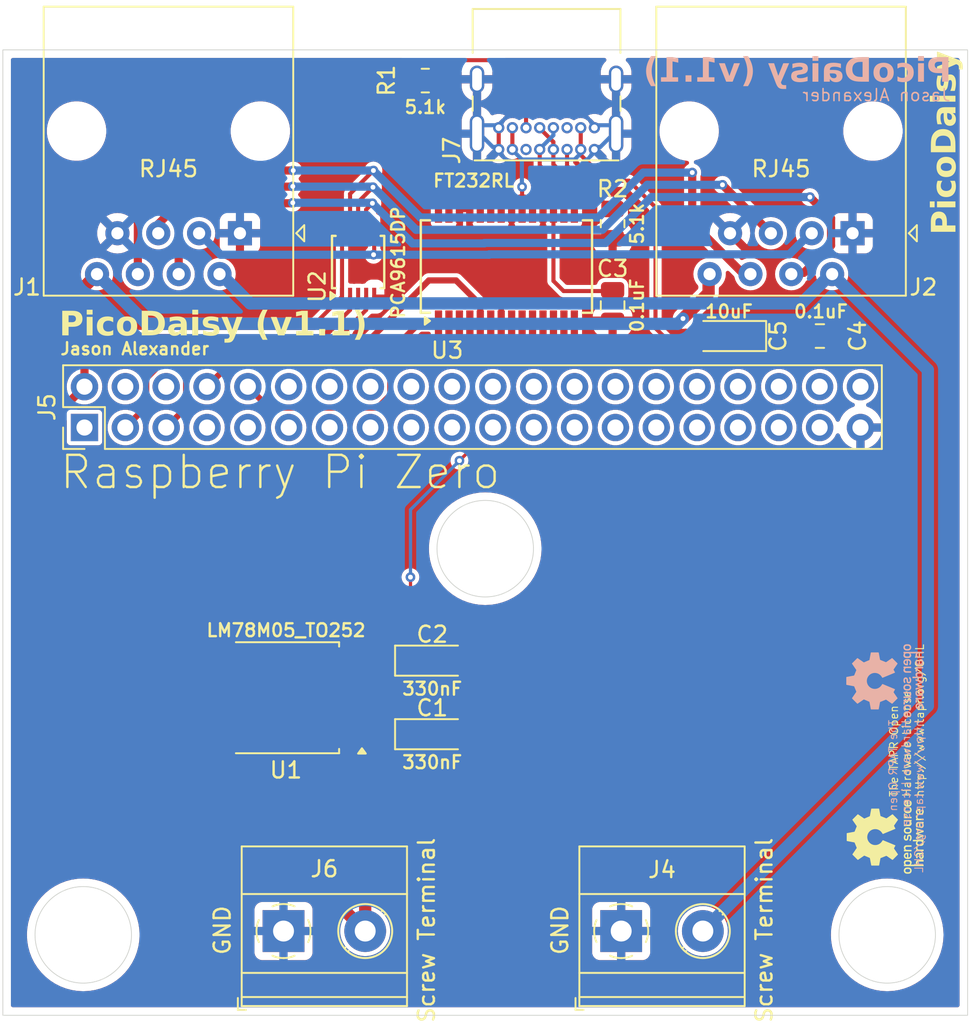
<source format=kicad_pcb>
(kicad_pcb (version 20240108) (generator "pcbnew") (generator_version "8.0")
  (title_block (title "PicoChainZero Reference Device Implementation") (date "2024-08-22") (rev "v1.1") (comment 2 "http://www.tapr.org/OHL") (comment 3 "Licence: The TAPR Open Hardware License") (comment 4 "Author: Jason Alexander"))
  (layers (0 "F.Cu" signal) (31 "B.Cu" signal) (34 "B.Paste" user) (35 "F.Paste" user) (36 "B.SilkS" user "B.Silkscreen") (37 "F.SilkS" user "F.Silkscreen") (38 "B.Mask" user) (39 "F.Mask" user) (44 "Edge.Cuts" user))
  (net 0 "")
  (net 1 "GND")
  (net 2 "+5V")
  (net 3 "+12V")
  (net 4 "Net-(U3-3V3OUT)")
  (net 5 "Net-(U2-DSDAP)")
  (net 6 "Net-(U2-DSDAM)")
  (net 7 "Net-(U2-DSCLM)")
  (net 8 "Net-(U2-DSCLP)")
  (net 10 "Net-(U3-VCC)")
  (net 11 "+24V")
  (net 12 "Net-(U3-USBD+)")
  (net 13 "Net-(J7-CC1)")
  (net 20 "Net-(J5-Pin_3)")
  (net 24 "Net-(J5-Pin_5)")
  (net 30 "Net-(J5-Pin_8)")
  (net 38 "Net-(J5-Pin_10)")
  (net 59 "Net-(J7-CC2)")
  (net 60 "Net-(U3-USBD-)")
  (footprint "Capacitor_SMD:C_0805_2012Metric" (layer "F.Cu") (at 150.815 57.785)
    (property "Reference" "C4")
    (property "Value" "0.1uF")
  )
  (footprint "Package_SO:TSSOP-10_3x3mm_P0.5mm" (layer "F.Cu") (at 122.095 53.185 90)
    (property "Reference" "U2")
    (property "Value" "PCA9615DP")
  )
  (footprint "TerminalBlock_Phoenix:TerminalBlock_Phoenix_MKDS-1,5-2-5.08_1x02_P5.08mm_Horizontal" (layer "F.Cu") (at 117.455 94.765)
    (property "Reference" "J6")
    (property "Value" "Screw Terminal")
  )
  (footprint "Resistor_SMD:R_0805_2012Metric" (layer "F.Cu") (at 137.922 50.8 -90)
    (property "Reference" "R2")
    (property "Value" "5.1k")
  )
  (footprint "Capacitor_Tantalum_SMD:CP_EIA-3216-18_Kemet-A" (layer "F.Cu") (at 145.161 57.785 180)
    (property "Reference" "C5")
    (property "Value" "10uF")
  )
  (footprint "Connector_RJ:RJ45_Amphenol_54602-x08_Horizontal" (layer "F.Cu") (at 114.7445 51.396 180)
    (property "Reference" "J1")
    (property "Value" "RJ45")
  )
  (footprint "Capacitor_Tantalum_SMD:CP_EIA-3216-18_Kemet-A" (layer "F.Cu") (at 126.703 82.531)
    (property "Reference" "C1")
    (property "Value" "330nF")
  )
  (footprint "Resistor_SMD:R_0805_2012Metric" (layer "F.Cu") (at 126.273 41.91 180)
    (property "Reference" "R1")
    (property "Value" "5.1k")
  )
  (footprint "Capacitor_Tantalum_SMD:CP_EIA-3216-18_Kemet-A" (layer "F.Cu") (at 126.703 77.959)
    (property "Reference" "C2")
    (property "Value" "330nF")
  )
  (footprint "Package_SO:SSOP-28_5.3x10.2mm_P0.65mm" (layer "F.Cu") (at 131.318 53.467 90)
    (property "Reference" "U3")
    (property "Value" "FT232RL")
  )
  (footprint "Capacitor_SMD:C_0805_2012Metric" (layer "F.Cu") (at 137.922 55.88 90)
    (property "Reference" "C3")
    (property "Value" "0.1uF")
  )
  (footprint "Connector_PinHeader_2.54mm:PinHeader_2x20_P2.54mm_Vertical" (layer "F.Cu") (at 105.077 63.472 90)
    (property "Reference" "J5")
    (property "Value" "Conn_02x20_Odd_Even" (hide yes))
  )
  (footprint "TerminalBlock_Phoenix:TerminalBlock_Phoenix_MKDS-1,5-2-5.08_1x02_P5.08mm_Horizontal" (layer "F.Cu") (at 138.455 94.765)
    (property "Reference" "J4")
    (property "Value" "Screw Terminal")
  )
  (footprint "Connector_USB:USB_C_Receptacle_GCT_USB4085" (layer "F.Cu") (at 136.789 46.189 180)
    (property "Reference" "J7")
    (property "Value" "USB_C_Receptacle_USB2.0_14P" (hide yes))
  )
  (footprint "Connector_RJ:RJ45_Amphenol_54602-x08_Horizontal" (layer "F.Cu") (at 152.8445 51.396 180)
    (property "Reference" "J2")
    (property "Value" "RJ45")
  )
  (footprint "Package_TO_SOT_SMD:TO-252-2" (layer "F.Cu") (at 117.602 80.264 180)
    (property "Reference" "U1")
    (property "Value" "LM78M05_TO252")
  )
  (gr_poly (pts (xy 157.096592 79.29208) (xy 157.096592 79.293958) (xy 156.763958 79.401697) (xy 156.763958 79.471044) (xy 157.096592 79.578782) (xy 157.096592 79.580714) (xy 156.763958 79.671545) (xy 156.763958 79.772775) (xy 157.239018 79.62101) (xy 157.239018 79.536634) (xy 156.906357 79.437309) (xy 156.906357 79.435431) (xy 157.239018 79.336107) (xy 157.239018 79.251784) (xy 156.763958 79.099992) (xy 156.763958 79.201169)) (stroke (width -0.000001)) (fill solid) (layer "B.SilkS"))
  (gr_poly (pts (xy 156.008004 79.631066) (xy 156.008277 79.637748) (xy 156.008724 79.644258) (xy 156.009338 79.650599) (xy 156.010114 79.656773) (xy 156.011045 79.662782) (xy 156.012125 79.668628) (xy 156.013347 79.674315) (xy 156.014705 79.679843) (xy 156.016193 79.685216) (xy 156.017804 79.690435) (xy 156.019531 79.695502) (xy 156.02137 79.700421) (xy 156.023312 79.705193) (xy 156.025352 79.70982) (xy 156.027484 79.714305) (xy 156.031997 79.722857) (xy 156.036799 79.730867) (xy 156.041839 79.738352) (xy 156.047068 79.745331) (xy 156.052434 79.751822) (xy 156.057886 79.757842) (xy 156.063373 79.763409) (xy 156.068845 79.768542) (xy 156.076405 79.775141) (xy 156.084036 79.781246) (xy 156.091831 79.786864) (xy 156.099885 79.792005) (xy 156.108289 79.79668) (xy 156.117139 79.800898) (xy 156.126526 79.804668) (xy 156.136545 79.808001) (xy 156.147289 79.810905) (xy 156.158851 79.813391) (xy 156.171325 79.815467) (xy 156.184804 79.817145) (xy 156.199382 79.818433) (xy 156.215152 79.819341) (xy 156.232207 79.819879) (xy 156.25064 79.820056) (xy 156.269228 79.819879) (xy 156.28642 79.819341) (xy 156.302308 79.818433) (xy 156.316989 79.817145) (xy 156.330557 79.815467) (xy 156.343106 79.813391) (xy 156.354731 79.810905) (xy 156.365526 79.808001) (xy 156.375586 79.804668) (xy 156.385005 79.800898) (xy 156.393879 79.79668) (xy 156.4023 79.792005) (xy 156.410365 79.786864) (xy 156.418167 79.781246) (xy 156.425801 79.775141) (xy 156.433362 79.768542) (xy 156.438833 79.763409) (xy 156.444318 79.757842) (xy 156.449768 79.751822) (xy 156.45513 79.745331) (xy 156.460355 79.738352) (xy 156.465391 79.730867) (xy 156.470188 79.722857) (xy 156.474696 79.714305) (xy 156.478863 79.705193) (xy 156.482639 79.695502) (xy 156.485973 79.685215) (xy 156.488815 79.674315) (xy 156.491113 79.662782) (xy 156.492818 79.650599) (xy 156.493878 79.637748) (xy 156.494242 79.624211) (xy 156.49415 79.617361) (xy 156.493878 79.610684) (xy 156.493431 79.604178) (xy 156.492818 79.597841) (xy 156.492043 79.591671) (xy 156.491113 79.585665) (xy 156.490035 79.579822) (xy 156.488815 79.574138) (xy 156.487459 79.568613) (xy 156.485973 79.563243) (xy 156.484365 79.558026) (xy 156.482639 79.55296) (xy 156.480803 79.548043) (xy 156.478863 79.543273) (xy 156.476825 79.538647) (xy 156.474696 79.534163) (xy 156.470189 79.525614) (xy 156.465391 79.517605) (xy 156.460355 79.510121) (xy 156.45513 79.503143) (xy 156.449768 79.496653) (xy 156.444319 79.490634) (xy 156.438833 79.485066) (xy 156.433362 79.479934) (xy 156.425801 79.473333) (xy 156.418168 79.467227) (xy 156.410367 79.461607) (xy 156.402304 79.456462) (xy 156.393884 79.451783) (xy 156.385012 79.447561) (xy 156.375594 79.443786) (xy 156.365536 79.440448) (xy 156.354742 79.437539) (xy 156.343118 79.435049) (xy 156.330569 79.432967) (xy 156.317 79.431286) (xy 156.302318 79.429994) (xy 156.286427 79.429084) (xy 156.269233 79.428544) (xy 156.25064 79.428367) (xy 156.25064 79.52396) (xy 156.263064 79.524028) (xy 156.274384 79.524237) (xy 156.284685 79.524598) (xy 156.29405 79.52512) (xy 156.302565 79.525812) (xy 156.310311 79.526684) (xy 156.317374 79.527746) (xy 156.323837 79.529007) (xy 156.329785 79.530478) (xy 156.3353 79.532167) (xy 156.340467 79.534084) (xy 156.345369 79.536239) (xy 156.350092 79.538641) (xy 156.354717 79.541301) (xy 156.35933 79.544227) (xy 156.364014 79.547429) (xy 156.367652 79.550238) (xy 156.371164 79.553403) (xy 156.374535 79.556905) (xy 156.37775 79.560725) (xy 156.380794 79.564842) (xy 156.383652 79.569237) (xy 156.386309 79.573892) (xy 156.38875 79.578785) (xy 156.39096 79.583899) (xy 156.392924 79.589213) (xy 156.394627 79.594707) (xy 156.396054 79.600363) (xy 156.39719 79.606161) (xy 156.398019 79.612081) (xy 156.398528 79.618105) (xy 156.398701 79.624211) (xy 156.398528 79.630326) (xy 156.398018 79.636356) (xy 156.397187 79.642281) (xy 156.39605 79.648082) (xy 156.394621 79.65374) (xy 156.392917 79.659235) (xy 156.390951 79.66455) (xy 156.38874 79.669663) (xy 156.386298 79.674557) (xy 156.38364 79.679212) (xy 156.380782 79.683608) (xy 156.377739 79.687727) (xy 156.374525 79.69155) (xy 156.371157 79.695056) (xy 156.367648 79.698228) (xy 156.365846 79.699683) (xy 156.364014 79.701046) (xy 156.359331 79.704248) (xy 156.354719 79.707172) (xy 156.350098 79.709829) (xy 156.345384 79.712228) (xy 156.340495 79.714379) (xy 156.335349 79.716292) (xy 156.329862 79.717976) (xy 156.323953 79.719441) (xy 156.317539 79.720698) (xy 156.310537 79.721755) (xy 156.302866 79.722623) (xy 156.294441 79.723311) (xy 156.285181 79.723829) (xy 156.275004 79.724187) (xy 156.251567 79.724462) (xy 156.239143 79.724395) (xy 156.227821 79.724187) (xy 156.217518 79.723829) (xy 156.208149 79.723311) (xy 156.199632 79.722623) (xy 156.191882 79.721755) (xy 156.184816 79.720698) (xy 156.17835 79.719441) (xy 156.1724 79.717976) (xy 156.166884 79.716292) (xy 156.161717 79.714379) (xy 156.156815 79.712228) (xy 156.152095 79.709829) (xy 156.147474 79.707172) (xy 156.142868 79.704248) (xy 156.138192 79.701046) (xy 156.134554 79.698228) (xy 156.131042 79.695056) (xy 156.127672 79.69155) (xy 156.124457 79.687727) (xy 156.121413 79.683608) (xy 156.118555 79.679212) (xy 156.115898 79.674557) (xy 156.113457 79.669663) (xy 156.111247 79.66455) (xy 156.109283 79.659235) (xy 156.10758 79.65374) (xy 156.106153 79.648082) (xy 156.105017 79.642281) (xy 156.104187 79.636356) (xy 156.103678 79.630326) (xy 156.103505 79.624211) (xy 156.103679 79.618105) (xy 156.104188 79.612081) (xy 156.10502 79.606161) (xy 156.106157 79.600363) (xy 156.107586 79.594707) (xy 156.10929 79.589213) (xy 156.111256 79.583899) (xy 156.113467 79.578785) (xy 156.115909 79.573892) (xy 156.118567 79.569237) (xy 156.121425 79.564842) (xy 156.124468 79.560725) (xy 156.127681 79.556905) (xy 156.13105 79.553403) (xy 156.134559 79.550238) (xy 156.136361 79.548788) (xy 156.138192 79.547429) (xy 156.142867 79.544227) (xy 156.147472 79.541301) (xy 156.152089 79.538641) (xy 156.1568 79.536239) (xy 156.161688 79.534084) (xy 156.166835 79.532167) (xy 156.172323 79.530478) (xy 156.178234 79.529007) (xy 156.184651 79.527746) (xy 156.191656 79.526684) (xy 156.199331 79.525812) (xy 156.207759 79.52512) (xy 156.217021 79.524598) (xy 156.227201 79.524237) (xy 156.25064 79.52396) (xy 156.25064 79.428367) (xy 156.232207 79.428544) (xy 156.215153 79.429084) (xy 156.199384 79.429994) (xy 156.184808 79.431286) (xy 156.171331 79.432967) (xy 156.158858 79.435049) (xy 156.147298 79.437539) (xy 156.136555 79.440448) (xy 156.126537 79.443786) (xy 156.11715 79.447561) (xy 156.108301 79.451783) (xy 156.099896 79.456462) (xy 156.091841 79.461607) (xy 156.084043 79.467227) (xy 156.076409 79.473333) (xy 156.068845 79.479934) (xy 156.063373 79.485066) (xy 156.057886 79.490634) (xy 156.052434 79.496653) (xy 156.047068 79.503143) (xy 156.04184 79.510121) (xy 156.036799 79.517606) (xy 156.031997 79.525614) (xy 156.027484 79.534164) (xy 156.023312 79.543273) (xy 156.019531 79.55296) (xy 156.016193 79.563243) (xy 156.013347 79.574138) (xy 156.011045 79.585665) (xy 156.009338 79.597841) (xy 156.008277 79.610684) (xy 156.007912 79.624211)) (stroke (width -0.000001)) (fill solid) (layer "B.SilkS"))
  (gr_poly (pts (xy 156.008241 77.642232) (xy 156.009135 77.652564) (xy 156.010595 77.662527) (xy 156.012595 77.672122) (xy 156.015112 77.68135) (xy 156.018121 77.690211) (xy 156.021596 77.698708) (xy 156.025513 77.706842) (xy 156.029847 77.714613) (xy 156.034575 77.722024) (xy 156.03967 77.729075) (xy 156.045108 77.735767) (xy 156.050864 77.742103) (xy 156.056915 77.748082) (xy 156.063234 77.753707) (xy 156.069797 77.758978) (xy 156.076111 77.763678) (xy 156.082489 77.767954) (xy 156.089062 77.771825) (xy 156.095959 77.775307) (xy 156.099571 77.776906) (xy 156.103313 77.778415) (xy 156.107201 77.779834) (xy 156.111252 77.781166) (xy 156.115482 77.782413) (xy 156.119908 77.783577) (xy 156.129411 77.785665) (xy 156.139892 77.787445) (xy 156.151481 77.788934) (xy 156.164308 77.790149) (xy 156.178505 77.791106) (xy 156.194201 77.791822) (xy 156.211528 77.792313) (xy 156.230615 77.792595) (xy 156.251593 77.792686) (xy 156.291337 77.792313) (xy 156.324122 77.791106) (xy 156.338227 77.790149) (xy 156.350978 77.788934) (xy 156.362506 77.787445) (xy 156.372937 77.785665) (xy 156.382402 77.783577) (xy 156.391029 77.781166) (xy 156.398947 77.778415) (xy 156.406285 77.775306) (xy 156.413171 77.771825) (xy 156.419734 77.767954) (xy 156.426104 77.763678) (xy 156.432409 77.758978) (xy 156.438972 77.753707) (xy 156.445292 77.748082) (xy 156.451342 77.742103) (xy 156.457099 77.735767) (xy 156.462537 77.729075) (xy 156.467632 77.722024) (xy 156.472359 77.714613) (xy 156.476693 77.706842) (xy 156.480611 77.698708) (xy 156.482405 77.694505) (xy 156.484086 77.690211) (xy 156.48565 77.685826) (xy 156.487094 77.681349) (xy 156.488415 77.676782) (xy 156.489611 77.672122) (xy 156.490677 77.667371) (xy 156.491611 77.662527) (xy 156.49241 77.657592) (xy 156.493071 77.652564) (xy 156.49359 77.647444) (xy 156.493965 77.642232) (xy 156.494192 77.636926) (xy 156.494268 77.631528) (xy 156.494008 77.622509) (xy 156.493236 77.613721) (xy 156.491971 77.605153) (xy 156.490227 77.596793) (xy 156.488023 77.588632) (xy 156.485374 77.580657) (xy 156.482296 77.572858) (xy 156.478807 77.565224) (xy 156.474922 77.557743) (xy 156.470659 77.550406) (xy 156.466033 77.5432) (xy 156.461061 77.536115) (xy 156.45576 77.529139) (xy 156.450146 77.522263) (xy 156.444235 77.515474) (xy 156.438044 77.508762) (xy 156.814547 77.508418) (xy 156.807741 77.514521) (xy 156.801374 77.520883) (xy 156.795446 77.527498) (xy 156.789956 77.534359) (xy 156.784905 77.541462) (xy 156.780293 77.548801) (xy 156.776119 77.556371) (xy 156.772385 77.564165) (xy 156.76909 77.572179) (xy 156.766234 77.580408) (xy 156.763817 77.588844) (xy 156.761839 77.597484) (xy 156.760301 77.606321) (xy 156.759202 77.61535) (xy 156.758542 77.624566) (xy 156.758322 77.633962) (xy 156.75849 77.64093) (xy 156.758991 77.647941) (xy 156.759824 77.654977) (xy 156.760989 77.662021) (xy 156.762483 77.669057) (xy 156.764307 77.676066) (xy 156.766458 77.683032) (xy 156.768936 77.689937) (xy 156.771739 77.696763) (xy 156.774865 77.703494) (xy 156.778315 77.710112) (xy 156.782087 77.716599) (xy 156.786179 77.722939) (xy 156.79059 77.729114) (xy 156.795319 77.735107) (xy 156.800365 77.7409) (xy 156.805727 77.746477) (xy 156.811403 77.751819) (xy 156.817392 77.75691) (xy 156.823693 77.761731) (xy 156.830305 77.766267) (xy 156.837227 77.770499) (xy 156.844458 77.77441) (xy 156.851995 77.777983) (xy 156.859839 77.781201) (xy 156.867987 77.784046) (xy 156.876439 77.7865) (xy 156.885193 77.788548) (xy 156.894249 77.79017) (xy 156.903604 77.79135) (xy 156.913259 77.792071) (xy 156.923211 77.792316) (xy 157.239017 77.792316) (xy 157.239017 77.696748) (xy 156.956046 77.696748) (xy 156.950061 77.696631) (xy 156.944238 77.696282) (xy 156.938578 77.695708) (xy 156.933083 77.694912) (xy 156.927755 77.6939) (xy 156.922596 77.692677) (xy 156.917608 77.691248) (xy 156.912793 77.689617) (xy 156.908152 77.68779) (xy 156.903687 77.685772) (xy 156.899401 77.683567) (xy 156.895295 77.681181) (xy 156.891371 77.678619) (xy 156.88763 77.675885) (xy 156.884076 77.672984) (xy 156.880709 77.669923) (xy 156.877532 77.666704) (xy 156.874546 77.663334) (xy 156.871753 77.659818) (xy 156.869156 77.65616) (xy 156.866756 77.652366) (xy 156.864554 77.648439) (xy 156.862553 77.644386) (xy 156.860755 77.640212) (xy 156.859162 77.635921) (xy 156.857774 77.631518) (xy 156.856596 77.627008) (xy 156.855627 77.622397) (xy 156.85487 77.617688) (xy 156.854327 77.612888) (xy 156.854 77.608001) (xy 156.853891 77.603033) (xy 156.854 77.59798) (xy 156.854327 77.593014) (xy 156.85487 77.588141) (xy 156.855627 77.583364) (xy 156.856596 77.578689) (xy 156.857774 77.574121) (xy 156.859162 77.569663) (xy 156.860755 77.565322) (xy 156.862553 77.561102) (xy 156.864554 77.557007) (xy 156.866756 77.553043) (xy 156.869156 77.549214) (xy 156.871754 77.545525) (xy 156.874546 77.54198) (xy 156.877532 77.538586) (xy 156.880709 77.535346) (xy 156.884076 77.532265) (xy 156.887631 77.529348) (xy 156.891371 77.5266) (xy 156.895295 77.524025) (xy 156.899401 77.521629) (xy 156.903687 77.519416) (xy 156.908152 77.517391) (xy 156.912793 77.515559) (xy 156.917608 77.513924) (xy 156.922596 77.512492) (xy 156.927755 77.511267) (xy 156.933083 77.510254) (xy 156.938578 77.509458) (xy 156.944238 77.508883) (xy 156.950061 77.508535) (xy 156.956046 77.508418) (xy 157.239018 77.508418) (xy 157.239018 77.412824) (xy 156.251566 77.412824) (xy 156.251566 77.508762) (xy 156.277533 77.509137) (xy 156.290552 77.509781) (xy 156.303421 77.510885) (xy 156.31601 77.512565) (xy 156.328189 77.514939) (xy 156.339826 77.518122) (xy 156.345401 77.520054) (xy 156.350792 77.522232) (xy 156.355982 77.524671) (xy 156.360956 77.527386) (xy 156.365696 77.53039) (xy 156.370188 77.533699) (xy 156.374413 77.537328) (xy 156.378357 77.54129) (xy 156.382002 77.5456) (xy 156.385333 77.550274) (xy 156.388333 77.555324) (xy 156.390986 77.560768) (xy 156.393275 77.566617) (xy 156.395185 77.572888) (xy 156.396699 77.579595) (xy 156.3978 77.586753) (xy 156.398473 77.594375) (xy 156.398701 77.602477) (xy 156.398486 77.610663) (xy 156.397852 77.618365) (xy 156.39681 77.625596) (xy 156.395376 77.632372) (xy 156.393563 77.638707) (xy 156.391385 77.644616) (xy 156.388855 77.650114) (xy 156.385988 77.655216) (xy 156.382796 77.659936) (xy 156.379295 77.66429) (xy 156.375496 77.668291) (xy 156.371415 77.671955) (xy 156.367065 77.675296) (xy 156.36246 77.67833) (xy 156.357613 77.68107) (xy 156.352538 77.683532) (xy 156.347249 77.685731) (xy 156.34176 77.687681) (xy 156.336084 77.689396) (xy 156.330235 77.690893) (xy 156.324227 77.692185) (xy 156.318074 77.693287) (xy 156.305386 77.694981) (xy 156.292281 77.696093) (xy 156.27887 77.696742) (xy 156.265261 77.697044) (xy 156.251566 77.697119) (xy 156.223942 77.696742) (xy 156.210402 77.696093) (xy 156.197189 77.694981) (xy 156.18441 77.693287) (xy 156.172174 77.690893) (xy 156.16059 77.687681) (xy 156.155075 77.685731) (xy 156.149764 77.683532) (xy 156.14467 77.68107) (xy 156.139807 77.67833) (xy 156.135188 77.675296) (xy 156.130826 77.671955) (xy 156.126735 77.668291) (xy 156.122929 77.66429) (xy 156.119422 77.659936) (xy 156.116226 77.655216) (xy 156.113355 77.650114) (xy 156.110823 77.644616) (xy 156.108643 77.638707) (xy 156.10683 77.632372) (xy 156.105396 77.625596) (xy 156.104354 77.618365) (xy 156.10372 77.610663) (xy 156.103505 77.602477) (xy 156.103733 77.594377) (xy 156.104406 77.586757) (xy 156.105508 77.579601) (xy 156.107023 77.572896) (xy 156.108934 77.566626) (xy 156.111227 77.560777) (xy 156.113883 77.555335) (xy 156.116888 77.550285) (xy 156.120225 77.545612) (xy 156.123878 77.541302) (xy 156.127831 77.537339) (xy 156.132068 77.533711) (xy 156.136572 77.530402) (xy 156.141328 77.527397) (xy 156.14632 77.524682) (xy 156.151531 77.522242) (xy 156.156945 77.520063) (xy 156.162545 77.518131) (xy 156.168317 77.51643) (xy 156.174244 77.514945) (xy 156.180309 77.513664) (xy 156.186497 77.51257) (xy 156.199176 77.510888) (xy 156.212151 77.509783) (xy 156.225294 77.509138) (xy 156.238475 77.508836) (xy 156.251566 77.508762) (xy 156.251566 77.412824) (xy 156.013573 77.412824) (xy 156.013573 77.508762) (xy 156.063236 77.508762) (xy 156.057208 77.514549) (xy 156.05144 77.520652) (xy 156.04595 77.527056) (xy 156.040754 77.533748) (xy 156.035872 77.540714) (xy 156.031321 77.547941) (xy 156.027119 77.555414) (xy 156.023284 77.56312) (xy 156.019833 77.571046) (xy 156.016784 77.579178) (xy 156.014155 77.587502) (xy 156.011965 77.596005) (xy 156.01023 77.604672) (xy 156.008968 77.613491) (xy 156.008199 77.622448) (xy 156.007938 77.631528)) (stroke (width -0.000001)) (fill solid) (layer "B.SilkS"))
  (gr_poly (pts (xy 156.296519 79.997195) (xy 156.302499 79.997312) (xy 156.308318 79.99766) (xy 156.313975 79.998235) (xy 156.319467 79.999032) (xy 156.324792 80.000046) (xy 156.329949 80.001271) (xy 156.334935 80.002704) (xy 156.33975 80.004339) (xy 156.34439 80.006172) (xy 156.348854 80.008198) (xy 156.35314 80.010412) (xy 156.357247 80.012809) (xy 156.361171 80.015384) (xy 156.364912 80.018133) (xy 156.368468 80.021051) (xy 156.371836 80.024132) (xy 156.375014 80.027373) (xy 156.378002 80.030768) (xy 156.380796 80.034313) (xy 156.383395 80.038002) (xy 156.385797 80.041831) (xy 156.388 80.045796) (xy 156.390003 80.04989) (xy 156.391802 80.05411) (xy 156.393397 80.058451) (xy 156.394786 80.062907) (xy 156.395966 80.067475) (xy 156.396936 80.072149) (xy 156.397694 80.076924) (xy 156.398237 80.081795) (xy 156.398565 80.086759) (xy 156.398674 80.091809) (xy 156.398565 80.096781) (xy 156.398237 80.10167) (xy 156.397694 80.106472) (xy 156.396936 80.111182) (xy 156.395966 80.115795) (xy 156.394786 80.120307) (xy 156.393397 80.124711) (xy 156.391802 80.129004) (xy 156.390003 80.13318) (xy 156.388 80.137234) (xy 156.385797 80.141161) (xy 156.383395 80.144957) (xy 156.380796 80.148616) (xy 156.378002 80.152133) (xy 156.375014 80.155504) (xy 156.371836 80.158723) (xy 156.368468 80.161785) (xy 156.364912 80.164686) (xy 156.361171 80.16742) (xy 156.357247 80.169983) (xy 156.35314 80.172369) (xy 156.348854 80.174574) (xy 156.34439 80.176593) (xy 156.33975 80.17842) (xy 156.334935 80.180051) (xy 156.329949 80.18148) (xy 156.324792 80.182703) (xy 156.319467 80.183715) (xy 156.313975 80.184511) (xy 156.308318 80.185086) (xy 156.302499 80.185434) (xy 156.296519 80.185551) (xy 156.013547 80.185551) (xy 156.013547 80.281092) (xy 156.488659 80.281092) (xy 156.488659 80.185551) (xy 156.438018 80.185551) (xy 156.438018 80.183699) (xy 156.444823 80.177926) (xy 156.45119 80.171853) (xy 156.457119 80.165492) (xy 156.462608 80.158851) (xy 156.467659 80.15194) (xy 156.472272 80.14477) (xy 156.476445 80.137351) (xy 156.480179 80.129691) (xy 156.483474 80.121802) (xy 156.486331 80.113692) (xy 156.488748 80.105371) (xy 156.490725 80.096851) (xy 156.492264 80.088139) (xy 156.493362 80.079247) (xy 156.494022 80.070184) (xy 156.494242 80.060959) (xy 156.494074 80.053907) (xy 156.493574 80.046818) (xy 156.491576 80.032593) (xy 156.488257 80.018423) (xy 156.486106 80.011402) (xy 156.483629 80.004445) (xy 156.480826 79.997571) (xy 156.477699 79.990796) (xy 156.474249 79.984138) (xy 156.470478 79.977614) (xy 156.466386 79.97124) (xy 156.461975 79.965035) (xy 156.457246 79.959015) (xy 156.4522 79.953198) (xy 156.446838 79.9476) (xy 156.441162 79.942238) (xy 156.435173 79.937131) (xy 156.428871 79.932295) (xy 156.422259 79.927747) (xy 156.415337 79.923504) (xy 156.408107 79.919584) (xy 156.40057 79.916004) (xy 156.392726 79.912781) (xy 156.384578 79.909932) (xy 156.376126 79.907474) (xy 156.367371 79.905424) (xy 156.358316 79.9038) (xy 156.34896 79.902619) (xy 156.339306 79.901898) (xy 156.329354 79.901653) (xy 156.329354 79.901654) (xy 156.013547 79.901654) (xy 156.013547 79.997195)) (stroke (width -0.000001)) (fill solid) (layer "B.SilkS"))
  (gr_poly (pts (xy 156.008004 77.142629) (xy 156.008277 77.149306) (xy 156.008724 77.155812) (xy 156.009338 77.16215) (xy 156.010114 77.168321) (xy 156.011045 77.174327) (xy 156.012125 77.180171) (xy 156.013347 77.185856) (xy 156.014705 77.191382) (xy 156.016193 77.196753) (xy 156.017804 77.201971) (xy 156.019531 77.207038) (xy 156.02137 77.211956) (xy 156.023312 77.216727) (xy 156.025352 77.221354) (xy 156.027484 77.225839) (xy 156.031997 77.234392) (xy 156.036799 77.242402) (xy 156.041839 77.249889) (xy 156.047068 77.256869) (xy 156.052434 77.26336) (xy 156.057886 77.269381) (xy 156.063373 77.274949) (xy 156.068845 77.280082) (xy 156.076405 77.286683) (xy 156.084036 77.292788) (xy 156.091831 77.298407) (xy 156.099885 77.30355) (xy 156.108289 77.308227) (xy 156.117139 77.312447) (xy 156.126526 77.31622) (xy 156.136545 77.319555) (xy 156.147289 77.322462) (xy 156.158851 77.32495) (xy 156.171325 77.327029) (xy 156.184804 77.328708) (xy 156.199382 77.329998) (xy 156.215152 77.330907) (xy 156.232207 77.331446) (xy 156.25064 77.331623) (xy 156.269228 77.331446) (xy 156.28642 77.330907) (xy 156.302308 77.329998) (xy 156.316989 77.328708) (xy 156.330557 77.327029) (xy 156.343106 77.32495) (xy 156.354731 77.322462) (xy 156.365526 77.319555) (xy 156.375586 77.31622) (xy 156.385005 77.312447) (xy 156.393879 77.308227) (xy 156.4023 77.30355) (xy 156.410365 77.298407) (xy 156.418167 77.292788) (xy 156.425801 77.286683) (xy 156.433362 77.280082) (xy 156.438833 77.274949) (xy 156.444318 77.269381) (xy 156.449768 77.26336) (xy 156.45513 77.256869) (xy 156.460355 77.249889) (xy 156.465391 77.242402) (xy 156.470188 77.234392) (xy 156.474696 77.225839) (xy 156.478863 77.216727) (xy 156.482639 77.207038) (xy 156.485973 77.196753) (xy 156.488815 77.185856) (xy 156.491113 77.174327) (xy 156.492818 77.16215) (xy 156.493878 77.149306) (xy 156.494242 77.135779) (xy 156.49415 77.128926) (xy 156.493878 77.122246) (xy 156.493431 77.115738) (xy 156.492818 77.109399) (xy 156.492043 77.103226) (xy 156.491113 77.097218) (xy 156.490035 77.091372) (xy 156.488815 77.085686) (xy 156.487459 77.080158) (xy 156.485973 77.074786) (xy 156.484365 77.069567) (xy 156.482639 77.064499) (xy 156.480803 77.05958) (xy 156.478863 77.054808) (xy 156.476825 77.05018) (xy 156.474696 77.045695) (xy 156.470189 77.037141) (xy 156.465391 77.02913) (xy 156.460355 77.021643) (xy 156.45513 77.014662) (xy 156.449768 77.00817) (xy 156.444319 77.002149) (xy 156.438833 76.996581) (xy 156.433362 76.991448) (xy 156.425801 76.984848) (xy 156.418168 76.978744) (xy 156.410367 76.973126) (xy 156.402304 76.967984) (xy 156.393884 76.963309) (xy 156.385012 76.959092) (xy 156.375594 76.955321) (xy 156.365536 76.951989) (xy 156.354742 76.949085) (xy 156.343118 76.946599) (xy 156.330569 76.944522) (xy 156.317 76.942845) (xy 156.302318 76.941557) (xy 156.286427 76.940649) (xy 156.269233 76.940111) (xy 156.25064 76.939934) (xy 156.25064 77.035501) (xy 156.263064 77.035569) (xy 156.274384 77.035778) (xy 156.284685 77.036139) (xy 156.29405 77.03666) (xy 156.302565 77.037352) (xy 156.310311 77.038224) (xy 156.317374 77.039285) (xy 156.323837 77.040545) (xy 156.329785 77.042014) (xy 156.3353 77.043701) (xy 156.340467 77.045616) (xy 156.345369 77.047769) (xy 156.350092 77.050168) (xy 156.354717 77.052824) (xy 156.35933 77.055746) (xy 156.364014 77.058944) (xy 156.367652 77.061761) (xy 156.371164 77.064933) (xy 156.374535 77.06844) (xy 156.37775 77.072262) (xy 156.380794 77.076382) (xy 156.383652 77.080778) (xy 156.386309 77.085433) (xy 156.38875 77.090326) (xy 156.39096 77.09544) (xy 156.392924 77.100754) (xy 156.394627 77.10625) (xy 156.396054 77.111908) (xy 156.39719 77.117709) (xy 156.398019 77.123634) (xy 156.398528 77.129663) (xy 156.398701 77.135779) (xy 156.398528 77.141889) (xy 156.398018 77.147915) (xy 156.397187 77.153836) (xy 156.39605 77.159634) (xy 156.394621 77.16529) (xy 156.392917 77.170784) (xy 156.390951 77.176098) (xy 156.38874 77.181211) (xy 156.386298 77.186105) (xy 156.38364 77.19076) (xy 156.380782 77.195159) (xy 156.377739 77.19928) (xy 156.374525 77.203105) (xy 156.371157 77.206615) (xy 156.367648 77.209791) (xy 156.365846 77.211248) (xy 156.364014 77.212614) (xy 156.359331 77.215811) (xy 156.354719 77.218732) (xy 156.350098 77.221387) (xy 156.345384 77.223784) (xy 156.340495 77.225935) (xy 156.335349 77.227848) (xy 156.329862 77.229532) (xy 156.323953 77.230999) (xy 156.317539 77.232257) (xy 156.310537 77.233315) (xy 156.302866 77.234185) (xy 156.294441 77.234875) (xy 156.285181 77.235394) (xy 156.275004 77.235753) (xy 156.251567 77.236029) (xy 156.239143 77.235962) (xy 156.227821 77.235753) (xy 156.217518 77.235394) (xy 156.208149 77.234875) (xy 156.199632 77.234185) (xy 156.191882 77.233315) (xy 156.184816 77.232257) (xy 156.17835 77.230999) (xy 156.1724 77.229532) (xy 156.166884 77.227848) (xy 156.161717 77.225935) (xy 156.156815 77.223784) (xy 156.152095 77.221387) (xy 156.147474 77.218732) (xy 156.142868 77.215811) (xy 156.138192 77.212614) (xy 156.134554 77.209791) (xy 156.131042 77.206615) (xy 156.127672 77.203105) (xy 156.124457 77.19928) (xy 156.121413 77.195159) (xy 156.118555 77.19076) (xy 156.115898 77.186105) (xy 156.113457 77.181211) (xy 156.111247 77.176098) (xy 156.109283 77.170784) (xy 156.10758 77.16529) (xy 156.106153 77.159634) (xy 156.105017 77.153836) (xy 156.104187 77.147915) (xy 156.103678 77.141889) (xy 156.103505 77.135779) (xy 156.103679 77.129663) (xy 156.104188 77.123634) (xy 156.10502 77.117709) (xy 156.106157 77.111908) (xy 156.107586 77.10625) (xy 156.10929 77.100754) (xy 156.111256 77.09544) (xy 156.113467 77.090326) (xy 156.115909 77.085433) (xy 156.118567 77.080778) (xy 156.121425 77.076382) (xy 156.124468 77.072262) (xy 156.127681 77.06844) (xy 156.13105 77.064933) (xy 156.134559 77.061761) (xy 156.136361 77.060307) (xy 156.138192 77.058944) (xy 156.142867 77.055746) (xy 156.147472 77.052824) (xy 156.152089 77.050168) (xy 156.1568 77.047769) (xy 156.161688 77.045616) (xy 156.166835 77.043701) (xy 156.172323 77.042014) (xy 156.178234 77.040545) (xy 156.184651 77.039285) (xy 156.191656 77.038224) (xy 156.199331 77.037352) (xy 156.207759 77.03666) (xy 156.217021 77.036139) (xy 156.227201 77.035778) (xy 156.25064 77.035501) (xy 156.25064 76.939934) (xy 156.232207 76.940111) (xy 156.215153 76.940649) (xy 156.199384 76.941557) (xy 156.184808 76.942845) (xy 156.171331 76.944522) (xy 156.158858 76.946599) (xy 156.147298 76.949085) (xy 156.136555 76.951989) (xy 156.126537 76.955321) (xy 156.11715 76.959092) (xy 156.108301 76.963309) (xy 156.099896 76.967984) (xy 156.091841 76.973126) (xy 156.084043 76.978744) (xy 156.076409 76.984848) (xy 156.068845 76.991448) (xy 156.063373 76.996581) (xy 156.057886 77.002149) (xy 156.052434 77.00817) (xy 156.047068 77.014662) (xy 156.04184 77.021643) (xy 156.036799 77.02913) (xy 156.031997 77.037141) (xy 156.027484 77.045695) (xy 156.023312 77.054808) (xy 156.019531 77.064499) (xy 156.016193 77.074786) (xy 156.013347 77.085686) (xy 156.011045 77.097218) (xy 156.009338 77.109399) (xy 156.008277 77.122246) (xy 156.007912 77.135779)) (stroke (width -0.000001)) (fill solid) (layer "B.SilkS"))
  (gr_poly (pts (xy 156.758794 78.065748) (xy 156.760243 78.086351) (xy 156.762728 78.105967) (xy 156.764376 78.115386) (xy 156.766304 78.124534) (xy 156.768519 78.133404) (xy 156.771028 78.141987) (xy 156.773838 78.150275) (xy 156.776955 78.15826) (xy 156.780388 78.165934) (xy 156.784143 78.173289) (xy 156.788226 78.180318) (xy 156.792646 78.187011) (xy 156.797409 78.193361) (xy 156.802522 78.19936) (xy 156.807992 78.205) (xy 156.813826 78.210272) (xy 156.820032 78.215169) (xy 156.826615 78.219682) (xy 156.833584 78.223804) (xy 156.840945 78.227526) (xy 156.848705 78.23084) (xy 156.856872 78.233739) (xy 156.865452 78.236214) (xy 156.874452 78.238257) (xy 156.88388 78.23986) (xy 156.893742 78.241015) (xy 156.904046 78.241714) (xy 156.914798 78.241948) (xy 157.239018 78.241948) (xy 157.239018 78.146355) (xy 157.196843 78.146355) (xy 157.196843 78.144476) (xy 157.202791 78.140631) (xy 157.208325 78.136451) (xy 157.213449 78.131908) (xy 157.218166 78.126974) (xy 157.222482 78.121623) (xy 157.2264 78.115826) (xy 157.229926 78.109557) (xy 157.233062 78.102788) (xy 157.235813 78.095491) (xy 157.238184 78.08764) (xy 157.240178 78.079206) (xy 157.241801 78.070162) (xy 157.243055 78.060482) (xy 157.243946 78.050137) (xy 157.244477 78.039101) (xy 157.244654 78.027345) (xy 157.244471 78.017548) (xy 157.243928 78.008012) (xy 157.243034 77.998741) (xy 157.241795 77.989737) (xy 157.24022 77.981005) (xy 157.238316 77.972547) (xy 157.236092 77.964367) (xy 157.233555 77.956468) (xy 157.230713 77.948853) (xy 157.227575 77.941525) (xy 157.224147 77.934489) (xy 157.220439 77.927746) (xy 157.216457 77.9213) (xy 157.21221 77.915154) (xy 157.207706 77.909313) (xy 157.202952 77.903778) (xy 157.197957 77.898554) (xy 157.192728 77.893642) (xy 157.187273 77.889048) (xy 157.1816 77.884774) (xy 157.175717 77.880823) (xy 157.169631 77.877198) (xy 157.163352 77.873903) (xy 157.156886 77.870942) (xy 157.150242 77.868316) (xy 157.143427 77.86603) (xy 157.13645 77.864087) (xy 157.129317 77.862489) (xy 157.122038 77.861241) (xy 157.11462 77.860346) (xy 157.10707 77.859806) (xy 157.099398 77.859626) (xy 157.094714 77.859727) (xy 157.094714 77.949558) (xy 157.100633 77.949858) (xy 157.106429 77.950772) (xy 157.112066 77.95232) (xy 157.11751 77.954524) (xy 157.120148 77.955878) (xy 157.122724 77.957404) (xy 157.125233 77.959103) (xy 157.127672 77.960979) (xy 157.130035 77.963034) (xy 157.132318 77.965271) (xy 157.134517 77.967693) (xy 157.136627 77.970301) (xy 157.138644 77.973098) (xy 157.140564 77.976088) (xy 157.142381 77.979272) (xy 157.144091 77.982654) (xy 157.145691 77.986235) (xy 157.147174 77.990018) (xy 157.148538 77.994006) (xy 157.149777 77.998202) (xy 157.151863 78.007226) (xy 157.153398 78.01711) (xy 157.154345 78.027875) (xy 157.154669 78.039542) (xy 157.154556 78.053866) (xy 157.154163 78.066997) (xy 157.153404 78.078973) (xy 157.152197 78.08983) (xy 157.151399 78.09485) (xy 157.150457 78.099605) (xy 157.149361 78.104099) (xy 157.148101 78.108336) (xy 157.146666 78.112322) (xy 157.145045 78.11606) (xy 157.143228 78.119556) (xy 157.141205 78.122813) (xy 157.138964 78.125838) (xy 157.136496 78.128633) (xy 157.133791 78.131205) (xy 157.130837 78.133557) (xy 157.127624 78.135695) (xy 157.124141 78.137622) (xy 157.120379 78.139344) (xy 157.116327 78.140865) (xy 157.111973 78.142189) (xy 157.107309 78.143322) (xy 157.102322 78.144268) (xy 157.097004 78.145031) (xy 157.091343 78.145617) (xy 157.085328 78.14603) (xy 157.07895 78.146274) (xy 157.072198 78.146355) (xy 157.037511 78.146355) (xy 157.037511 78.032055) (xy 157.037577 78.026869) (xy 157.037772 78.021858) (xy 157.038096 78.017022) (xy 157.038546 78.01236) (xy 157.039121 78.00787) (xy 157.039818 78.003553) (xy 157.040635 77.999408) (xy 157.041571 77.995434) (xy 157.042624 77.99163) (xy 157.043792 77.987995) (xy 157.045073 77.98453) (xy 157.046464 77.981233) (xy 157.047965 77.978103) (xy 157.049574 77.97514) (xy 157.051288 77.972343) (xy 157.053105 77.969712) (xy 157.055024 77.967246) (xy 157.057042 77.964943) (xy 157.059159 77.962805) (xy 157.061371 77.960828) (xy 157.063678 77.959014) (xy 157.066076 77.957362) (xy 157.068565 77.95587) (xy 157.071142 77.954537) (xy 157.073806 77.953365) (xy 157.076554 77.95235) (xy 157.079385 77.951494) (xy 157.082297 77.950795) (xy 157.085288 77.950253) (xy 157.088355 77.949866) (xy 157.091498 77.949635) (xy 157.094714 77.949558) (xy 157.094714 77.859727) (xy 157.092318 77.859779) (xy 157.085314 77.86024) (xy 157.078395 77.861007) (xy 157.071571 77.86208) (xy 157.064851 77.863458) (xy 157.058247 77.865141) (xy 157.051766 77.867128) (xy 157.04542 77.869419) (xy 157.039218 77.872014) (xy 157.033169 77.874911) (xy 157.027284 77.878111) (xy 157.021572 77.881612) (xy 157.016044 77.885415) (xy 157.010708 77.889518) (xy 157.005575 77.893922) (xy 157.000655 77.898625) (xy 156.995957 77.903628) (xy 156.991491 77.908929) (xy 156.987267 77.914528) (xy 156.983294 77.920426) (xy 156.979583 77.92662) (xy 156.976144 77.933111) (xy 156.972985 77.939898) (xy 156.970118 77.94698) (xy 156.967551 77.954358) (xy 156.965294 77.96203) (xy 156.963358 77.969997) (xy 156.961752 77.978257) (xy 156.960486 77.98681) (xy 156.959569 77.995655) (xy 156.959012 78.004793) (xy 156.958824 78.014222) (xy 156.958824 78.146355) (xy 156.909162 78.146355) (xy 156.90107 78.146012) (xy 156.897272 78.14558) (xy 156.893638 78.144973) (xy 156.890163 78.144188) (xy 156.886846 78.143223) (xy 156.883685 78.142076) (xy 156.880677 78.140747) (xy 156.87782 78.139232) (xy 156.87511 78.137529) (xy 156.872547 78.135638) (xy 156.870128 78.133556) (xy 156.86785 78.131281) (xy 156.86571 78.128811) (xy 156.863707 78.126145) (xy 156.861838 78.12328) (xy 156.860101 78.120214) (xy 156.858493 78.116947) (xy 156.855656 78.109797) (xy 156.853307 78.101816) (xy 156.851428 78.092989) (xy 156.85 78.083299) (xy 156.849003 78.072732) (xy 156.848419 78.061274) (xy 156.848228 78.048909) (xy 156.848341 78.039899) (xy 156.848686 78.031476) (xy 156.849277 78.02361) (xy 156.850125 78.016271) (xy 156.850649 78.012791) (xy 156.851242 78.009433) (xy 156.851906 78.006192) (xy 156.852642 78.003065) (xy 156.853451 78.000048) (xy 156.854335 77.997139) (xy 156.855296 77.994333) (xy 156.856335 77.991626) (xy 156.857453 77.989016) (xy 156.858653 77.986498) (xy 156.859935 77.984069) (xy 156.861301 77.981726) (xy 156.862753 77.979464) (xy 156.864293 77.97728) (xy 156.865921 77.975171) (xy 156.867639 77.973133) (xy 156.86945 77.971162) (xy 156.871353 77.969255) (xy 156.873352 77.967408) (xy 156.875447 77.965618) (xy 156.877639 77.96388) (xy 156.879932 77.962192) (xy 156.882325 77.96055) (xy 156.884821 77.95895) (xy 156.82767 77.883994) (xy 156.818546 77.891032) (xy 156.810151 77.898448) (xy 156.802466 77.906245) (xy 156.79547 77.914429) (xy 156.789146 77.923002) (xy 156.783474 77.931969) (xy 156.778434 77.941334) (xy 156.774006 77.951102) (xy 156.770172 77.961276) (xy 156.766912 77.971861) (xy 156.764207 77.982861) (xy 156.762037 77.994279) (xy 156.760383 78.006121) (xy 156.759226 78.018389) (xy 156.758545 78.03109) (xy 156.758323 78.044225)) (stroke (width -0.000001)) (fill solid) (layer "B.SilkS"))
  (gr_poly (pts (xy 156.008138 81.311009) (xy 156.008815 81.320703) (xy 156.009935 81.330287) (xy 156.011492 81.339747) (xy 156.013482 81.349069) (xy 156.015897 81.35824) (xy 156.018732 81.367244) (xy 156.02198 81.376067) (xy 156.025636 81.384696) (xy 156.029694 81.393117) (xy 156.034148 81.401315) (xy 156.038991 81.409276) (xy 156.044218 81.416987) (xy 156.049822 81.424433) (xy 156.055799 81.431599) (xy 156.062141 81.438472) (xy 156.068843 81.445039) (xy 156.075898 81.451283) (xy 156.083302 81.457192) (xy 156.091047 81.462752) (xy 156.099128 81.467948) (xy 156.107539 81.472766) (xy 156.116273 81.477192) (xy 156.125326 81.481213) (xy 156.13469 81.484813) (xy 156.14436 81.487978) (xy 156.154329 81.490696) (xy 156.164593 81.492951) (xy 156.175144 81.494729) (xy 156.185978 81.496017) (xy 156.197087 81.4968) (xy 156.208466 81.497064) (xy 156.287179 81.497064) (xy 156.287179 81.200969) (xy 156.294359 81.201108) (xy 156.301313 81.201522) (xy 156.308043 81.202204) (xy 156.314546 81.203149) (xy 156.320824 81.204353) (xy 156.326876 81.205809) (xy 156.332702 81.207512) (xy 156.338301 81.209457) (xy 156.343674 81.211637) (xy 156.34882 81.214048) (xy 156.353739 81.216684) (xy 156.358432 81.21954) (xy 156.362897 81.22261) (xy 156.367135 81.225889) (xy 156.371145 81.229371) (xy 156.374928 81.23305) (xy 156.378482 81.236922) (xy 156.381809 81.24098) (xy 156.384907 81.24522) (xy 156.387777 81.249636) (xy 156.390418 81.254222) (xy 156.392831 81.258972) (xy 156.395015 81.263883) (xy 156.396969 81.268947) (xy 156.398694 81.274159) (xy 156.40019 81.279515) (xy 156.401456 81.285008) (xy 156.402493 81.290633) (xy 156.403299 81.296384) (xy 156.403875 81.302257) (xy 156.404221 81.308245) (xy 156.404336 81.314343) (xy 156.404139 81.321224) (xy 156.403554 81.328148) (xy 156.402587 81.335097) (xy 156.401245 81.34205) (xy 156.399535 81.348986) (xy 156.397463 81.355885) (xy 156.395038 81.362726) (xy 156.392265 81.369489) (xy 156.389151 81.376153) (xy 156.385704 81.382699) (xy 156.381931 81.389105) (xy 156.377837 81.39535) (xy 156.373431 81.401416) (xy 156.368719 81.40728) (xy 156.363708 81.412923) (xy 156.358405 81.418325) (xy 156.417407 81.487672) (xy 156.427226 81.478733) (xy 156.436311 81.46948) (xy 156.444678 81.459929) (xy 156.452339 81.450097) (xy 156.459309 81.44) (xy 156.4656 81.429655) (xy 156.471227 81.419078) (xy 156.476204 81.408287) (xy 156.480543 81.397298) (xy 156.48426 81.386127) (xy 156.487367 81.374791) (xy 156.489879 81.363307) (xy 156.491808 81.351692) (xy 156.493169 81.339961) (xy 156.493976 81.328132) (xy 156.494242 81.316222) (xy 156.493668 81.297791) (xy 156.491847 81.279177) (xy 156.48863 81.260569) (xy 156.483871 81.242156) (xy 156.477421 81.224128) (xy 156.473515 81.215317) (xy 156.469131 81.206674) (xy 156.46425 81.198222) (xy 156.458854 81.189984) (xy 156.452924 81.181984) (xy 156.446442 81.174247) (xy 156.439388 81.166794) (xy 156.431745 81.159651) (xy 156.423495 81.152841) (xy 156.414618 81.146388) (xy 156.405095 81.140315) (xy 156.39491 81.134645) (xy 156.384042 81.129404) (xy 156.372474 81.124613) (xy 156.360188 81.120298) (xy 156.347163 81.116481) (xy 156.333383 81.113186) (xy 156.318828 81.110437) (xy 156.30348 81.108258) (xy 156.28732 81.106673) (xy 156.27033 81.105704) (xy 156.252492 81.105376) (xy 156.235551 81.105677) (xy 156.219329 81.106565) (xy 156.208492 81.107582) (xy 156.208492 81.200969) (xy 156.208492 81.40147) (xy 156.201822 81.401093) (xy 156.195351 81.400496) (xy 156.18908 81.399682) (xy 156.183009 81.398656) (xy 156.17714 81.397422) (xy 156.171474 81.395985) (xy 156.16601 81.394349) (xy 156.16075 81.392518) (xy 156.155696 81.390497) (xy 156.150846 81.388289) (xy 156.146204 81.385899) (xy 156.141769 81.383331) (xy 156.137541 81.38059) (xy 156.133523 81.377679) (xy 156.129715 81.374603) (xy 156.126118 81.371367) (xy 156.122732 81.367975) (xy 156.119558 81.36443) (xy 156.116598 81.360737) (xy 156.113851 81.356901) (xy 156.11132 81.352925) (xy 156.109004 81.348814) (xy 156.106905 81.344573) (xy 156.105023 81.340205) (xy 156.10336 81.335715) (xy 156.101915 81.331107) (xy 156.100691 81.326385) (xy 156.099687 81.321553) (xy 156.098905 81.316617) (xy 156.098345 81.31158) (xy 156.098009 81.306446) (xy 156.097897 81.301219) (xy 156.098009 81.29599) (xy 156.098345 81.290849) (xy 156.098905 81.285799) (xy 156.099687 81.280845) (xy 156.100691 81.275994) (xy 156.101915 81.271249) (xy 156.10336 81.266614) (xy 156.105023 81.262096) (xy 156.106905 81.257699) (xy 156.109004 81.253427) (xy 156.11132 81.249286) (xy 156.113851 81.24528) (xy 156.116598 81.241414) (xy 156.119558 81.237693) (xy 156.122732 81.234122) (xy 156.126118 81.230705) (xy 156.129715 81.227447) (xy 156.133523 81.224354) (xy 156.137541 81.221429) (xy 156.141768 81.218678) (xy 156.146204 81.216106) (xy 156.150846 81.213717) (xy 156.155695 81.211516) (xy 156.16075 81.209508) (xy 156.16601 81.207698) (xy 156.171473 81.20609) (xy 156.17714 81.20469) (xy 156.183009 81.203502) (xy 156.18908 81.202531) (xy 156.195351 81.201782) (xy 156.201822 81.20126) (xy 156.208492 81.200969) (xy 156.208492 81.107582) (xy 156.203812 81.108021) (xy 156.18899 81.110022) (xy 156.174851 81.112547) (xy 156.161382 81.115575) (xy 156.148572 81.119084) (xy 156.13641 81.123054) (xy 156.124882 81.127463) (xy 156.113978 81.13229) (xy 156.103686 81.137514) (xy 156.093994 81.143113) (xy 156.08489 81.149066) (xy 156.076362 81.155353) (xy 156.068398 81.161951) (xy 156.060987 81.168839) (xy 156.054116 81.175997) (xy 156.047775 81.183402) (xy 156.041951 81.191034) (xy 156.036631 81.198872) (xy 156.031806 81.206894) (xy 156.027462 81.215079) (xy 156.023588 81.223406) (xy 156.020171 81.231853) (xy 156.017201 81.2404) (xy 156.014666 81.249024) (xy 156.012553 81.257705) (xy 156.01085 81.266422) (xy 156.00863 81.283877) (xy 156.007911 81.30122)) (stroke (width -0.000001)) (fill solid) (layer "B.SilkS"))
  (gr_poly (pts (xy 156.758486 78.575206) (xy 156.75897 78.582188) (xy 156.759768 78.589026) (xy 156.760869 78.595727) (xy 156.762268 78.602294) (xy 156.763954 78.608735) (xy 156.765921 78.615055) (xy 156.768159 78.621259) (xy 156.77066 78.627352) (xy 156.773417 78.633342) (xy 156.776422 78.639232) (xy 156.779665 78.645029) (xy 156.783139 78.650739) (xy 156.786835 78.656367) (xy 156.790745 78.661918) (xy 156.794862 78.667398) (xy 156.877333 78.598078) (xy 156.874283 78.593934) (xy 156.87147 78.589922) (xy 156.868889 78.586021) (xy 156.866533 78.582206) (xy 156.864398 78.578458) (xy 156.862477 78.574754) (xy 156.860766 78.571072) (xy 156.859258 78.567389) (xy 156.857949 78.563685) (xy 156.856832 78.559937) (xy 156.855902 78.556122) (xy 156.855154 78.55222) (xy 156.854581 78.548208) (xy 156.854179 78.544064) (xy 156.853942 78.539766) (xy 156.853864 78.535292) (xy 156.854218 78.526528) (xy 156.85529 78.517852) (xy 156.857092 78.509329) (xy 156.859639 78.501026) (xy 156.861196 78.496977) (xy 156.862944 78.493008) (xy 156.864885 78.489126) (xy 156.86702 78.485341) (xy 156.869352 78.48166) (xy 156.871881 78.478092) (xy 156.874611 78.474644) (xy 156.877541 78.471326) (xy 156.880675 78.468144) (xy 156.884013 78.465109) (xy 156.887557 78.462227) (xy 156.89131 78.459507) (xy 156.895273 78.456957) (xy 156.899447 78.454586) (xy 156.903834 78.452401) (xy 156.908436 78.450412) (xy 156.913254 78.448625) (xy 156.918291 78.44705) (xy 156.923548 78.445695) (xy 156.929026 78.444568) (xy 156.934727 78.443677) (xy 156.940654 78.44303) (xy 156.946807 78.442636) (xy 156.953189 78.442503) (xy 157.239018 78.442503) (xy 157.239018 78.346935) (xy 156.763958 78.346935) (xy 156.763958 78.442503) (xy 156.814547 78.442503) (xy 156.814547 78.444381) (xy 156.807741 78.450155) (xy 156.801375 78.456228) (xy 156.795446 78.462593) (xy 156.789956 78.469241) (xy 156.784905 78.476164) (xy 156.780293 78.483353) (xy 156.77612 78.490801) (xy 156.772386 78.498498) (xy 156.76909 78.506437) (xy 156.766234 78.51461) (xy 156.763817 78.523007) (xy 156.761839 78.531621) (xy 156.760301 78.540442) (xy 156.759202 78.549464) (xy 156.758543 78.558677) (xy 156.758323 78.568074)) (stroke (width -0.000001)) (fill solid) (layer "B.SilkS"))
  (gr_poly (pts (xy 152.455879 79.443374) (xy 152.455954 79.444381) (xy 152.456077 79.445383) (xy 152.456248 79.446379) (xy 152.456464 79.447367) (xy 152.456725 79.448345) (xy 152.457029 79.449313) (xy 152.457376 79.450267) (xy 152.457763 79.451208) (xy 152.458191 79.452134) (xy 152.458656 79.453042) (xy 152.459159 79.453933) (xy 152.459698 79.454803) (xy 152.460272 79.455652) (xy 152.46088 79.456477) (xy 152.461519 79.457279) (xy 152.46219 79.458055) (xy 152.462891 79.458803) (xy 152.46362 79.459522) (xy 152.464377 79.460211) (xy 152.46516 79.460868) (xy 152.465967 79.461492) (xy 152.466799 79.462081) (xy 152.467652 79.462633) (xy 152.468527 79.463148) (xy 152.469422 79.463624) (xy 152.470336 79.464058) (xy 152.471267 79.464451) (xy 152.472215 79.464799) (xy 152.473177 79.465102) (xy 152.474153 79.465359) (xy 152.475142 79.465567) (xy 152.925013 79.549308) (xy 152.92601 79.549519) (xy 152.92701 79.549776) (xy 152.929014 79.55042) (xy 152.931012 79.551228) (xy 152.93299 79.552189) (xy 152.934936 79.553291) (xy 152.936836 79.554524) (xy 152.938678 79.555875) (xy 152.940448 79.557335) (xy 152.942134 79.55889) (xy 152.943722 79.560531) (xy 152.945199 79.562246) (xy 152.946552 79.564023) (xy 152.947769 79.565852) (xy 152.948835 79.567721) (xy 152.949308 79.568666) (xy 152.949739 79.569618) (xy 152.950125 79.570574) (xy 152.950466 79.571533) (xy 153.073894 79.873052) (xy 153.074719 79.874925) (xy 153.075408 79.876912) (xy 153.075962 79.878994) (xy 153.076382 79.881155) (xy 153.076671 79.883377) (xy 153.076828 79.885642) (xy 153.076856 79.887933) (xy 153.076755 79.890233) (xy 153.076527 79.892524) (xy 153.076172 79.894788) (xy 153.075692 79.897008) (xy 153.075089 79.899167) (xy 153.074362 79.901247) (xy 153.073515 79.903231) (xy 153.072547 79.905101) (xy 153.07146 79.906839) (xy 152.813544 80.28268) (xy 152.812993 80.283526) (xy 152.812484 80.284398) (xy 152.812018 80.285293) (xy 152.811595 80.286209) (xy 152.811214 80.287144) (xy 152.810876 80.288097) (xy 152.810579 80.289065) (xy 152.810325 80.290047) (xy 152.810112 80.291041) (xy 152.80994 80.292044) (xy 152.809721 80.294072) (xy 152.809666 80.296116) (xy 152.809774 80.298161) (xy 152.810043 80.300192) (xy 152.810471 80.302192) (xy 152.811059 80.304147) (xy 152.811411 80.305103) (xy 152.811803 80.306042) (xy 152.812233 80.306962) (xy 152.812703 80.307861) (xy 152.813211 80.308737) (xy 152.813757 80.309589) (xy 152.814341 80.310414) (xy 152.814964 80.31121) (xy 152.815624 80.311976) (xy 152.816322 80.31271) (xy 153.132843 80.629231) (xy 153.133577 80.629929) (xy 153.134343 80.630589) (xy 153.13514 80.631211) (xy 153.135966 80.631794) (xy 153.136818 80.63234) (xy 153.137695 80.632846) (xy 153.139515 80.633743) (xy 153.141412 80.634484) (xy 153.14337 80.635068) (xy 153.145373 80.635494) (xy 153.147405 80.63576) (xy 153.149453 80.635865) (xy 153.151499 80.635809) (xy 153.15353 80.63559) (xy 153.155528 80.635206) (xy 153.15748 80.634658) (xy 153.158434 80.634321) (xy 153.15937 80.633943) (xy 153.160286 80.633523) (xy 153.161181 80.63306) (xy 153.162053 80.632556) (xy 153.1629 80.632009) (xy 153.532258 80.378591) (xy 153.534004 80.377501) (xy 153.535877 80.376534) (xy 153.53786 80.37569) (xy 153.539935 80.374971) (xy 153.542086 80.374378) (xy 153.544296 80.373912) (xy 153.546548 80.373574) (xy 153.548825 80.373365) (xy 153.551109 80.373287) (xy 153.553384 80.37334) (xy 153.555633 80.373525) (xy 153.557838 80.373843) (xy 153.559983 80.374296) (xy 153.562051 80.374885) (xy 153.564025 80.375611) (xy 153.565887 80.376474) (xy 153.876931 80.509798) (xy 153.878841 80.510559) (xy 153.880733 80.511496) (xy 153.882597 80.512593) (xy 153.884421 80.513839) (xy 153.886193 80.51522) (xy 153.887903 80.516723) (xy 153.889539 80.518334) (xy 153.89109 80.520041) (xy 153.892544 80.52183) (xy 153.89389 80.523688) (xy 153.895118 80.525601) (xy 153.896215 80.527557) (xy 153.897171 80.529543) (xy 153.897974 80.531544) (xy 153.898613 80.533548) (xy 153.899077 80.535542) (xy 153.97996 80.97049) (xy 153.980173 80.971477) (xy 153.980433 80.972451) (xy 153.980741 80.973411) (xy 153.981093 80.974357) (xy 153.981488 80.975286) (xy 153.981925 80.976198) (xy 153.982403 80.977091) (xy 153.98292 80.977964) (xy 153.984065 80.979647) (xy 153.985349 80.981234) (xy 153.986759 80.982718) (xy 153.988284 80.984087) (xy 153.989913 80.985331) (xy 153.991633 80.986442) (xy 153.993432 80.987408) (xy 153.994358 80.987834) (xy 153.9953 80.98822) (xy 153.996256 80.988565) (xy 153.997224 80.988867) (xy 153.998204 80.989126) (xy 153.999193 80.989341) (xy 154.00019 80.989509) (xy 154.001194 80.98963) (xy 154.002203 80.989703) (xy 154.003216 80.989726) (xy 154.450865 80.989673) (xy 154.451876 80.989647) (xy 154.452884 80.989572) (xy 154.453887 80.989449) (xy 154.454883 80.989278) (xy 154.455872 80.989061) (xy 154.456852 80.9888) (xy 154.457821 80.988495) (xy 154.458777 80.988147) (xy 154.45972 80.987759) (xy 154.460647 80.987331) (xy 154.461558 80.986864) (xy 154.46245 80.98636) (xy 154.463322 80.985821) (xy 154.464173 80.985246) (xy 154.465001 80.984638) (xy 154.465804 80.983997) (xy 154.466581 80.983326) (xy 154.467331 80.982625) (xy 154.468052 80.981895) (xy 154.468743 80.981138) (xy 154.469401 80.980356) (xy 154.470026 80.979548) (xy 154.470616 80.978717) (xy 154.471169 80.977863) (xy 154.471684 80.976989) (xy 154.472159 80.976095) (xy 154.472594 80.975182) (xy 154.472985 80.974252) (xy 154.473333 80.973306) (xy 154.473635 80.972345) (xy 154.473889 80.971371) (xy 154.474095 80.970385) (xy 154.553047 80.546125) (xy 154.553252 80.545126) (xy 154.553503 80.544126) (xy 154.553799 80.543124) (xy 154.554138 80.542124) (xy 154.554941 80.540132) (xy 154.5559 80.538164) (xy 154.557003 80.536232) (xy 154.558239 80.534348) (xy 154.559597 80.532525) (xy 154.561064 80.530776) (xy 154.562629 80.529113) (xy 154.564281 80.52755) (xy 154.566007 80.526099) (xy 154.567796 80.524772) (xy 154.569637 80.523582) (xy 154.571517 80.522542) (xy 154.573426 80.521665) (xy 154.574387 80.521291) (xy 154.575351 80.520963) (xy 154.906213 80.388513) (xy 154.908095 80.387694) (xy 154.910088 80.38701) (xy 154.912175 80.386462) (xy 154.914338 80.386048) (xy 154.916561 80.385765) (xy 154.918826 80.385614) (xy 154.921116 80.385592) (xy 154.923414 80.385698) (xy 154.925702 80.385931) (xy 154.927963 80.38629) (xy 154.93018 80.386773) (xy 154.932336 80.387378) (xy 154.934413 80.388105) (xy 154.936394 80.388952) (xy 154.938262 80.389917) (xy 154.94 80.391) (xy 155.291182 80.632009) (xy 155.292028 80.63256) (xy 155.292901 80.633069) (xy 155.293796 80.633534) (xy 155.294713 80.633958) (xy 155.29565 80.634338) (xy 155.296604 80.634677) (xy 155.297574 80.634974) (xy 155.298557 80.635228) (xy 155.299553 80.635441) (xy 155.300558 80.635613) (xy 155.302591 80.635832) (xy 155.30464 80.635887) (xy 155.30669 80.635779) (xy 155.308725 80.63551) (xy 155.31073 80.635081) (xy 155.31269 80.634494) (xy 155.313648 80.634142) (xy 155.314589 80.63375) (xy 155.31551 80.633319) (xy 155.316411 80.63285) (xy 155.317289 80.632342) (xy 155.318141 80.631796) (xy 155.318967 80.631212) (xy 155.319765 80.630589) (xy 155.320531 80.629929) (xy 155.321265 80.629231) (xy 155.637786 80.312657) (xy 155.638479 80.311928) (xy 155.639135 80.311166) (xy 155.639753 80.310373) (xy 155.640334 80.309551) (xy 155.640877 80.308702) (xy 155.641381 80.307827) (xy 155.642275 80.306011) (xy 155.643015 80.304117) (xy 155.643599 80.302162) (xy 155.644026 80.30016) (xy 155.644295 80.298128) (xy 155.644403 80.29608) (xy 155.64435 80.294033) (xy 155.644134 80.292001) (xy 155.643754 80.290001) (xy 155.643208 80.288048) (xy 155.642873 80.287094) (xy 155.642496 80.286158) (xy 155.642076 80.285241) (xy 155.641615 80.284345) (xy 155.641111 80.283473) (xy 155.640564 80.282627) (xy 155.403788 79.937636) (xy 155.402709 79.935902) (xy 155.401762 79.934045) (xy 155.400949 79.932081) (xy 155.400269 79.930028) (xy 155.399724 79.927902) (xy 155.399312 79.925721) (xy 155.399036 79.923501) (xy 155.398894 79.921259) (xy 155.398887 79.919012) (xy 155.399016 79.916777) (xy 155.39928 79.91457) (xy 155.399681 79.91241) (xy 155.400218 79.910312) (xy 155.400892 79.908294) (xy 155.401703 79.906372) (xy 155.402651 79.904563) (xy 155.483878 79.752428) (xy 155.48431 79.751518) (xy 155.484691 79.750601) (xy 155.485019 79.749678) (xy 155.485297 79.74875) (xy 155.485523 79.74782) (xy 155.4857 79.746888) (xy 155.485828 79.745957) (xy 155.485907 79.745027) (xy 155.485937 79.744102) (xy 155.48592 79.743181) (xy 155.485856 79.742267) (xy 155.485746 79.741361) (xy 155.485589 79.740465) (xy 155.485387 79.739581) (xy 155.485141 79.738709) (xy 155.48485 79.737853) (xy 155.484516 79.737012) (xy 155.484139 79.736189) (xy 155.483719 79.735386) (xy 155.483258 79.734603) (xy 155.482755 79.733844) (xy 155.482212 79.733108) (xy 155.481628 79.732398) (xy 155.481005 79.731715) (xy 155.480344 79.731061) (xy 155.479644 79.730437) (xy 155.478906 79.729846) (xy 155.478131 79.729288) (xy 155.477319 79.728766) (xy 155.476471 79.72828) (xy 155.475588 79.727832) (xy 155.47467 79.727425) (xy 154.716692 79.413761) (xy 154.715749 79.413398) (xy 154.714792 79.413084) (xy 154.713822 79.412817) (xy 154.712842 79.412596) (xy 154.711852 79.412422) (xy 154.710856 79.412294) (xy 154.709854 79.41221) (xy 154.708849 79.412171) (xy 154.707842 79.412176) (xy 154.706835 79.412224) (xy 154.70583 79.412314) (xy 154.704829 79.412447) (xy 154.703833 79.412621) (xy 154.702844 79.412835) (xy 154.701865 79.41309) (xy 154.700896 79.413384) (xy 154.699941 79.413717) (xy 154.698999 79.414089) (xy 154.698074 79.414498) (xy 154.697168 79.414944) (xy 154.696281 79.415427) (xy 154.695415 79.415945) (xy 154.694574 79.416499) (xy 154.693758 79.417087) (xy 154.692968 79.41771) (xy 154.692208 79.418366) (xy 154.691479 79.419054) (xy 154.690782 79.419775) (xy 154.690119 79.420528) (xy 154.689492 79.421311) (xy 154.688904 79.422125) (xy 154.688355 79.422969) (xy 154.665045 79.461042) (xy 154.6633 79.463783) (xy 154.661308 79.466708) (xy 154.659113 79.469764) (xy 154.656757 79.472896) (xy 154.654285 79.476046) (xy 154.65174 79.479162) (xy 154.649165 79.482187) (xy 154.646604 79.485066) (xy 154.629352 79.51027) (xy 154.610621 79.534324) (xy 154.590476 79.557162) (xy 154.568982 79.578718) (xy 154.546204 79.598927) (xy 154.522208 79.617723) (xy 154.497058 79.635041) (xy 154.470821 79.650815) (xy 154.443562 79.664978) (xy 154.415345 79.677467) (xy 154.386236 79.688214) (xy 154.3563 79.697154) (xy 154.325603 79.704222) (xy 154.294209 79.709352) (xy 154.262184 79.712478) (xy 154.229594 79.713534) (xy 154.204118 79.71289) (xy 154.178976 79.710978) (xy 154.1542 79.70783) (xy 154.12982 79.703477) (xy 154.105869 79.697949) (xy 154.082376 79.691278) (xy 154.059373 79.683495) (xy 154.036892 79.674631) (xy 154.014962 79.664717) (xy 153.993616 79.653785) (xy 153.972884 79.641865) (xy 153.952798 79.628988) (xy 153.933389 79.615186) (xy 153.914687 79.60049) (xy 153.896724 79.584931) (xy 153.879531 79.568539) (xy 153.863139 79.551347) (xy 153.847579 79.533385) (xy 153.832882 79.514684) (xy 153.81908 79.495275) (xy 153.806203 79.47519) (xy 153.794283 79.454459) (xy 153.78335 79.433114) (xy 153.773436 79.411186) (xy 153.764572 79.388706) (xy 153.756789 79.365705) (xy 153.750118 79.342214) (xy 153.74459 79.318264) (xy 153.740236 79.293886) (xy 153.737088 79.269112) (xy 153.735176 79.243973) (xy 153.734532 79.218499) (xy 153.735176 79.193025) (xy 153.737088 79.167885) (xy 153.740236 79.143111) (xy 153.74459 79.118733) (xy 153.750118 79.094782) (xy 153.756789 79.07129) (xy 153.764572 79.048288) (xy 153.773436 79.025807) (xy 153.78335 79.003878) (xy 153.794283 78.982532) (xy 153.806203 78.961801) (xy 153.81908 78.941714) (xy 153.832882 78.922304) (xy 153.847579 78.903602) (xy 153.863139 78.885639) (xy 153.879531 78.868445) (xy 153.896724 78.852052) (xy 153.914687 78.836492) (xy 153.933389 78.821794) (xy 153.952798 78.807991) (xy 153.972884 78.795114) (xy 153.993616 78.783193) (xy 154.014962 78.772259) (xy 154.036892 78.762344) (xy 154.059373 78.75348) (xy 154.082376 78.745696) (xy 154.105869 78.739024) (xy 154.12982 78.733496) (xy 154.1542 78.729142) (xy 154.178976 78.725993) (xy 154.204118 78.724081) (xy 154.229594 78.723437) (xy 154.245956 78.723703) (xy 154.262184 78.724494) (xy 154.278272 78.725803) (xy 154.294209 78.727621) (xy 154.309989 78.72994) (xy 154.325603 78.732752) (xy 154.341042 78.736048) (xy 154.3563 78.739821) (xy 154.371367 78.744062) (xy 154.386236 78.748763) (xy 154.400898 78.753915) (xy 154.415345 78.759511) (xy 154.429569 78.765543) (xy 154.443562 78.772001) (xy 154.470821 78.786166) (xy 154.497059 78.801941) (xy 154.522208 78.819259) (xy 154.546204 78.838056) (xy 154.568982 78.858264) (xy 154.590476 78.879819) (xy 154.610621 78.902655) (xy 154.629352 78.926705) (xy 154.646604 78.951905) (xy 154.649165 78.9548) (xy 154.65174 78.957836) (xy 154.654285 78.960958) (xy 154.656757 78.964112) (xy 154.659113 78.967245) (xy 154.661308 78.970304) (xy 154.6633 78.973234) (xy 154.665045 78.975982) (xy 154.688355 79.014055) (xy 154.688904 79.014904) (xy 154.689492 79.015722) (xy 154.690119 79.016509) (xy 154.690782 79.017265) (xy 154.691479 79.017989) (xy 154.692208 79.01868) (xy 154.693758 79.019963) (xy 154.695415 79.021108) (xy 154.697168 79.02211) (xy 154.698999 79.022966) (xy 154.700896 79.02367) (xy 154.702844 79.024217) (xy 154.704829 79.024603) (xy 154.706835 79.024823) (xy 154.708849 79.024872) (xy 154.710856 79.024745) (xy 154.711852 79.024614) (xy 154.712842 79.024438) (xy 154.713822 79.024215) (xy 154.714792 79.023945) (xy 154.715749 79.023628) (xy 154.716692 79.023263) (xy 155.474644 78.709573) (xy 155.475562 78.709166) (xy 155.476445 78.708718) (xy 155.477293 78.708232) (xy 155.478105 78.707709) (xy 155.478881 78.70715) (xy 155.47962 78.706558) (xy 155.48032 78.705934) (xy 155.480983 78.705279) (xy 155.481607 78.704596) (xy 155.482191 78.703885) (xy 155.482735 78.703148) (xy 155.483238 78.702388) (xy 155.483701 78.701604) (xy 155.484121 78.7008) (xy 155.484499 78.699977) (xy 155.484834 78.699135) (xy 155.485125 78.698278) (xy 155.485372 78.697406) (xy 155.485574 78.696521) (xy 155.485731 78.695625) (xy 155.485842 78.694719) (xy 155.485906 78.693805) (xy 155.485923 78.692885) (xy 155.485892 78.691959) (xy 155.485812 78.69103) (xy 155.485684 78.6901) (xy 155.485506 78.689169) (xy 155.485278 78.68824) (xy 155.484999 78.687314) (xy 155.484669 78.686393) (xy 155.484286 78.685477) (xy 155.483852 78.68457) (xy 155.402624 78.532435) (xy 155.401677 78.53063) (xy 155.400867 78.528712) (xy 155.400194 78.526696) (xy 155.399658 78.524599) (xy 155.399259 78.522439) (xy 155.398996 78.520233) (xy 155.398869 78.517997) (xy 155.398877 78.515749) (xy 155.39902 78.513506) (xy 155.399298 78.511284) (xy 155.399709 78.509101) (xy 155.400254 78.506974) (xy 155.400933 78.504919) (xy 155.401744 78.502954) (xy 155.402687 78.501096) (xy 155.403762 78.499362) (xy 155.640538 78.154398) (xy 155.641084 78.153549) (xy 155.641588 78.152675) (xy 155.64205 78.151777) (xy 155.642469 78.150859) (xy 155.642847 78.149921) (xy 155.643182 78.148966) (xy 155.643476 78.147996) (xy 155.643728 78.147011) (xy 155.643938 78.146016) (xy 155.644108 78.145011) (xy 155.644323 78.142979) (xy 155.644377 78.140931) (xy 155.644268 78.138883) (xy 155.644 78.136851) (xy 155.643573 78.134849) (xy 155.642989 78.132893) (xy 155.642639 78.131937) (xy 155.642249 78.130998) (xy 155.641821 78.130079) (xy 155.641355 78.129181) (xy 155.64085 78.128305) (xy 155.640308 78.127455) (xy 155.639727 78.126631) (xy 155.639109 78.125837) (xy 155.638453 78.125073) (xy 155.63776 78.124341) (xy 155.321238 77.807767) (xy 155.320505 77.807072) (xy 155.319738 77.806413) (xy 155.318941 77.805793) (xy 155.318115 77.805211) (xy 155.317262 77.804666) (xy 155.316385 77.80416) (xy 155.314562 77.803263) (xy 155.312664 77.802521) (xy 155.310704 77.801935) (xy 155.308699 77.801507) (xy 155.306663 77.801239) (xy 155.304613 77.801131) (xy 155.302564 77.801185) (xy 155.300532 77.801402) (xy 155.298531 77.801784) (xy 155.296578 77.802333) (xy 155.295623 77.80267) (xy 155.294687 77.803049) (xy 155.29377 77.80347) (xy 155.292874 77.803934) (xy 155.292002 77.80444) (xy 155.291155 77.804989) (xy 154.939974 78.045972) (xy 154.938236 78.047063) (xy 154.936368 78.048036) (xy 154.934387 78.048889) (xy 154.93231 78.04962) (xy 154.930154 78.050229) (xy 154.927937 78.050713) (xy 154.925676 78.051073) (xy 154.923388 78.051306) (xy 154.92109 78.051412) (xy 154.9188 78.05139) (xy 154.916535 78.051237) (xy 154.914312 78.050954) (xy 154.912149 78.050538) (xy 154.910062 78.049989) (xy 154.908069 78.049305) (xy 154.906187 78.048485) (xy 154.575325 77.916035) (xy 154.574361 77.915709) (xy 154.5734 77.915336) (xy 154.571491 77.914461) (xy 154.56961 77.913421) (xy 154.56777 77.912229) (xy 154.56598 77.910899) (xy 154.564254 77.909444) (xy 154.562603 77.907876) (xy 154.561038 77.906209) (xy 154.559571 77.904455) (xy 154.558213 77.902628) (xy 154.556977 77.90074) (xy 154.555873 77.898804) (xy 154.554914 77.896834) (xy 154.554112 77.894842) (xy 154.553477 77.892842) (xy 154.553226 77.891843) (xy 154.553021 77.890846) (xy 154.474069 77.466587) (xy 154.473863 77.465598) (xy 154.473609 77.464622) (xy 154.473307 77.46366) (xy 154.472959 77.462712) (xy 154.472567 77.461781) (xy 154.472133 77.460867) (xy 154.471658 77.459972) (xy 154.471143 77.459097) (xy 154.470589 77.458243) (xy 154.47 77.457412) (xy 154.468716 77.455822) (xy 154.467305 77.454336) (xy 154.465778 77.452964) (xy 154.464146 77.451717) (xy 154.462424 77.450604) (xy 154.460621 77.449636) (xy 154.458751 77.448821) (xy 154.457794 77.448474) (xy 154.456826 77.44817) (xy 154.455846 77.447909) (xy 154.454857 77.447693) (xy 154.45386 77.447522) (xy 154.452857 77.447399) (xy 154.45185 77.447324) (xy 154.450839 77.447299) (xy 154.00319 77.447272) (xy 154.002179 77.447298) (xy 154.001172 77.447372) (xy 154.00017 77.447495) (xy 153.999175 77.447665) (xy 153.998188 77.447881) (xy 153.99721 77.448141) (xy 153.996243 77.448445) (xy 153.995289 77.448791) (xy 153.994349 77.449177) (xy 153.993424 77.449604) (xy 153.992516 77.450069) (xy 153.991626 77.450571) (xy 153.990756 77.451109) (xy 153.989908 77.451682) (xy 153.989082 77.452289) (xy 153.988281 77.452928) (xy 153.987505 77.453598) (xy 153.986757 77.454298) (xy 153.986037 77.455027) (xy 153.985347 77.455784) (xy 153.984689 77.456566) (xy 153.984064 77.457374) (xy 153.983474 77.458206) (xy 153.98292 77.45906) (xy 153.982403 77.459935) (xy 153.981925 77.460831) (xy 153.981488 77.461746) (xy 153.981092 77.462678) (xy 153.980741 77.463627) (xy 153.980433 77.464591) (xy 153.980173 77.465569) (xy 153.97996 77.466561) (xy 153.899077 77.901483) (xy 153.898867 77.902482) (xy 153.898613 77.903486) (xy 153.897974 77.905497) (xy 153.897171 77.907504) (xy 153.896215 77.909494) (xy 153.895118 77.911453) (xy 153.89389 77.913368) (xy 153.892544 77.915226) (xy 153.89109 77.917014) (xy 153.889539 77.918719) (xy 153.887903 77.920328) (xy 153.886193 77.921827) (xy 153.884421 77.923204) (xy 153.882597 77.924446) (xy 153.880733 77.925539) (xy 153.878841 77.92647) (xy 153.877887 77.926871) (xy 153.876931 77.927227) (xy 153.565887 78.060577) (xy 153.564025 78.061435) (xy 153.562051 78.062157) (xy 153.559983 78.062743) (xy 153.557838 78.063193) (xy 153.555633 78.06351) (xy 153.553384 78.063694) (xy 153.551109 78.063747) (xy 153.548825 78.063669) (xy 153.546548 78.063462) (xy 153.544296 78.063127) (xy 153.542086 78.062664) (xy 153.539935 78.062076) (xy 153.53786 78.061363) (xy 153.535877 78.060526) (xy 153.534004 78.059567) (xy 153.532258 78.058486) (xy 153.1629 77.805042) (xy 153.162053 77.804491) (xy 153.161181 77.803982) (xy 153.160286 77.803517) (xy 153.15937 77.803094) (xy 153.158434 77.802714) (xy 153.15748 77.802376) (xy 153.156511 77.80208) (xy 153.155528 77.801826) (xy 153.154534 77.801614) (xy 153.15353 77.801443) (xy 153.151499 77.801226) (xy 153.149453 77.801173) (xy 153.147405 77.801282) (xy 153.145373 77.801552) (xy 153.14337 77.801981) (xy 153.141412 77.802568) (xy 153.140455 77.802921) (xy 153.139515 77.803312) (xy 153.138595 77.803742) (xy 153.137695 77.80421) (xy 153.136818 77.804717) (xy 153.135966 77.805262) (xy 153.13514 77.805845) (xy 153.134343 77.806466) (xy 153.133577 77.807124) (xy 153.132843 77.80782) (xy 152.816322 78.124368) (xy 152.815624 78.125099) (xy 152.814964 78.125863) (xy 152.814341 78.126658) (xy 152.813757 78.127481) (xy 152.813211 78.128332) (xy 152.812703 78.129207) (xy 152.811803 78.131025) (xy 152.811059 78.13292) (xy 152.810472 78.134876) (xy 152.810043 78.136878) (xy 152.809774 78.13891) (xy 152.809666 78.140958) (xy 152.809721 78.143005) (xy 152.80994 78.145037) (xy 152.810325 78.147038) (xy 152.810876 78.148993) (xy 152.811214 78.149948) (xy 152.811595 78.150886) (xy 152.812018 78.151804) (xy 152.812484 78.152701) (xy 152.812993 78.153576) (xy 152.813544 78.154425) (xy 153.07146 78.530239) (xy 153.072547 78.531972) (xy 153.073515 78.533838) (xy 153.074362 78.535818) (xy 153.075089 78.537895) (xy 153.075692 78.540052) (xy 153.076172 78.542271) (xy 153.076527 78.544534) (xy 153.076755 78.546825) (xy 153.076856 78.549125) (xy 153.076828 78.551417) (xy 153.076671 78.553684) (xy 153.076383 78.555908) (xy 153.075962 78.558071) (xy 153.075408 78.560157) (xy 153.074719 78.562148) (xy 153.073894 78.564026) (xy 152.950466 78.865572) (xy 152.949739 78.867491) (xy 152.948835 78.869391) (xy 152.947769 78.871262) (xy 152.946552 78.873092) (xy 152.945199 78.87487) (xy 152.943722 78.876585) (xy 152.942134 78.878225) (xy 152.940448 78.87978) (xy 152.938678 78.881237) (xy 152.936836 78.882587) (xy 152.934936 78.883818) (xy 152.93299 78.884919) (xy 152.931012 78.885878) (xy 152.929014 78.886685) (xy 152.92701 78.887328) (xy 152.925013 78.887796) (xy 152.475142 78.971511) (xy 152.474153 78.971719) (xy 152.473177 78.971975) (xy 152.472215 78.972279) (xy 152.471267 78.972627) (xy 152.470336 78.973019) (xy 152.469422 78.973454) (xy 152.468527 78.973929) (xy 152.467652 78.974444) (xy 152.466799 78.974996) (xy 152.465967 78.975585) (xy 152.464377 78.976865) (xy 152.462891 78.978273) (xy 152.461519 78.979795) (xy 152.460272 78.981421) (xy 152.459159 78.983139) (xy 152.458191 78.984935) (xy 152.457763 78.985859) (xy 152.457376 78.986799) (xy 152.457029 78.987752) (xy 152.456725 78.988718) (xy 152.456464 78.989695) (xy 152.456248 78.990681) (xy 152.456077 78.991675) (xy 152.455954 78.992675) (xy 152.455879 78.99368) (xy 152.455854 78.994688) (xy 152.455854 79.442363)) (stroke (width -0.000001)) (fill solid) (layer "B.SilkS"))
  (gr_poly (pts (xy 156.758794 79.986328) (xy 156.760243 80.006927) (xy 156.762728 80.026541) (xy 156.764376 80.035959) (xy 156.766304 80.045107) (xy 156.768519 80.053976) (xy 156.771028 80.062559) (xy 156.773838 80.070847) (xy 156.776955 80.078832) (xy 156.780388 80.086507) (xy 156.784143 80.093862) (xy 156.788226 80.100891) (xy 156.792646 80.107585) (xy 156.797409 80.113936) (xy 156.802522 80.119935) (xy 156.807992 80.125576) (xy 156.813826 80.130849) (xy 156.820032 80.135746) (xy 156.826615 80.14026) (xy 156.833584 80.144383) (xy 156.840945 80.148106) (xy 156.848705 80.151421) (xy 156.856872 80.15432) (xy 156.865452 80.156796) (xy 156.874452 80.158839) (xy 156.88388 80.160443) (xy 156.893742 80.161598) (xy 156.904046 80.162297) (xy 156.914798 80.162532) (xy 157.239018 80.162532) (xy 157.239018 80.066912) (xy 157.196843 80.066912) (xy 157.196843 80.06506) (xy 157.202791 80.06121) (xy 157.208325 80.057025) (xy 157.213449 80.052477) (xy 157.218166 80.047539) (xy 157.222482 80.042183) (xy 157.2264 80.036383) (xy 157.229926 80.03011) (xy 157.233062 80.023338) (xy 157.235813 80.016039) (xy 157.238184 80.008187) (xy 157.240178 79.999752) (xy 157.241801 79.990709) (xy 157.243055 79.98103) (xy 157.243946 79.970687) (xy 157.244477 79.959654) (xy 157.244654 79.947902) (xy 157.244471 79.938105) (xy 157.243928 79.928569) (xy 157.243034 79.919297) (xy 157.241795 79.910294) (xy 157.24022 79.901561) (xy 157.238316 79.893102) (xy 157.236092 79.884921) (xy 157.233555 79.877021) (xy 157.230713 79.869405) (xy 157.227575 79.862077) (xy 157.224147 79.855038) (xy 157.220439 79.848294) (xy 157.216457 79.841847) (xy 157.21221 79.835701) (xy 157.207706 79.829858) (xy 157.202952 79.824322) (xy 157.197957 79.819096) (xy 157.192728 79.814184) (xy 157.187273 79.809588) (xy 157.1816 79.805313) (xy 157.175717 79.801361) (xy 157.169631 79.797735) (xy 157.163352 79.794439) (xy 157.156886 79.791476) (xy 157.150242 79.78885) (xy 157.143427 79.786563) (xy 157.13645 79.784619) (xy 157.129317 79.783021) (xy 157.122038 79.781773) (xy 157.11462 79.780877) (xy 157.10707 79.780337) (xy 157.099398 79.780156) (xy 157.094714 79.780258) (xy 157.094714 79.870168) (xy 157.100633 79.870468) (xy 157.106429 79.871382) (xy 157.112066 79.87293) (xy 157.11751 79.875134) (xy 157.120148 79.876488) (xy 157.122724 79.878013) (xy 157.125233 79.879712) (xy 157.127672 79.881588) (xy 157.130035 79.883643) (xy 157.132318 79.885879) (xy 157.134517 79.8883) (xy 157.136627 79.890908) (xy 157.138644 79.893705) (xy 157.140564 79.896693) (xy 157.142381 79.899877) (xy 157.144091 79.903257) (xy 157.145691 79.906837) (xy 157.147174 79.91062) (xy 157.148538 79.914607) (xy 157.149777 79.918801) (xy 157.151863 79.927822) (xy 157.153398 79.937702) (xy 157.154345 79.948464) (xy 157.154669 79.960126) (xy 157.154556 79.97445) (xy 157.154163 79.987581) (xy 157.153404 79.999556) (xy 157.152197 80.010413) (xy 157.151399 80.015434) (xy 157.150457 80.020189) (xy 157.149361 80.024683) (xy 157.148101 80.02892) (xy 157.146666 80.032905) (xy 157.145045 80.036644) (xy 157.143228 80.040139) (xy 157.141205 80.043397) (xy 157.138964 80.046421) (xy 157.136496 80.049217) (xy 157.133791 80.051789) (xy 157.130837 80.054141) (xy 157.127624 80.056278) (xy 157.124141 80.058206) (xy 157.120379 80.059927) (xy 157.116327 80.061448) (xy 157.111973 80.062773) (xy 157.107309 80.063906) (xy 157.102322 80.064852) (xy 157.097004 80.065615) (xy 157.091343 80.066201) (xy 157.085328 80.066614) (xy 157.07895 80.066858) (xy 157.072198 80.066938) (xy 157.037511 80.066938) (xy 157.037511 79.952638) (xy 157.037577 79.947455) (xy 157.037772 79.942446) (xy 157.038096 79.937612) (xy 157.038546 79.932952) (xy 157.039121 79.928465) (xy 157.039818 79.924149) (xy 157.040635 79.920005) (xy 157.041571 79.916033) (xy 157.042624 79.91223) (xy 157.043792 79.908597) (xy 157.045073 79.905132) (xy 157.046464 79.901836) (xy 157.047965 79.898707) (xy 157.049574 79.895745) (xy 157.051288 79.892949) (xy 157.053105 79.890319) (xy 157.055024 79.887853) (xy 157.057042 79.885551) (xy 157.059159 79.883413) (xy 157.061371 79.881437) (xy 157.063678 79.879623) (xy 157.066076 79.877971) (xy 157.068565 79.876479) (xy 157.071142 79.875147) (xy 157.073806 79.873974) (xy 157.076554 79.87296) (xy 157.079385 79.872104) (xy 157.082297 79.871405) (xy 157.085288 79.870863) (xy 157.088355 79.870476) (xy 157.091498 79.870245) (xy 157.094714 79.870168) (xy 157.094714 79.780258) (xy 157.092318 79.78031) (xy 157.085314 79.780771) (xy 157.078395 79.781539) (xy 157.071571 79.782612) (xy 157.064851 79.783992) (xy 157.058247 79.785676) (xy 157.051766 79.787665) (xy 157.04542 79.789958) (xy 157.039218 79.792554) (xy 157.033169 79.795453) (xy 157.027284 79.798655) (xy 157.021572 79.802158) (xy 157.016044 79.805963) (xy 157.010708 79.810068) (xy 157.005575 79.814474) (xy 157.000655 79.819179) (xy 156.995957 79.824183) (xy 156.991491 79.829486) (xy 156.987267 79.835087) (xy 156.983294 79.840986) (xy 156.979583 79.847181) (xy 156.976144 79.853673) (xy 156.972985 79.860461) (xy 156.970118 79.867544) (xy 156.967551 79.874923) (xy 156.965294 79.882595) (xy 156.963358 79.890561) (xy 156.961752 79.89882) (xy 156.960486 79.907372) (xy 156.959569 79.916216) (xy 156.959012 79.925352) (xy 156.958824 79.934779) (xy 156.958824 80.066912) (xy 156.909162 80.066912) (xy 156.90107 80.066569) (xy 156.897272 80.066137) (xy 156.893638 80.06553) (xy 156.890163 80.064745) (xy 156.886846 80.06378) (xy 156.883685 80.062633) (xy 156.880677 80.061304) (xy 156.87782 80.059788) (xy 156.87511 80.058086) (xy 156.872547 80.056194) (xy 156.870128 80.054112) (xy 156.86785 80.051836) (xy 156.86571 80.049366) (xy 156.863707 80.046699) (xy 156.861838 80.043834) (xy 156.860101 80.040768) (xy 156.858493 80.037499) (xy 156.855656 80.030348) (xy 156.853307 80.022365) (xy 156.851428 80.013535) (xy 156.85 80.003842) (xy 156.849003 79.993272) (xy 156.848419 79.98181) (xy 156.848228 79.96944) (xy 156.848341 79.960431) (xy 156.848686 79.952009) (xy 156.849277 79.944145) (xy 156.850125 79.936811) (xy 156.850649 79.933333) (xy 156.851242 79.929976) (xy 156.851906 79.926737) (xy 156.852642 79.923612) (xy 156.853451 79.920598) (xy 156.854335 79.917691) (xy 156.855296 79.914888) (xy 156.856335 79.912184) (xy 156.857453 79.909576) (xy 156.858653 79.90706) (xy 156.859935 79.904634) (xy 156.861301 79.902293) (xy 156.862753 79.900033) (xy 156.864293 79.897852) (xy 156.865921 79.895744) (xy 156.867639 79.893708) (xy 156.86945 79.891739) (xy 156.871353 79.889834) (xy 156.873352 79.887988) (xy 156.875447 79.886199) (xy 156.877639 79.884463) (xy 156.879932 79.882776) (xy 156.882325 79.881134) (xy 156.884821 79.879534) (xy 156.82767 79.804551) (xy 156.818546 79.81159) (xy 156.810151 79.819008) (xy 156.802466 79.826807) (xy 156.79547 79.834994) (xy 156.789146 79.843571) (xy 156.783474 79.852542) (xy 156.778434 79.861911) (xy 156.774006 79.871682) (xy 156.770172 79.88186) (xy 156.766912 79.892448) (xy 156.764207 79.90345) (xy 156.762037 79.91487) (xy 156.760383 79.926712) (xy 156.759226 79.93898) (xy 156.758545 79.951677) (xy 156.758323 79.964809)) (stroke (width -0.000001)) (fill solid) (layer "B.SilkS"))
  (gr_poly (pts (xy 157.239018 79.048848) (xy 157.239018 78.953281) (xy 157.189355 78.953281) (xy 157.195374 78.947497) (xy 157.201136 78.941398) (xy 157.206622 78.934996) (xy 157.211814 78.928305) (xy 157.216695 78.92134) (xy 157.221246 78.914114) (xy 157.22545 78.90664) (xy 157.229288 78.898932) (xy 157.232741 78.891005) (xy 157.235793 78.882872) (xy 157.238425 78.874546) (xy 157.240619 78.866042) (xy 157.242357 78.857373) (xy 157.243621 78.848552) (xy 157.244392 78.839595) (xy 157.244653 78.830514) (xy 157.244577 78.825114) (xy 157.24435 78.819807) (xy 157.243975 78.814593) (xy 157.243456 78.809472) (xy 157.242795 78.804443) (xy 157.241996 78.799508) (xy 157.241062 78.794665) (xy 157.239996 78.789913) (xy 157.2388 78.785254) (xy 157.237479 78.780687) (xy 157.236035 78.776212) (xy 157.234471 78.771828) (xy 157.23279 78.767535) (xy 157.230996 78.763334) (xy 157.227078 78.755204) (xy 157.222744 78.747436) (xy 157.218017 78.74003) (xy 157.212922 78.732982) (xy 157.207484 78.726294) (xy 157.201727 78.719961) (xy 157.195677 78.713984) (xy 157.189357 78.708361) (xy 157.182794 78.703091) (xy 157.17648 78.698387) (xy 157.170102 78.694106) (xy 157.16353 78.690231) (xy 157.156633 78.686747) (xy 157.14928 78.683636) (xy 157.141342 78.680883) (xy 157.132687 78.67847) (xy 157.123186 78.676381) (xy 157.112708 78.6746) (xy 157.101123 78.67311) (xy 157.0883 78.671894) (xy 157.074108 78.670936) (xy 157.041099 78.669729) (xy 157.001052 78.669356) (xy 157.001052 78.764924) (xy 157.014909 78.764998) (xy 157.028659 78.765301) (xy 157.042191 78.765949) (xy 157.055398 78.767061) (xy 157.068172 78.768755) (xy 157.074362 78.769858) (xy 157.080403 78.77115) (xy 157.086282 78.772646) (xy 157.091984 78.774362) (xy 157.097497 78.776312) (xy 157.102807 78.77851) (xy 157.1079 78.780972) (xy 157.112762 78.783713) (xy 157.11738 78.786746) (xy 157.121741 78.790088) (xy 157.125831 78.793752) (xy 157.129637 78.797753) (xy 157.133144 78.802106) (xy 157.13634 78.806826) (xy 157.13921 78.811928) (xy 157.141742 78.817426) (xy 157.143921 78.823336) (xy 157.145735 78.829671) (xy 157.147169 78.836447) (xy 157.14821 78.843678) (xy 157.148845 78.851379) (xy 157.149059 78.859565) (xy 157.148831 78.867667) (xy 157.148159 78.87529) (xy 157.147058 78.882447) (xy 157.145544 78.889154) (xy 157.143634 78.895425) (xy 157.141343 78.901275) (xy 157.138688 78.906718) (xy 157.135685 78.911769) (xy 157.13235 78.916442) (xy 157.128699 78.920753) (xy 157.124748 78.924715) (xy 157.120514 78.928343) (xy 157.116012 78.931652) (xy 157.111258 78.934657) (xy 157.106269 78.937371) (xy 157.101061 78.93981) (xy 157.095649 78.941988) (xy 157.090051 78.94392) (xy 157.078357 78.947104) (xy 157.066108 78.949478) (xy 157.053434 78.951158) (xy 157.040462 78.952262) (xy 157.027322 78.952906) (xy 157.001052 78.953281) (xy 156.988123 78.953207) (xy 156.975083 78.952906) (xy 156.962061 78.952262) (xy 156.949188 78.951158) (xy 156.936595 78.949478) (xy 156.930445 78.948385) (xy 156.924413 78.947104) (xy 156.918516 78.945621) (xy 156.912771 78.94392) (xy 156.907193 78.941988) (xy 156.9018 78.93981) (xy 156.896607 78.937371) (xy 156.891631 78.934657) (xy 156.886888 78.931652) (xy 156.882394 78.928343) (xy 156.878166 78.924715) (xy 156.874221 78.920753) (xy 156.870573 78.916442) (xy 156.86724 78.911769) (xy 156.864238 78.906718) (xy 156.861584 78.901275) (xy 156.859293 78.895425) (xy 156.857382 78.889154) (xy 156.855867 78.882447) (xy 156.854765 78.87529) (xy 156.854092 78.867667) (xy 156.853864 78.859565) (xy 156.854079 78.851379) (xy 156.854713 78.843678) (xy 156.855755 78.836447) (xy 156.857189 78.829671) (xy 156.859002 78.823336) (xy 156.86118 78.817426) (xy 156.86371 78.811928) (xy 156.866578 78.806826) (xy 156.86977 78.802106) (xy 156.873272 78.797753) (xy 156.877071 78.793752) (xy 156.881152 78.790088) (xy 156.885503 78.786746) (xy 156.89011 78.783713) (xy 156.894958 78.780972) (xy 156.900034 78.77851) (xy 156.905324 78.776312) (xy 156.910815 78.774362) (xy 156.922343 78.77115) (xy 156.934508 78.768755) (xy 156.947201 78.767061) (xy 156.960312 78.765949) (xy 156.973731 78.765301) (xy 157.001052 78.764924) (xy 157.001052 78.669356) (xy 156.980227 78.669447) (xy 156.961275 78.669729) (xy 156.944066 78.67022) (xy 156.92847 78.670936) (xy 156.914359 78.671894) (xy 156.901603 78.67311) (xy 156.890073 78.6746) (xy 156.879641 78.676381) (xy 156.870177 78.67847) (xy 156.865767 78.679635) (xy 156.861551 78.680883) (xy 156.857512 78.682216) (xy 156.853635 78.683636) (xy 156.849903 78.685146) (xy 156.8463 78.686747) (xy 156.839416 78.690231) (xy 156.832855 78.694106) (xy 156.826487 78.698387) (xy 156.820182 78.703091) (xy 156.81361 78.708361) (xy 156.807284 78.713984) (xy 156.80123 78.719961) (xy 156.79547 78.726294) (xy 156.790031 78.732982) (xy 156.784936 78.74003) (xy 156.78021 78.747436) (xy 156.775878 78.755204) (xy 156.771964 78.763334) (xy 156.768492 78.771828) (xy 156.765487 78.780687) (xy 156.762973 78.789913) (xy 156.760975 78.799508) (xy 156.759518 78.809472) (xy 156.758626 78.819807) (xy 156.758323 78.830514) (xy 156.758584 78.839533) (xy 156.759355 78.848321) (xy 156.760621 78.85689) (xy 156.762364 78.865249) (xy 156.764569 78.873411) (xy 156.767218 78.881386) (xy 156.770295 78.889185) (xy 156.773785 78.896819) (xy 156.777669 78.904299) (xy 156.781933 78.911637) (xy 156.786559 78.918843) (xy 156.79153 78.925928) (xy 156.796832 78.932903) (xy 156.802446 78.93978) (xy 156.808356 78.946569) (xy 156.814547 78.953281) (xy 156.571818 78.953281) (xy 156.571818 79.048848)) (stroke (width -0.000001)) (fill solid) (layer "B.SilkS"))
  (gr_poly (pts (xy 156.008138 78.062777) (xy 156.008815 78.072475) (xy 156.009935 78.082062) (xy 156.011492 78.091525) (xy 156.013482 78.100849) (xy 156.015897 78.11002) (xy 156.018732 78.119025) (xy 156.02198 78.127849) (xy 156.025636 78.136478) (xy 156.029694 78.144898) (xy 156.034148 78.153095) (xy 156.038991 78.161055) (xy 156.044218 78.168763) (xy 156.049822 78.176207) (xy 156.055799 78.183371) (xy 156.062141 78.190242) (xy 156.068843 78.196806) (xy 156.075898 78.203048) (xy 156.083302 78.208954) (xy 156.091047 78.214511) (xy 156.099128 78.219704) (xy 156.107539 78.22452) (xy 156.116273 78.228943) (xy 156.125326 78.232961) (xy 156.13469 78.236559) (xy 156.14436 78.239722) (xy 156.154329 78.242438) (xy 156.164593 78.244691) (xy 156.175144 78.246468) (xy 156.185978 78.247755) (xy 156.197087 78.248537) (xy 156.208466 78.248801) (xy 156.287179 78.248801) (xy 156.287179 77.952706) (xy 156.294359 77.952845) (xy 156.301313 77.953259) (xy 156.308043 77.953941) (xy 156.314546 77.954887) (xy 156.320824 77.956092) (xy 156.326876 77.957548) (xy 156.332702 77.959252) (xy 156.338301 77.961197) (xy 156.343674 77.963379) (xy 156.34882 77.965791) (xy 156.353739 77.968428) (xy 156.358432 77.971285) (xy 156.362897 77.974356) (xy 156.367135 77.977636) (xy 156.371145 77.981119) (xy 156.374928 77.9848) (xy 156.378482 77.988673) (xy 156.381809 77.992733) (xy 156.384907 77.996974) (xy 156.387777 78.00139) (xy 156.390418 78.005977) (xy 156.392831 78.010729) (xy 156.395015 78.015641) (xy 156.396969 78.020706) (xy 156.398694 78.025919) (xy 156.40019 78.031275) (xy 156.401456 78.036769) (xy 156.402493 78.042395) (xy 156.403299 78.048147) (xy 156.403875 78.05402) (xy 156.404221 78.060008) (xy 156.404336 78.066106) (xy 156.404139 78.072987) (xy 156.403554 78.079913) (xy 156.402587 78.086863) (xy 156.401245 78.093817) (xy 156.399535 78.100755) (xy 156.397463 78.107655) (xy 156.395038 78.114498) (xy 156.392265 78.121262) (xy 156.389151 78.127928) (xy 156.385704 78.134474) (xy 156.381931 78.140879) (xy 156.377837 78.147125) (xy 156.373431 78.153189) (xy 156.368719 78.159051) (xy 156.363708 78.164691) (xy 156.358405 78.170088) (xy 156.417407 78.239435) (xy 156.427226 78.230488) (xy 156.436311 78.221228) (xy 156.444678 78.211672) (xy 156.452339 78.201837) (xy 156.459309 78.191738) (xy 156.4656 78.181393) (xy 156.471227 78.170817) (xy 156.476204 78.160027) (xy 156.480543 78.149039) (xy 156.48426 78.13787) (xy 156.487367 78.126535) (xy 156.489879 78.115052) (xy 156.491808 78.103436) (xy 156.493169 78.091705) (xy 156.493976 78.079873) (xy 156.494242 78.067958) (xy 156.493668 78.049532) (xy 156.491847 78.030922) (xy 156.48863 78.012318) (xy 156.483871 77.993908) (xy 156.477421 77.975882) (xy 156.473515 77.967073) (xy 156.469131 77.958431) (xy 156.46425 77.949979) (xy 156.458854 77.941742) (xy 156.452924 77.933743) (xy 156.446442 77.926006) (xy 156.439388 77.918555) (xy 156.431745 77.911412) (xy 156.423495 77.904603) (xy 156.414618 77.89815) (xy 156.405095 77.892077) (xy 156.39491 77.886408) (xy 156.384042 77.881166) (xy 156.372474 77.876376) (xy 156.360188 77.87206) (xy 156.347163 77.868244) (xy 156.333383 77.864949) (xy 156.318828 77.8622) (xy 156.30348 77.860021) (xy 156.28732 77.858436) (xy 156.27033 77.857467) (xy 156.252492 77.857139) (xy 156.235551 77.85744) (xy 156.219329 77.858329) (xy 156.208492 77.859345) (xy 156.208492 77.952706) (xy 156.208492 78.153234) (xy 156.201822 78.152859) (xy 156.195351 78.152263) (xy 156.18908 78.151451) (xy 156.183009 78.150427) (xy 156.17714 78.149195) (xy 156.171474 78.147759) (xy 156.16601 78.146123) (xy 156.16075 78.144293) (xy 156.155696 78.142272) (xy 156.150846 78.140064) (xy 156.146204 78.137674) (xy 156.141769 78.135106) (xy 156.137541 78.132364) (xy 156.133523 78.129453) (xy 156.129715 78.126377) (xy 156.126118 78.123141) (xy 156.122732 78.119747) (xy 156.119558 78.116202) (xy 156.116598 78.112508) (xy 156.113851 78.108671) (xy 156.11132 78.104695) (xy 156.109004 78.100583) (xy 156.106905 78.096341) (xy 156.105023 78.091972) (xy 156.10336 78.087481) (xy 156.101915 78.082873) (xy 156.100691 78.07815) (xy 156.099687 78.073318) (xy 156.098905 78.068381) (xy 156.098345 78.063344) (xy 156.098009 78.058209) (xy 156.097897 78.052983) (xy 156.098009 78.047754) (xy 156.098345 78.042612) (xy 156.098905 78.037562) (xy 156.099687 78.032609) (xy 156.100691 78.027757) (xy 156.101915 78.023012) (xy 156.10336 78.018378) (xy 156.105023 78.01386) (xy 156.106905 78.009462) (xy 156.109004 78.00519) (xy 156.11132 78.001049) (xy 156.113851 77.997042) (xy 156.116598 77.993176) (xy 156.119558 77.989454) (xy 156.122732 77.985883) (xy 156.126118 77.982465) (xy 156.129715 77.979207) (xy 156.133523 77.976112) (xy 156.137541 77.973187) (xy 156.141768 77.970435) (xy 156.146204 77.967862) (xy 156.150846 77.965472) (xy 156.155695 77.96327) (xy 156.16075 77.96126) (xy 156.16601 77.959449) (xy 156.171473 77.95784) (xy 156.17714 77.956438) (xy 156.183009 77.955248) (xy 156.18908 77.954275) (xy 156.195351 77.953524) (xy 156.201822 77.952999) (xy 156.208492 77.952706) (xy 156.208492 77.859345) (xy 156.203812 77.859785) (xy 156.18899 77.861786) (xy 156.174851 77.864311) (xy 156.161382 77.86734) (xy 156.148572 77.87085) (xy 156.13641 77.874821) (xy 156.124882 77.879231) (xy 156.113978 77.884059) (xy 156.103686 77.889283) (xy 156.093994 77.894883) (xy 156.08489 77.900837) (xy 156.076362 77.907124) (xy 156.068398 77.913723) (xy 156.060987 77.920612) (xy 156.054116 77.92777) (xy 156.047775 77.935176) (xy 156.041951 77.942809) (xy 156.036631 77.950647) (xy 156.031806 77.958669) (xy 156.027462 77.966854) (xy 156.023588 77.975181) (xy 156.020171 77.983628) (xy 156.017201 77.992173) (xy 156.014666 78.000797) (xy 156.012553 78.009478) (xy 156.01085 78.018193) (xy 156.00863 78.035645) (xy 156.007911 78.052983)) (stroke (width -0.000001)) (fill solid) (layer "B.SilkS"))
  (gr_poly (pts (xy 156.008075 80.614217) (xy 156.008559 80.621197) (xy 156.009356 80.628034) (xy 156.010458 80.634731) (xy 156.011856 80.641295) (xy 156.013543 80.647733) (xy 156.015509 80.654049) (xy 156.017747 80.66025) (xy 156.020249 80.666342) (xy 156.023006 80.67233) (xy 156.02601 80.67822) (xy 156.029254 80.684018) (xy 156.032727 80.689731) (xy 156.036424 80.695363) (xy 156.040334 80.700921) (xy 156.044451 80.70641) (xy 156.126921 80.637063) (xy 156.123881 80.632919) (xy 156.121076 80.628908) (xy 156.118502 80.625008) (xy 156.116153 80.621195) (xy 156.114022 80.617449) (xy 156.112106 80.613746) (xy 156.110398 80.610065) (xy 156.108893 80.606384) (xy 156.107586 80.602681) (xy 156.106471 80.598933) (xy 156.105542 80.595119) (xy 156.104794 80.591216) (xy 156.104222 80.587203) (xy 156.103821 80.583056) (xy 156.103583 80.578755) (xy 156.103506 80.574277) (xy 156.103859 80.565509) (xy 156.104929 80.55683) (xy 156.106729 80.548306) (xy 156.109273 80.540004) (xy 156.110828 80.535955) (xy 156.112575 80.531987) (xy 156.114514 80.528107) (xy 156.116648 80.524323) (xy 156.118978 80.520643) (xy 156.121506 80.517077) (xy 156.124234 80.513631) (xy 156.127163 80.510314) (xy 156.130295 80.507135) (xy 156.133632 80.504101) (xy 156.137176 80.501221) (xy 156.140929 80.498503) (xy 156.144891 80.495955) (xy 156.149065 80.493586) (xy 156.153452 80.491403) (xy 156.158055 80.489415) (xy 156.162875 80.487631) (xy 156.167913 80.486057) (xy 156.173172 80.484703) (xy 156.178652 80.483577) (xy 156.184357 80.482687) (xy 156.190287 80.482041) (xy 156.196444 80.481647) (xy 156.20283 80.481514) (xy 156.488607 80.481514) (xy 156.488607 80.38592) (xy 156.013547 80.38592) (xy 156.013547 80.481514) (xy 156.064136 80.481514) (xy 156.064136 80.483367) (xy 156.05733 80.48914) (xy 156.050963 80.495214) (xy 156.045035 80.501581) (xy 156.039545 80.50823) (xy 156.034494 80.515155) (xy 156.029882 80.522347) (xy 156.025709 80.529797) (xy 156.021974 80.537497) (xy 156.018679 80.545438) (xy 156.015823 80.553613) (xy 156.013406 80.562012) (xy 156.011428 80.570628) (xy 156.00989 80.579452) (xy 156.008791 80.588475) (xy 156.008131 80.597689) (xy 156.007912 80.607086)) (stroke (width -0.000001)) (fill solid) (layer "B.SilkS"))
  (gr_poly (pts (xy 156.758486 80.495781) (xy 156.75897 80.502756) (xy 156.759768 80.50959) (xy 156.760869 80.516288) (xy 156.762268 80.522855) (xy 156.763954 80.529296) (xy 156.765921 80.535617) (xy 156.768159 80.541822) (xy 156.77066 80.547919) (xy 156.773417 80.553911) (xy 156.776422 80.559805) (xy 156.779665 80.565606) (xy 156.783139 80.571318) (xy 156.786835 80.576948) (xy 156.790745 80.582501) (xy 156.794862 80.587982) (xy 156.877333 80.518635) (xy 156.874283 80.514492) (xy 156.87147 80.510481) (xy 156.868889 80.50658) (xy 156.866533 80.502767) (xy 156.864398 80.499021) (xy 156.862477 80.495318) (xy 156.860766 80.491637) (xy 156.859258 80.487956) (xy 156.857949 80.484253) (xy 156.856832 80.480505) (xy 156.855902 80.476691) (xy 156.855154 80.472788) (xy 156.854581 80.468775) (xy 156.854179 80.464629) (xy 156.853942 80.460327) (xy 156.853864 80.455849) (xy 156.854218 80.447081) (xy 156.85529 80.438403) (xy 156.857092 80.429879) (xy 156.859639 80.421576) (xy 156.861196 80.417528) (xy 156.862944 80.413559) (xy 156.864885 80.409679) (xy 156.86702 80.405895) (xy 156.869352 80.402216) (xy 156.871881 80.398649) (xy 156.874611 80.395203) (xy 156.877541 80.391886) (xy 156.880675 80.388707) (xy 156.884013 80.385673) (xy 156.887557 80.382793) (xy 156.89131 80.380075) (xy 156.895273 80.377527) (xy 156.899447 80.375158) (xy 156.903834 80.372975) (xy 156.908436 80.370988) (xy 156.913254 80.369203) (xy 156.918291 80.36763) (xy 156.923548 80.366276) (xy 156.929026 80.365149) (xy 156.934727 80.364259) (xy 156.940654 80.363613) (xy 156.946807 80.36322) (xy 156.953189 80.363087) (xy 157.239018 80.363087) (xy 157.239018 80.267546) (xy 156.763958 80.267546) (xy 156.763958 80.363087) (xy 156.814547 80.363087) (xy 156.814547 80.364992) (xy 156.807741 80.370765) (xy 156.801375 80.376837) (xy 156.795446 80.383201) (xy 156.789956 80.389847) (xy 156.784905 80.396768) (xy 156.780293 80.403955) (xy 156.77612 80.4114) (xy 156.772386 80.419095) (xy 156.76909 80.427032) (xy 156.766234 80.435202) (xy 156.763817 80.443597) (xy 156.761839 80.452208) (xy 156.760301 80.461029) (xy 156.759202 80.470049) (xy 156.758543 80.479261) (xy 156.758323 80.488658)) (stroke (width -0.000001)) (fill solid) (layer "B.SilkS"))
  (gr_poly (pts (xy 156.008079 78.558478) (xy 156.00858 78.565489) (xy 156.010578 78.57957) (xy 156.013896 78.593615) (xy 156.018526 78.607485) (xy 156.021329 78.614312) (xy 156.024456 78.621042) (xy 156.027906 78.62766) (xy 156.031679 78.634148) (xy 156.035771 78.640488) (xy 156.040183 78.646663) (xy 156.044913 78.652656) (xy 156.04996 78.658449) (xy 156.055323 78.664025) (xy 156.061001 78.669367) (xy 156.066992 78.674458) (xy 156.073295 78.67928) (xy 156.079909 78.683815) (xy 156.086833 78.688048) (xy 156.094066 78.691959) (xy 156.101606 78.695532) (xy 156.109453 78.69875) (xy 156.117604 78.701594) (xy 156.126059 78.704049) (xy 156.134818 78.706096) (xy 156.143877 78.707719) (xy 156.153237 78.708899) (xy 156.162896 78.70962) (xy 156.172853 78.709864) (xy 156.488607 78.709864) (xy 156.488607 78.614297) (xy 156.205688 78.614297) (xy 156.199703 78.614179) (xy 156.19388 78.613831) (xy 156.18822 78.613256) (xy 156.182725 78.612461) (xy 156.177398 78.611449) (xy 156.172239 78.610226) (xy 156.16725 78.608796) (xy 156.162435 78.607166) (xy 156.157794 78.605339) (xy 156.153329 78.60332) (xy 156.149043 78.601116) (xy 156.144937 78.59873) (xy 156.141013 78.596167) (xy 156.137273 78.593433) (xy 156.133718 78.590533) (xy 156.130351 78.587471) (xy 156.127174 78.584253) (xy 156.124188 78.580883) (xy 156.121396 78.577367) (xy 156.118798 78.573709) (xy 156.116398 78.569914) (xy 156.114196 78.565988) (xy 156.112195 78.561935) (xy 156.110397 78.557761) (xy 156.108804 78.553469) (xy 156.107416 78.549066) (xy 156.106237 78.544557) (xy 156.105269 78.539945) (xy 156.104512 78.535237) (xy 156.103969 78.530437) (xy 156.103642 78.52555) (xy 156.103532 78.520581) (xy 156.103642 78.515528) (xy 156.103969 78.510562) (xy 156.104512 78.505689) (xy 156.105269 78.500911) (xy 156.106237 78.496236) (xy 156.107416 78.491667) (xy 156.108803 78.487209) (xy 156.110397 78.482866) (xy 156.112195 78.478645) (xy 156.114196 78.474549) (xy 156.116397 78.470584) (xy 156.118798 78.466754) (xy 156.121395 78.463064) (xy 156.124188 78.459518) (xy 156.127174 78.456122) (xy 156.130351 78.452881) (xy 156.133718 78.449799) (xy 156.137272 78.446881) (xy 156.141013 78.444131) (xy 156.144937 78.441555) (xy 156.149043 78.439158) (xy 156.153329 78.436944) (xy 156.157794 78.434918) (xy 156.162435 78.433085) (xy 156.16725 78.43145) (xy 156.172238 78.430017) (xy 156.177397 78.428791) (xy 156.182725 78.427777) (xy 156.18822 78.426981) (xy 156.19388 78.426405) (xy 156.199703 78.426057) (xy 156.205688 78.42594) (xy 156.488607 78.42594) (xy 156.488607 78.330372) (xy 156.013547 78.330372) (xy 156.013547 78.42594) (xy 156.064136 78.42594) (xy 156.064136 78.427845) (xy 156.05733 78.433613) (xy 156.050963 78.439683) (xy 156.045035 78.446044) (xy 156.039545 78.452689) (xy 156.034494 78.459609) (xy 156.029882 78.466797) (xy 156.025709 78.474243) (xy 156.021974 78.481939) (xy 156.018679 78.489877) (xy 156.015823 78.498048) (xy 156.013406 78.506445) (xy 156.011428 78.515058) (xy 156.00989 78.52388) (xy 156.008791 78.532901) (xy 156.008131 78.542114) (xy 156.007912 78.551511)) (stroke (width -0.000001)) (fill solid) (layer "B.SilkS"))
  (gr_poly (pts (xy 156.008012 80.917254) (xy 156.008312 80.923884) (xy 156.008807 80.930427) (xy 156.009494 80.936881) (xy 156.011425 80.949525) (xy 156.014074 80.961815) (xy 156.017409 80.973748) (xy 156.021399 80.985324) (xy 156.026013 80.996541) (xy 156.031218 81.007396) (xy 156.036983 81.01789) (xy 156.043277 81.028019) (xy 156.050069 81.037782) (xy 156.057326 81.047179) (xy 156.065017 81.056206) (xy 156.073112 81.064863) (xy 156.081577 81.073148) (xy 156.090382 81.08106) (xy 156.153168 81.010786) (xy 156.147822 81.00628) (xy 156.142693 81.001539) (xy 156.137797 80.996568) (xy 156.133152 80.991375) (xy 156.128776 80.985967) (xy 156.124688 80.980352) (xy 156.120904 80.974536) (xy 156.117442 80.968526) (xy 156.114321 80.962329) (xy 156.111559 80.955953) (xy 156.109172 80.949404) (xy 156.10718 80.94269) (xy 156.105599 80.935817) (xy 156.104448 80.928793) (xy 156.103744 80.921625) (xy 156.103505 80.914319) (xy 156.104025 80.900111) (xy 156.1056 80.88667) (xy 156.106791 80.880243) (xy 156.108254 80.874016) (xy 156.109992 80.867992) (xy 156.112009 80.862172) (xy 156.114307 80.856559) (xy 156.11689 80.851156) (xy 156.119759 80.845965) (xy 156.122919 80.84099) (xy 156.126372 80.836232) (xy 156.13012 80.831694) (xy 156.134167 80.827379) (xy 156.138516 80.82329) (xy 156.14317 80.819428) (xy 156.148131 80.815796) (xy 156.153403 80.812398) (xy 156.158988 80.809235) (xy 156.164889 80.806311) (xy 156.17111 80.803627) (xy 156.177652 80.801187) (xy 156.18452 80.798993) (xy 156.191716 80.797047) (xy 156.199242 80.795352) (xy 156.207103 80.793911) (xy 156.2153 80.792726) (xy 156.232716 80.791135) (xy 156.251513 80.7906) (xy 156.261007 80.790735) (xy 156.270158 80.791136) (xy 156.278968 80.791801) (xy 156.287441 80.792727) (xy 156.295579 80.793912) (xy 156.303384 80.795354) (xy 156.310861 80.79705) (xy 156.31801 80.798996) (xy 156.324836 80.801192) (xy 156.33134 80.803633) (xy 156.337526 80.806317) (xy 156.343396 80.809242) (xy 156.348953 80.812406) (xy 156.354199 80.815805) (xy 156.359138 80.819437) (xy 156.363773 80.8233) (xy 156.368105 80.82739) (xy 156.372138 80.831705) (xy 156.375874 80.836243) (xy 156.379317 80.841002) (xy 156.382468 80.845977) (xy 156.385331 80.851168) (xy 156.387908 80.85657) (xy 156.390203 80.862183) (xy 156.392217 80.868002) (xy 156.393954 80.874026) (xy 156.395416 80.880252) (xy 156.396606 80.886677) (xy 156.397526 80.893299) (xy 156.398181 80.900115) (xy 156.398571 80.907123) (xy 156.398701 80.914319) (xy 156.398641 80.917989) (xy 156.398462 80.921625) (xy 156.398168 80.925226) (xy 156.397759 80.928792) (xy 156.396607 80.935815) (xy 156.395027 80.942686) (xy 156.393034 80.949399) (xy 156.390648 80.955946) (xy 156.387885 80.962321) (xy 156.384764 80.968516) (xy 156.381303 80.974525) (xy 156.377519 80.98034) (xy 156.37343 80.985956) (xy 156.369055 80.991364) (xy 156.36441 80.996558) (xy 156.359514 81.001531) (xy 156.354384 81.006276) (xy 156.349039 81.010786) (xy 156.411824 81.08106) (xy 156.420615 81.073153) (xy 156.429069 81.064872) (xy 156.437154 81.056218) (xy 156.444838 81.047193) (xy 156.45209 81.037799) (xy 156.458877 81.028037) (xy 156.465168 81.017909) (xy 156.470932 81.007416) (xy 156.476136 80.99656) (xy 156.480749 80.985343) (xy 156.48474 80.973765) (xy 156.488076 80.96183) (xy 156.490726 80.949537) (xy 156.492658 80.93689) (xy 156.49384 80.923889) (xy 156.494242 80.910536) (xy 156.493421 80.890051) (xy 156.490925 80.869804) (xy 156.486704 80.849943) (xy 156.480705 80.830619) (xy 156.477023 80.821204) (xy 156.472877 80.81198) (xy 156.468262 80.802965) (xy 156.463171 80.794178) (xy 156.457597 80.785636) (xy 156.451534 80.77736) (xy 156.444975 80.769368) (xy 156.437915 80.761678) (xy 156.430347 80.754309) (xy 156.422264 80.74728) (xy 156.413661 80.740609) (xy 156.40453 80.734316) (xy 156.394866 80.728419) (xy 156.384661 80.722936) (xy 156.373911 80.717887) (xy 156.362607 80.71329) (xy 156.350744 80.709164) (xy 156.338316 80.705527) (xy 156.325316 80.702398) (xy 156.311738 80.699796) (xy 156.297574 80.69774) (xy 156.28282 80.696248) (xy 156.267469 80.695339) (xy 156.251513 80.695032) (xy 156.235483 80.695339) (xy 156.220061 80.696248) (xy 156.205241 80.69774) (xy 156.191016 80.699796) (xy 156.177379 80.702398) (xy 156.164325 80.705527) (xy 156.151846 80.709164) (xy 156.139937 80.71329) (xy 156.12859 80.717887) (xy 156.117799 80.722936) (xy 156.107558 80.728419) (xy 156.097859 80.734316) (xy 156.088698 80.740609) (xy 156.080066 80.74728) (xy 156.071958 80.754309) (xy 156.064367 80.761678) (xy 156.057286 80.769368) (xy 156.05071 80.77736) (xy 156.044631 80.785636) (xy 156.039042 80.794178) (xy 156.033939 80.802965) (xy 156.029313 80.81198) (xy 156.025159 80.821204) (xy 156.02147 80.830619) (xy 156.018239 80.840204) (xy 156.01546 80.849943) (xy 156.013126 80.859816) (xy 156.011231 80.869804) (xy 156.009769 80.879888) (xy 156.008733 80.890051) (xy 156.007911 80.910536)) (stroke (width -0.000001)) (fill solid) (layer "B.SilkS"))
  (gr_poly (pts (xy 156.008259 79.191604) (xy 156.00913 79.206323) (xy 156.010561 79.220456) (xy 156.012536 79.234029) (xy 156.015039 79.247068) (xy 156.018052 79.2596) (xy 156.02156 79.271651) (xy 156.025546 79.283246) (xy 156.029993 79.294413) (xy 156.034885 79.305177) (xy 156.040206 79.315565) (xy 156.045938 79.325602) (xy 156.052066 79.335316) (xy 156.058572 79.344732) (xy 156.065441 79.353877) (xy 156.072655 79.362777) (xy 156.14195 79.303774) (xy 156.137139 79.296735) (xy 156.132538 79.289655) (xy 156.12816 79.282517) (xy 156.12402 79.275302) (xy 156.120132 79.267993) (xy 156.116508 79.260573) (xy 156.113165 79.253022) (xy 156.110114 79.245325) (xy 156.10737 79.237461) (xy 156.104947 79.229415) (xy 156.102859 79.221168) (xy 156.101119 79.212703) (xy 156.099742 79.204001) (xy 156.098741 79.195044) (xy 156.09813 79.185816) (xy 156.097923 79.176298) (xy 156.097994 79.170708) (xy 156.098205 79.16535) (xy 156.098553 79.160221) (xy 156.099035 79.155317) (xy 156.099649 79.150635) (xy 156.10039 79.14617) (xy 156.101257 79.14192) (xy 156.102247 79.137881) (xy 156.103355 79.134049) (xy 156.104581 79.13042) (xy 156.10592 79.126992) (xy 156.107369 79.123759) (xy 156.108926 79.12072) (xy 156.110588 79.11787) (xy 156.112352 79.115205) (xy 156.114215 79.112722) (xy 156.116174 79.110417) (xy 156.118225 79.108288) (xy 156.120367 79.106329) (xy 156.122596 79.104538) (xy 156.124909 79.102911) (xy 156.127304 79.101445) (xy 156.129777 79.100135) (xy 156.132325 79.098978) (xy 156.134946 79.097971) (xy 156.137636 79.09711) (xy 156.140393 79.096391) (xy 156.143213 79.095811) (xy 156.146094 79.095366) (xy 156.149033 79.095053) (xy 156.152027 79.094867) (xy 156.155073 79.094806) (xy 156.158934 79.094986) (xy 156.162769 79.095543) (xy 156.166556 79.096503) (xy 156.170269 79.097893) (xy 156.173883 79.099738) (xy 156.177373 79.102065) (xy 156.180716 79.104899) (xy 156.182324 79.106515) (xy 156.183886 79.108267) (xy 156.185399 79.11016) (xy 156.186859 79.112195) (xy 156.188264 79.114377) (xy 156.189611 79.116709) (xy 156.190895 79.119195) (xy 156.192115 79.121836) (xy 156.194349 79.127601) (xy 156.196287 79.13403) (xy 156.197904 79.14115) (xy 156.199176 79.148986) (xy 156.200079 79.157566) (xy 156.205662 79.236279) (xy 156.206432 79.245334) (xy 156.207509 79.254046) (xy 156.208885 79.262419) (xy 156.210554 79.270456) (xy 156.212509 79.278162) (xy 156.214742 79.28554) (xy 156.217247 79.292592) (xy 156.220017 79.299324) (xy 156.223045 79.305739) (xy 156.226324 79.31184) (xy 156.229847 79.31763) (xy 156.233608 79.323115) (xy 156.2376 79.328296) (xy 156.241815 79.333178) (xy 156.246247 79.337765) (xy 156.250889 79.34206) (xy 156.255734 79.346066) (xy 156.260775 79.349787) (xy 156.266005 79.353228) (xy 156.271417 79.356391) (xy 156.277006 79.35928) (xy 156.282762 79.361899) (xy 156.288681 79.364251) (xy 156.294754 79.36634) (xy 156.300975 79.36817) (xy 156.307337 79.369744) (xy 156.320457 79.37214) (xy 156.334059 79.373556) (xy 156.348087 79.374021) (xy 156.35667 79.373771) (xy 156.36502 79.373026) (xy 156.373134 79.371799) (xy 156.381009 79.370101) (xy 156.388643 79.367943) (xy 156.396033 79.365337) (xy 156.403178 79.362294) (xy 156.410073 79.358825) (xy 156.416717 79.354941) (xy 156.423108 79.350654) (xy 156.429241 79.345975) (xy 156.435116 79.340916) (xy 156.440729 79.335487) (xy 156.446078 79.329701) (xy 156.451161 79.323568) (xy 156.455974 79.317099) (xy 156.460515 79.310307) (xy 156.464782 79.303202) (xy 156.472482 79.2881) (xy 156.479053 79.271883) (xy 156.484476 79.254643) (xy 156.48873 79.236468) (xy 156.491793 79.217451) (xy 156.493646 79.197682) (xy 156.494269 79.177251) (xy 156.493939 79.162911) (xy 156.492949 79.14871) (xy 156.491296 79.134654) (xy 156.488981 79.12075) (xy 156.486001 79.107005) (xy 156.482356 79.093426) (xy 156.478043 79.08002) (xy 156.473062 79.066794) (xy 156.467412 79.053754) (xy 156.46109 79.040908) (xy 156.454096 79.028263) (xy 156.446428 79.015824) (xy 156.438085 79.0036) (xy 156.429066 78.991597) (xy 156.419369 78.979823) (xy 156.408993 78.968283) (xy 156.34343 79.034799) (xy 156.350759 79.042576) (xy 156.357623 79.050463) (xy 156.364022 79.058482) (xy 156.369954 79.066654) (xy 156.375418 79.075003) (xy 156.380413 79.083549) (xy 156.384938 79.092315) (xy 156.388991 79.101322) (xy 156.392572 79.110593) (xy 156.395679 79.12015) (xy 156.398312 79.130013) (xy 156.400468 79.140207) (xy 156.402147 79.150751) (xy 156.403348 79.161669) (xy 156.404069 79.172982) (xy 156.40431 79.184712) (xy 156.40425 79.18976) (xy 156.404069 79.194716) (xy 156.403768 79.199576) (xy 156.403347 79.204334) (xy 156.402806 79.208988) (xy 156.402145 79.213531) (xy 156.401364 79.217961) (xy 156.400464 79.222271) (xy 156.399445 79.226458) (xy 156.398306 79.230517) (xy 156.397049 79.234445) (xy 156.395672 79.238235) (xy 156.394177 79.241884) (xy 156.392563 79.245388) (xy 156.390831 79.248741) (xy 156.388981 79.251939) (xy 156.387013 79.254979) (xy 156.384926 79.257855) (xy 156.382722 79.260563) (xy 156.380401 79.263098) (xy 156.377962 79.265456) (xy 156.375406 79.267632) (xy 156.372732 79.269623) (xy 156.369942 79.271423) (xy 156.367035 79.273028) (xy 156.364012 79.274434) (xy 156.360872 79.275635) (xy 156.357615 79.276629) (xy 156.354243 79.277409) (xy 156.350754 79.277972) (xy 156.34715 79.278313) (xy 156.34343 79.278428) (xy 156.340335 79.278354) (xy 156.337375 79.278136) (xy 156.334546 79.277776) (xy 156.331845 79.277278) (xy 156.32927 79.276644) (xy 156.326817 79.275879) (xy 156.324484 79.274986) (xy 156.322267 79.273966) (xy 156.320165 79.272825) (xy 156.318173 79.271565) (xy 156.31629 79.270189) (xy 156.314512 79.268701) (xy 156.312836 79.267104) (xy 156.311259 79.265401) (xy 156.309779 79.263595) (xy 156.308393 79.261689) (xy 156.307097 79.259688) (xy 156.305889 79.257593) (xy 156.303724 79.253138) (xy 156.301876 79.24835) (xy 156.300322 79.243256) (xy 156.299037 79.23788) (xy 156.298 79.232249) (xy 156.297186 79.226388) (xy 156.296572 79.220325) (xy 156.289084 79.135976) (xy 156.287383 79.121472) (xy 156.284745 79.107506) (xy 156.283077 79.100742) (xy 156.281178 79.094133) (xy 156.279049 79.087685) (xy 156.276692 79.081406) (xy 156.274106 79.075303) (xy 156.271294 79.069382) (xy 156.268256 79.063651) (xy 156.264993 79.058115) (xy 156.261506 79.052783) (xy 156.257797 79.047661) (xy 156.253866 79.042755) (xy 156.249714 79.038073) (xy 156.245343 79.033622) (xy 156.240754 79.029408) (xy 156.235947 79.025438) (xy 156.230923 79.02172) (xy 156.225685 79.018259) (xy 156.220232 79.015063) (xy 156.214566 79.01214) (xy 156.208687 79.009494) (xy 156.202598 79.007134) (xy 156.196298 79.005067) (xy 156.189789 79.003299) (xy 156.183073 79.001836) (xy 156.176149 79.000687) (xy 156.169019 78.999858) (xy 156.161685 78.999355) (xy 156.154147 78.999186) (xy 156.145235 78.99941) (xy 156.136599 79.000074) (xy 156.128238 79.001168) (xy 156.120154 79.002683) (xy 156.112346 79.00461) (xy 156.104815 79.006938) (xy 156.097561 79.009657) (xy 156.090586 79.012758) (xy 156.08389 79.016231) (xy 156.077473 79.020066) (xy 156.071335 79.024254) (xy 156.065478 79.028784) (xy 156.059901 79.033647) (xy 156.054606 79.038833) (xy 156.049592 79.044332) (xy 156.044861 79.050135) (xy 156.040412 79.056232) (xy 156.036247 79.062612) (xy 156.032365 79.069266) (xy 156.028768 79.076185) (xy 156.025456 79.083359) (xy 156.022429 79.090777) (xy 156.017232 79.106309) (xy 156.013184 79.122703) (xy 156.010287 79.13988) (xy 156.008546 79.157762) (xy 156.007965 79.176272)) (stroke (width -0.000001)) (fill solid) (layer "B.SilkS"))
  (gr_poly (pts (xy 156.758523 80.795394) (xy 156.759199 80.805091) (xy 156.760319 80.814678) (xy 156.761877 80.82414) (xy 156.763867 80.833464) (xy 156.766281 80.842634) (xy 156.769116 80.851638) (xy 156.772364 80.860461) (xy 156.77602 80.869089) (xy 156.780077 80.877508) (xy 156.78453 80.885704) (xy 156.789373 80.893663) (xy 156.794599 80.90137) (xy 156.800203 80.908813) (xy 156.806178 80.915976) (xy 156.812519 80.922846) (xy 156.81922 80.929408) (xy 156.826274 80.935649) (xy 156.833676 80.941554) (xy 156.841419 80.94711) (xy 156.849498 80.952302) (xy 156.857906 80.957116) (xy 156.866638 80.961539) (xy 156.875688 80.965555) (xy 156.885049 80.969152) (xy 156.894716 80.972315) (xy 156.904682 80.97503) (xy 156.914942 80.977282) (xy 156.92549 80.979059) (xy 156.936319 80.980345) (xy 156.947423 80.981128) (xy 156.958797 80.981391) (xy 157.037564 80.981391) (xy 157.037564 80.685349) (xy 157.044739 80.685488) (xy 157.051689 80.685901) (xy 157.058414 80.686584) (xy 157.064914 80.687529) (xy 157.071188 80.688733) (xy 157.077237 80.690189) (xy 157.083059 80.691892) (xy 157.088656 80.693837) (xy 157.094026 80.696017) (xy 157.09917 80.698428) (xy 157.104087 80.701064) (xy 157.108777 80.70392) (xy 157.113241 80.70699) (xy 157.117477 80.710269) (xy 157.121486 80.713751) (xy 157.125267 80.71743) (xy 157.12882 80.721302) (xy 157.132146 80.72536) (xy 157.135243 80.7296) (xy 157.138112 80.734016) (xy 157.140753 80.738602) (xy 157.143165 80.743352) (xy 157.145348 80.748262) (xy 157.147303 80.753327) (xy 157.149028 80.758539) (xy 157.150523 80.763895) (xy 157.151789 80.769388) (xy 157.152825 80.775012) (xy 157.153632 80.780764) (xy 157.154208 80.786637) (xy 157.154553 80.792625) (xy 157.154669 80.798723) (xy 157.154473 80.805595) (xy 157.153889 80.812513) (xy 157.152924 80.819457) (xy 157.151585 80.826408) (xy 157.149878 80.833342) (xy 157.14781 80.840241) (xy 157.145387 80.847084) (xy 157.142617 80.853849) (xy 157.139506 80.860516) (xy 157.13606 80.867065) (xy 157.132287 80.873474) (xy 157.128192 80.879723) (xy 157.123783 80.885791) (xy 157.119067 80.891658) (xy 157.114049 80.897302) (xy 157.108737 80.902704) (xy 157.167792 80.972051) (xy 157.177611 80.963104) (xy 157.186697 80.953844) (xy 157.195063 80.944289) (xy 157.202725 80.934454) (xy 157.209694 80.924356) (xy 157.215985 80.914011) (xy 157.221613 80.903436) (xy 157.226589 80.892647) (xy 157.230929 80.88166) (xy 157.234646 80.870493) (xy 157.237753 80.85916) (xy 157.240264 80.84768) (xy 157.242194 80.836067) (xy 157.243555 80.824339) (xy 157.244362 80.812512) (xy 157.244627 80.800602) (xy 157.244053 80.782171) (xy 157.242232 80.763557) (xy 157.239016 80.744949) (xy 157.234256 80.726536) (xy 157.227805 80.708508) (xy 157.223899 80.699697) (xy 157.219514 80.691054) (xy 157.214632 80.682602) (xy 157.209235 80.674364) (xy 157.203304 80.666364) (xy 157.19682 80.658626) (xy 157.189766 80.651174) (xy 157.182121 80.644031) (xy 157.173869 80.637221) (xy 157.16499 80.630768) (xy 157.155466 80.624695) (xy 157.145278 80.619025) (xy 157.134408 80.613784) (xy 157.122837 80.608993) (xy 157.110547 80.604678) (xy 157.09752 80.600861) (xy 157.083736 80.597566) (xy 157.069177 80.594817) (xy 157.053825 80.592638) (xy 157.037661 80.591053) (xy 157.020667 80.590084) (xy 157.002824 80.589755) (xy 156.985884 80.590057) (xy 156.969661 80.590946) (xy 156.958824 80.591963) (xy 156.958824 80.685349) (xy 156.958824 80.88585) (xy 156.952158 80.885478) (xy 156.945691 80.884884) (xy 156.939424 80.884074) (xy 156.933356 80.883051) (xy 156.92749 80.88182) (xy 156.921825 80.880385) (xy 156.916363 80.878751) (xy 156.911104 80.876921) (xy 156.90605 80.8749) (xy 156.901201 80.872692) (xy 156.896559 80.870302) (xy 156.892123 80.867734) (xy 156.887896 80.864993) (xy 156.883877 80.862081) (xy 156.880068 80.859005) (xy 156.876469 80.855767) (xy 156.873082 80.852373) (xy 156.869907 80.848827) (xy 156.866945 80.845133) (xy 156.864197 80.841295) (xy 156.861664 80.837318) (xy 156.859346 80.833205) (xy 156.857246 80.828962) (xy 156.855362 80.824593) (xy 156.853697 80.820101) (xy 156.852251 80.815491) (xy 156.851026 80.810768) (xy 156.850021 80.805936) (xy 156.849238 80.800999) (xy 156.848677 80.795961) (xy 156.848341 80.790826) (xy 156.848228 80.7856) (xy 156.848341 80.780371) (xy 156.848677 80.775229) (xy 156.849238 80.770179) (xy 156.850021 80.765226) (xy 156.851026 80.760374) (xy 156.852251 80.755629) (xy 156.853697 80.750995) (xy 156.855362 80.746477) (xy 156.857246 80.742079) (xy 156.859346 80.737808) (xy 156.861664 80.733666) (xy 156.864197 80.72966) (xy 156.866945 80.725794) (xy 156.869907 80.722073) (xy 156.873082 80.718502) (xy 156.876469 80.715085) (xy 156.880068 80.711827) (xy 156.883877 80.708734) (xy 156.887896 80.705809) (xy 156.892123 80.703058) (xy 156.896559 80.700486) (xy 156.901201 80.698097) (xy 156.90605 80.695896) (xy 156.911104 80.693888) (xy 156.916363 80.692078) (xy 156.921825 80.690471) (xy 156.927489 80.68907) (xy 156.933356 80.687883) (xy 156.939424 80.686912) (xy 156.945691 80.686163) (xy 156.952158 80.68564) (xy 156.958824 80.685349) (xy 156.958824 80.591963) (xy 156.954146 80.592402) (xy 156.939325 80.594404) (xy 156.925186 80.59693) (xy 156.911719 80.599959) (xy 156.898911 80.60347) (xy 156.88675 80.607442) (xy 156.875225 80.611852) (xy 156.864323 80.616681) (xy 156.854033 80.621906) (xy 156.844343 80.627507) (xy 156.835241 80.633462) (xy 156.826715 80.63975) (xy 156.818754 80.646349) (xy 156.811345 80.653239) (xy 156.804477 80.660398) (xy 156.798138 80.667804) (xy 156.792316 80.675437) (xy 156.787 80.683276) (xy 156.782176 80.691298) (xy 156.777834 80.699483) (xy 156.773962 80.707809) (xy 156.770548 80.716256) (xy 156.76758 80.724801) (xy 156.765046 80.733424) (xy 156.762934 80.742103) (xy 156.761233 80.750817) (xy 156.759015 80.768266) (xy 156.758296 80.7856)) (stroke (width -0.000001)) (fill solid) (layer "B.SilkS"))
  (gr_poly (pts (xy 156.0338 86.832039) (xy 156.034477 86.822345) (xy 156.035597 86.812761) (xy 156.037154 86.803301) (xy 156.039144 86.793979) (xy 156.041559 86.784808) (xy 156.044394 86.775804) (xy 156.047642 86.766981) (xy 156.051298 86.758352) (xy 156.055356 86.749931) (xy 156.05981 86.741733) (xy 156.064653 86.733772) (xy 156.06988 86.726061) (xy 156.075484 86.718615) (xy 156.081461 86.711449) (xy 156.087803 86.704576) (xy 156.094505 86.698009) (xy 156.10156 86.691765) (xy 156.108964 86.685856) (xy 156.116709 86.680296) (xy 156.12479 86.6751) (xy 156.133201 86.670282) (xy 156.141935 86.665856) (xy 156.150988 86.661835) (xy 156.160352 86.658235) (xy 156.170022 86.65507) (xy 156.179991 86.652352) (xy 156.190255 86.650097) (xy 156.200806 86.648319) (xy 156.21164 86.647031) (xy 156.222749 86.646248) (xy 156.234128 86.645984) (xy 156.312841 86.645984) (xy 156.312841 86.942079) (xy 156.320021 86.94194) (xy 156.326975 86.941526) (xy 156.333705 86.940844) (xy 156.340208 86.939899) (xy 156.346486 86.938695) (xy 156.352538 86.937239) (xy 156.358364 86.935536) (xy 156.363963 86.933591) (xy 156.369336 86.931411) (xy 156.374482 86.929) (xy 156.379401 86.926364) (xy 156.384094 86.923508) (xy 156.388559 86.920438) (xy 156.392797 86.917159) (xy 156.396807 86.913677) (xy 156.40059 86.909998) (xy 156.404144 86.906126) (xy 156.407471 86.902068) (xy 156.410569 86.897828) (xy 156.413439 86.893412) (xy 156.41608 86.888826) (xy 156.418493 86.884076) (xy 156.420677 86.879165) (xy 156.422631 86.874101) (xy 156.424356 86.868889) (xy 156.425852 86.863533) (xy 156.427118 86.85804) (xy 156.428155 86.852415) (xy 156.428961 86.846664) (xy 156.429537 86.840791) (xy 156.429883 86.834803) (xy 156.429998 86.828705) (xy 156.429801 86.821824) (xy 156.429216 86.8149) (xy 156.428249 86.807951) (xy 156.426907 86.800998) (xy 156.425197 86.794062) (xy 156.423125 86.787163) (xy 156.4207 86.780322) (xy 156.417927 86.773559) (xy 156.414813 86.766895) (xy 156.411366 86.760349) (xy 156.407593 86.753943) (xy 156.403499 86.747698) (xy 156.399093 86.741632) (xy 156.394381 86.735768) (xy 156.38937 86.730125) (xy 156.384067 86.724723) (xy 156.443069 86.655376) (xy 156.452888 86.664315) (xy 156.461973 86.673568) (xy 156.47034 86.683119) (xy 156.478001 86.692951) (xy 156.484971 86.703048) (xy 156.491262 86.713393) (xy 156.496889 86.72397) (xy 156.501866 86.734761) (xy 156.506205 86.74575) (xy 156.509922 86.756921) (xy 156.513029 86.768257) (xy 156.515541 86.779741) (xy 156.51747 86.791356) (xy 156.518831 86.803087) (xy 156.519638 86.814916) (xy 156.519904 86.826826) (xy 156.51933 86.845257) (xy 156.517509 86.863871) (xy 156.514292 86.882479) (xy 156.509533 86.900892) (xy 156.503083 86.91892) (xy 156.499177 86.927731) (xy 156.494793 86.936374) (xy 156.489912 86.944826) (xy 156.484516 86.953064) (xy 156.478586 86.961064) (xy 156.472104 86.968801) (xy 156.46505 86.976254) (xy 156.457407 86.983397) (xy 156.449157 86.990207) (xy 156.44028 86.99666) (xy 156.430757 87.002733) (xy 156.420572 87.008403) (xy 156.409704 87.013644) (xy 156.398136 87.018435) (xy 156.38585 87.02275) (xy 156.372825 87.026567) (xy 156.359045 87.029862) (xy 156.34449 87.032611) (xy 156.329142 87.03479) (xy 156.312982 87.036375) (xy 156.295992 87.037344) (xy 156.278154 87.037672) (xy 156.261213 87.037371) (xy 156.244991 87.036483) (xy 156.234154 87.035466) (xy 156.234154 86.942079) (xy 156.234154 86.741578) (xy 156.227484 86.741955) (xy 156.221013 86.742552) (xy 156.214742 86.743366) (xy 156.208671 86.744392) (xy 156.202802 86.745626) (xy 156.197136 86.747063) (xy 156.191672 86.748699) (xy 156.186412 86.75053) (xy 156.181358 86.752551) (xy 156.176508 86.754759) (xy 156.171866 86.757149) (xy 156.167431 86.759717) (xy 156.163203 86.762458) (xy 156.159185 86.765369) (xy 156.155377 86.768445) (xy 156.15178 86.771681) (xy 156.148394 86.775073) (xy 156.14522 86.778618) (xy 156.14226 86.782311) (xy 156.139513 86.786147) (xy 156.136982 86.790123) (xy 156.134666 86.794234) (xy 156.132567 86.798475) (xy 156.130685 86.802843) (xy 156.129022 86.807333) (xy 156.127577 86.811941) (xy 156.126353 86.816663) (xy 156.125349 86.821495) (xy 156.124567 86.826431) (xy 156.124007 86.831468) (xy 156.123671 86.836602) (xy 156.123559 86.841829) (xy 156.123671 86.847058) (xy 156.124007 86.852199) (xy 156.124567 86.857249) (xy 156.125349 86.862203) (xy 156.126353 86.867054) (xy 156.127577 86.871799) (xy 156.129022 86.876434) (xy 156.130685 86.880952) (xy 156.132567 86.885349) (xy 156.134666 86.889621) (xy 156.136982 86.893762) (xy 156.139513 86.897768) (xy 156.14226 86.901634) (xy 156.14522 86.905355) (xy 156.148394 86.908926) (xy 156.15178 86.912343) (xy 156.155377 86.915601) (xy 156.159185 86.918694) (xy 156.163203 86.921619) (xy 156.16743 86.92437) (xy 156.171866 86.926942) (xy 156.176508 86.929331) (xy 156.181357 86.931532) (xy 156.186412 86.93354) (xy 156.191672 86.93535) (xy 156.197135 86.936958) (xy 156.202802 86.938358) (xy 156.208671 86.939546) (xy 156.214742 86.940517) (xy 156.221013 86.941266) (xy 156.227484 86.941788) (xy 156.234154 86.942079) (xy 156.234154 87.035466) (xy 156.229474 87.035027) (xy 156.214652 87.033026) (xy 156.200513 87.030501) (xy 156.187044 87.027473) (xy 156.174234 87.023964) (xy 156.162072 87.019994) (xy 156.150544 87.015585) (xy 156.13964 87.010758) (xy 156.129348 87.005534) (xy 156.119656 86.999935) (xy 156.110552 86.993982) (xy 156.102024 86.987695) (xy 156.09406 86.981097) (xy 156.086649 86.974209) (xy 156.079778 86.967051) (xy 156.073437 86.959646) (xy 156.067613 86.952014) (xy 156.062293 86.944176) (xy 156.057468 86.936154) (xy 156.053124 86.927969) (xy 156.04925 86.919642) (xy 156.045833 86.911195) (xy 156.042863 86.902648) (xy 156.040328 86.894024) (xy 156.038215 86.885343) (xy 156.036512 86.876626) (xy 156.034292 86.859171) (xy 156.033573 86.841828)) (stroke (width -0.000001)) (fill solid) (layer "F.SilkS"))
  (gr_poly (pts (xy 156.033741 89.58457) (xy 156.034242 89.577559) (xy 156.03624 89.563478) (xy 156.039558 89.549433) (xy 156.044188 89.535563) (xy 156.046991 89.528736) (xy 156.050118 89.522006) (xy 156.053568 89.515388) (xy 156.057341 89.5089) (xy 156.061433 89.50256) (xy 156.065845 89.496385) (xy 156.070575 89.490392) (xy 156.075622 89.484599) (xy 156.080985 89.479023) (xy 156.086663 89.473681) (xy 156.092654 89.46859) (xy 156.098957 89.463768) (xy 156.105571 89.459233) (xy 156.112495 89.455) (xy 156.119728 89.451089) (xy 156.127268 89.447516) (xy 156.135115 89.444298) (xy 156.143266 89.441454) (xy 156.151721 89.438999) (xy 156.16048 89.436952) (xy 156.169539 89.435329) (xy 156.178899 89.434149) (xy 156.188558 89.433428) (xy 156.198515 89.433184) (xy 156.514269 89.433184) (xy 156.514269 89.528751) (xy 156.23135 89.528751) (xy 156.225365 89.528869) (xy 156.219542 89.529217) (xy 156.213882 89.529792) (xy 156.208387 89.530587) (xy 156.20306 89.531599) (xy 156.197901 89.532822) (xy 156.192912 89.534252) (xy 156.188097 89.535882) (xy 156.183456 89.537709) (xy 156.178991 89.539728) (xy 156.174705 89.541932) (xy 156.170599 89.544318) (xy 156.166675 89.546881) (xy 156.162935 89.549615) (xy 156.15938 89.552515) (xy 156.156013 89.555577) (xy 156.152836 89.558795) (xy 156.14985 89.562165) (xy 156.147058 89.565681) (xy 156.14446 89.569339) (xy 156.14206 89.573134) (xy 156.139858 89.57706) (xy 156.137857 89.581113) (xy 156.136059 89.585287) (xy 156.134466 89.589579) (xy 156.133078 89.593982) (xy 156.131899 89.598491) (xy 156.130931 89.603103) (xy 156.130174 89.607811) (xy 156.129631 89.612611) (xy 156.129304 89.617498) (xy 156.129194 89.622467) (xy 156.129304 89.62752) (xy 156.129631 89.632486) (xy 156.130174 89.637359) (xy 156.130931 89.642137) (xy 156.131899 89.646812) (xy 156.133078 89.651381) (xy 156.134465 89.655839) (xy 156.136059 89.660182) (xy 156.137857 89.664403) (xy 156.139858 89.668499) (xy 156.142059 89.672464) (xy 156.14446 89.676294) (xy 156.147057 89.679984) (xy 156.14985 89.68353) (xy 156.152836 89.686926) (xy 156.156013 89.690167) (xy 156.15938 89.693249) (xy 156.162934 89.696167) (xy 156.166675 89.698917) (xy 156.170599 89.701493) (xy 156.174705 89.70389) (xy 156.178991 89.706104) (xy 156.183456 89.70813) (xy 156.188097 89.709963) (xy 156.192912 89.711598) (xy 156.1979 89.713031) (xy 156.203059 89.714257) (xy 156.208387 89.715271) (xy 156.213882 89.716067) (xy 156.219542 89.716643) (xy 156.225365 89.716991) (xy 156.23135 89.717108) (xy 156.514269 89.717108) (xy 156.514269 89.812676) (xy 156.039209 89.812676) (xy 156.039209 89.717108) (xy 156.089798 89.717108) (xy 156.089798 89.715203) (xy 156.082992 89.709435) (xy 156.076625 89.703365) (xy 156.070697 89.697004) (xy 156.065207 89.690359) (xy 156.060156 89.683439) (xy 156.055544 89.676251) (xy 156.051371 89.668805) (xy 156.047636 89.661109) (xy 156.044341 89.653171) (xy 156.041485 89.645) (xy 156.039068 89.636603) (xy 156.03709 89.62799) (xy 156.035552 89.619168) (xy 156.034453 89.610147) (xy 156.033793 89.600934) (xy 156.033574 89.591537)) (stroke (width -0.000001)) (fill solid) (layer "F.SilkS"))
  (gr_poly (pts (xy 156.033666 91.000419) (xy 156.033939 90.993742) (xy 156.034386 90.987236) (xy 156.035 90.980898) (xy 156.035776 90.974727) (xy 156.036707 90.968721) (xy 156.037787 90.962877) (xy 156.039009 90.957192) (xy 156.040367 90.951666) (xy 156.041855 90.946295) (xy 156.043466 90.941077) (xy 156.045193 90.93601) (xy 156.047032 90.931092) (xy 156.048974 90.926321) (xy 156.051014 90.921694) (xy 156.053146 90.917209) (xy 156.057659 90.908656) (xy 156.062461 90.900646) (xy 156.067501 90.893159) (xy 156.07273 90.886179) (xy 156.078096 90.879688) (xy 156.083548 90.873667) (xy 156.089035 90.868099) (xy 156.094507 90.862966) (xy 156.102067 90.856365) (xy 156.109698 90.85026) (xy 156.117493 90.844641) (xy 156.125547 90.839498) (xy 156.133951 90.834821) (xy 156.142801 90.830601) (xy 156.152188 90.826828) (xy 156.162207 90.823493) (xy 156.172951 90.820586) (xy 156.184513 90.818098) (xy 156.196987 90.816019) (xy 156.210466 90.81434) (xy 156.225044 90.81305) (xy 156.240814 90.812141) (xy 156.257869 90.811602) (xy 156.276302 90.811425) (xy 156.29489 90.811602) (xy 156.312082 90.812141) (xy 156.32797 90.81305) (xy 156.342651 90.81434) (xy 156.356219 90.816019) (xy 156.368768 90.818098) (xy 156.380393 90.820586) (xy 156.391188 90.823493) (xy 156.401248 90.826828) (xy 156.410667 90.830601) (xy 156.419541 90.834821) (xy 156.427962 90.839498) (xy 156.436027 90.844641) (xy 156.443829 90.85026) (xy 156.451463 90.856365) (xy 156.459024 90.862966) (xy 156.464495 90.868099) (xy 156.46998 90.873667) (xy 156.47543 90.879688) (xy 156.480792 90.886179) (xy 156.486017 90.893159) (xy 156.491053 90.900646) (xy 156.49585 90.908656) (xy 156.500358 90.917209) (xy 156.504525 90.926321) (xy 156.508301 90.93601) (xy 156.511635 90.946295) (xy 156.514477 90.957192) (xy 156.516775 90.968721) (xy 156.51848 90.980898) (xy 156.51954 90.993742) (xy 156.519904 91.007269) (xy 156.519812 91.014122) (xy 156.51954 91.020802) (xy 156.519093 91.02731) (xy 156.51848 91.033649) (xy 156.517705 91.039822) (xy 156.516775 91.04583) (xy 156.515697 91.051676) (xy 156.514477 91.057362) (xy 156.513121 91.06289) (xy 156.511635 91.068262) (xy 156.510027 91.073481) (xy 156.508301 91.078549) (xy 156.506465 91.083468) (xy 156.504525 91.08824) (xy 156.502487 91.092868) (xy 156.500358 91.097353) (xy 156.495851 91.105907) (xy 156.491053 91.113918) (xy 156.486017 91.121405) (xy 156.480792 91.128386) (xy 156.47543 91.134878) (xy 156.469981 91.140899) (xy 156.464495 91.146467) (xy 156.459024 91.1516) (xy 156.451463 91.1582) (xy 156.44383 91.164304) (xy 156.436029 91.169922) (xy 156.427966 91.175064) (xy 156.419546 91.179739) (xy 156.410674 91.183956) (xy 156.401256 91.187727) (xy 156.391198 91.191059) (xy 156.380404 91.193963) (xy 156.36878 91.196449) (xy 156.356231 91.198526) (xy 156.342662 91.200203) (xy 156.32798 91.201491) (xy 156.312089 91.202399) (xy 156.294895 91.202937) (xy 156.276302 91.203114) (xy 156.276302 91.107547) (xy 156.288726 91.107479) (xy 156.300046 91.10727) (xy 156.310347 91.106909) (xy 156.319712 91.106388) (xy 156.328227 91.105696) (xy 156.335973 91.104824) (xy 156.343036 91.103763) (xy 156.349499 91.102503) (xy 156.355447 91.101034) (xy 156.360962 91.099347) (xy 156.366129 91.097432) (xy 156.371031 91.095279) (xy 156.375754 91.09288) (xy 156.380379 91.090224) (xy 156.384992 91.087302) (xy 156.389676 91.084104) (xy 156.393314 91.081287) (xy 156.396826 91.078115) (xy 156.400197 91.074608) (xy 156.403412 91.070786) (xy 156.406456 91.066666) (xy 156.409314 91.06227) (xy 156.411971 91.057615) (xy 156.414412 91.052722) (xy 156.416622 91.047608) (xy 156.418586 91.042294) (xy 156.420289 91.036798) (xy 156.421716 91.03114) (xy 156.422852 91.025339) (xy 156.423681 91.019414) (xy 156.42419 91.013385) (xy 156.424363 91.007269) (xy 156.42419 91.001159) (xy 156.42368 90.995133) (xy 156.422849 90.989212) (xy 156.421712 90.983414) (xy 156.420283 90.977758) (xy 156.418579 90.972264) (xy 156.416613 90.96695) (xy 156.414402 90.961837) (xy 156.41196 90.956943) (xy 156.409302 90.952288) (xy 156.406444 90.947889) (xy 156.403401 90.943768) (xy 156.400187 90.939943) (xy 156.396819 90.936433) (xy 156.39331 90.933257) (xy 156.391508 90.9318) (xy 156.389676 90.930434) (xy 156.384993 90.927237) (xy 156.380381 90.924316) (xy 156.37576 90.921661) (xy 156.371046 90.919264) (xy 156.366157 90.917113) (xy 156.361011 90.9152) (xy 156.355524 90.913516) (xy 156.349615 90.912049) (xy 156.343201 90.910791) (xy 156.336199 90.909733) (xy 156.328528 90.908863) (xy 156.320103 90.908173) (xy 156.310843 90.907654) (xy 156.300666 90.907295) (xy 156.277229 90.907019) (xy 156.264805 90.907086) (xy 156.253483 90.907295) (xy 156.24318 90.907654) (xy 156.233811 90.908173) (xy 156.225294 90.908863) (xy 156.217544 90.909733) (xy 156.210478 90.910791) (xy 156.204012 90.912049) (xy 156.198062 90.913516) (xy 156.192546 90.9152) (xy 156.187379 90.917113) (xy 156.182477 90.919264) (xy 156.177757 90.921661) (xy 156.173136 90.924316) (xy 156.16853 90.927237) (xy 156.163854 90.930434) (xy 156.160216 90.933257) (xy 156.156704 90.936433) (xy 156.153334 90.939943) (xy 156.150119 90.943768) (xy 156.147075 90.947889) (xy 156.144217 90.952288) (xy 156.14156 90.956943) (xy 156.139119 90.961837) (xy 156.136909 90.96695) (xy 156.134945 90.972264) (xy 156.133242 90.977758) (xy 156.131815 90.983414) (xy 156.130679 90.989212) (xy 156.129849 90.995133) (xy 156.12934 91.001159) (xy 156.129167 91.007269) (xy 156.129341 91.013385) (xy 156.12985 91.019414) (xy 156.130682 91.025339) (xy 156.131819 91.03114) (xy 156.133248 91.036798) (xy 156.134952 91.042294) (xy 156.136918 91.047608) (xy 156.139129 91.052722) (xy 156.141571 91.057615) (xy 156.144229 91.06227) (xy 156.147087 91.066666) (xy 156.15013 91.070786) (xy 156.153343 91.074608) (xy 156.156712 91.078115) (xy 156.160221 91.081287) (xy 156.162023 91.082741) (xy 156.163854 91.084104) (xy 156.168529 91.087302) (xy 156.173134 91.090224) (xy 156.177751 91.09288) (xy 156.182462 91.095279) (xy 156.18735 91.097432) (xy 156.192497 91.099347) (xy 156.197985 91.101034) (xy 156.203896 91.102503) (xy 156.210313 91.103763) (xy 156.217318 91.104824) (xy 156.224993 91.105696) (xy 156.233421 91.106388) (xy 156.242683 91.106909) (xy 156.252863 91.10727) (xy 156.276302 91.107547) (xy 156.276302 91.203114) (xy 156.257869 91.202937) (xy 156.240815 91.202399) (xy 156.225046 91.201491) (xy 156.21047 91.200203) (xy 156.196993 91.198526) (xy 156.18452 91.196449) (xy 156.17296 91.193963) (xy 156.162217 91.191059) (xy 156.152199 91.187727) (xy 156.142812 91.183956) (xy 156.133963 91.179739) (xy 156.125558 91.175064) (xy 156.117503 91.169922) (xy 156.109705 91.164304) (xy 156.102071 91.1582) (xy 156.094507 91.1516) (xy 156.089035 91.146467) (xy 156.083548 91.140899) (xy 156.078096 91.134878) (xy 156.07273 91.128386) (xy 156.067502 91.121405) (xy 156.062461 91.113918) (xy 156.057659 91.105907) (xy 156.053146 91.097353) (xy 156.048974 91.08824) (xy 156.045193 91.078549) (xy 156.041855 91.068262) (xy 156.039009 91.057362) (xy 156.036707 91.04583) (xy 156.035 91.033649) (xy 156.033939 91.020802) (xy 156.033574 91.007269)) (stroke (width -0.000001)) (fill solid) (layer "F.SilkS"))
  (gr_poly (pts (xy 156.784185 87.347654) (xy 156.784861 87.337957) (xy 156.785981 87.32837) (xy 156.787539 87.318908) (xy 156.789529 87.309584) (xy 156.791943 87.300414) (xy 156.794778 87.29141) (xy 156.798026 87.282587) (xy 156.801682 87.273959) (xy 156.805739 87.26554) (xy 156.810192 87.257344) (xy 156.815035 87.249385) (xy 156.820261 87.241678) (xy 156.825865 87.234235) (xy 156.83184 87.227072) (xy 156.838181 87.220202) (xy 156.844882 87.21364) (xy 156.851936 87.207399) (xy 156.859338 87.201494) (xy 156.867081 87.195938) (xy 156.87516 87.190746) (xy 156.883568 87.185932) (xy 156.8923 87.181509) (xy 156.90135 87.177493) (xy 156.910711 87.173896) (xy 156.920378 87.170733) (xy 156.930344 87.168018) (xy 156.940604 87.165766) (xy 156.951152 87.163989) (xy 156.961981 87.162703) (xy 156.973085 87.16192) (xy 156.984459 87.161657) (xy 157.063226 87.161657) (xy 157.063226 87.457699) (xy 157.070401 87.45756) (xy 157.077351 87.457147) (xy 157.084076 87.456464) (xy 157.090576 87.455519) (xy 157.09685 87.454315) (xy 157.102899 87.452859) (xy 157.108721 87.451156) (xy 157.114318 87.449211) (xy 157.119688 87.447031) (xy 157.124832 87.44462) (xy 157.129749 87.441984) (xy 157.134439 87.439128) (xy 157.138903 87.436058) (xy 157.143139 87.432779) (xy 157.147148 87.429297) (xy 157.150929 87.425618) (xy 157.154482 87.421746) (xy 157.157808 87.417688) (xy 157.160905 87.413448) (xy 157.163774 87.409032) (xy 157.166415 87.404446) (xy 157.168827 87.399696) (xy 157.17101 87.394786) (xy 157.172965 87.389721) (xy 157.17469 87.384509) (xy 157.176185 87.379153) (xy 157.177451 87.37366) (xy 157.178487 87.368036) (xy 157.179294 87.362284) (xy 157.17987 87.356411) (xy 157.180215 87.350423) (xy 157.180331 87.344325) (xy 157.180135 87.337453) (xy 157.179551 87.330535) (xy 157.178586 87.323591) (xy 157.177247 87.31664) (xy 157.17554 87.309706) (xy 157.173472 87.302807) (xy 157.171049 87.295964) (xy 157.168279 87.289199) (xy 157.165168 87.282532) (xy 157.161722 87.275983) (xy 157.157949 87.269574) (xy 157.153854 87.263325) (xy 157.149445 87.257257) (xy 157.144729 87.25139) (xy 157.139711 87.245746) (xy 157.134399 87.240344) (xy 157.193454 87.170997) (xy 157.203273 87.179944) (xy 157.212359 87.189204) (xy 157.220725 87.198759) (xy 157.228387 87.208594) (xy 157.235356 87.218692) (xy 157.241647 87.229037) (xy 157.247275 87.239612) (xy 157.252251 87.250401) (xy 157.256591 87.261388) (xy 157.260308 87.272555) (xy 157.263415 87.283888) (xy 157.265926 87.295368) (xy 157.267856 87.306981) (xy 157.269217 87.318709) (xy 157.270024 87.330536) (xy 157.270289 87.342446) (xy 157.269715 87.360877) (xy 157.267894 87.379491) (xy 157.264678 87.398099) (xy 157.259918 87.416512) (xy 157.253467 87.43454) (xy 157.249561 87.443351) (xy 157.245176 87.451994) (xy 157.240294 87.460446) (xy 157.234897 87.468684) (xy 157.228966 87.476684) (xy 157.222482 87.484422) (xy 157.215428 87.491874) (xy 157.207783 87.499017) (xy 157.199531 87.505827) (xy 157.190652 87.51228) (xy 157.181128 87.518353) (xy 157.17094 87.524023) (xy 157.16007 87.529264) (xy 157.148499 87.534055) (xy 157.136209 87.53837) (xy 157.123182 87.542187) (xy 157.109398 87.545482) (xy 157.094839 87.548231) (xy 157.079487 87.55041) (xy 157.063323 87.551995) (xy 157.046329 87.552964) (xy 157.028486 87.553293) (xy 157.011546 87.552991) (xy 156.995323 87.552102) (xy 156.984486 87.551085) (xy 156.984486 87.457699) (xy 156.984486 87.257198) (xy 156.97782 87.25757) (xy 156.971353 87.258164) (xy 156.965086 87.258974) (xy 156.959018 87.259997) (xy 156.953152 87.261228) (xy 156.947487 87.262663) (xy 156.942025 87.264297) (xy 156.936766 87.266127) (xy 156.931712 87.268148) (xy 156.926863 87.270356) (xy 156.922221 87.272746) (xy 156.917785 87.275314) (xy 156.913558 87.278055) (xy 156.909539 87.280967) (xy 156.90573 87.284043) (xy 156.902131 87.287281) (xy 156.898744 87.290675) (xy 156.895569 87.294221) (xy 156.892607 87.297915) (xy 156.889859 87.301753) (xy 156.887326 87.30573) (xy 156.885008 87.309843) (xy 156.882908 87.314086) (xy 156.881024 87.318455) (xy 156.879359 87.322947) (xy 156.877913 87.327557) (xy 156.876688 87.33228) (xy 156.875683 87.337112) (xy 156.8749 87.342049) (xy 156.874339 87.347087) (xy 156.874003 87.352222) (xy 156.87389 87.357448) (xy 156.874003 87.362677) (xy 156.874339 87.367819) (xy 156.8749 87.372869) (xy 156.875683 87.377822) (xy 156.876688 87.382674) (xy 156.877913 87.387419) (xy 156.879359 87.392053) (xy 156.881024 87.396571) (xy 156.882908 87.400969) (xy 156.885008 87.40524) (xy 156.887326 87.409382) (xy 156.889859 87.413388) (xy 156.892607 87.417254) (xy 156.895569 87.420975) (xy 156.898744 87.424546) (xy 156.902131 87.427963) (xy 156.90573 87.431221) (xy 156.909539 87.434314) (xy 156.913558 87.437239) (xy 156.917785 87.43999) (xy 156.922221 87.442562) (xy 156.926863 87.444951) (xy 156.931712 87.447152) (xy 156.936766 87.44916) (xy 156.942025 87.45097) (xy 156.947487 87.452577) (xy 156.953151 87.453978) (xy 156.959018 87.455165) (xy 156.965086 87.456136) (xy 156.971353 87.456885) (xy 156.97782 87.457408) (xy 156.984486 87.457699) (xy 156.984486 87.551085) (xy 156.979808 87.550646) (xy 156.964987 87.548644) (xy 156.950848 87.546118) (xy 156.937381 87.543089) (xy 156.924573 87.539578) (xy 156.912412 87.535606) (xy 156.900887 87.531196) (xy 156.889985 87.526367) (xy 156.879695 87.521142) (xy 156.870005 87.515541) (xy 156.860903 87.509586) (xy 156.852377 87.503298) (xy 156.844416 87.496699) (xy 156.837007 87.489809) (xy 156.830139 87.48265) (xy 156.8238 87.475244) (xy 156.817978 87.467611) (xy 156.812662 87.459772) (xy 156.807838 87.45175) (xy 156.803496 87.443565) (xy 156.799624 87.435239) (xy 156.79621 87.426792) (xy 156.793242 87.418247) (xy 156.790708 87.409624) (xy 156.788596 87.400945) (xy 156.786895 87.392231) (xy 156.784677 87.374782) (xy 156.783958 87.357448)) (stroke (width -0.000001)) (fill solid) (layer "F.SilkS"))
  (gr_poly (pts (xy 156.322181 88.145853) (xy 156.328161 88.145736) (xy 156.33398 88.145388) (xy 156.339637 88.144813) (xy 156.345129 88.144016) (xy 156.350454 88.143002) (xy 156.355611 88.141777) (xy 156.360597 88.140344) (xy 156.365412 88.138709) (xy 156.370052 88.136876) (xy 156.374516 88.13485) (xy 156.378802 88.132636) (xy 156.382909 88.130239) (xy 156.386833 88.127664) (xy 156.390574 88.124915) (xy 156.39413 88.121997) (xy 156.397498 88.118916) (xy 156.400676 88.115675) (xy 156.403664 88.11228) (xy 156.406458 88.108735) (xy 156.409057 88.105046) (xy 156.411459 88.101217) (xy 156.413662 88.097252) (xy 156.415665 88.093158) (xy 156.417464 88.088938) (xy 156.419059 88.084597) (xy 156.420448 88.080141) (xy 156.421628 88.075573) (xy 156.422598 88.070899) (xy 156.423356 88.066124) (xy 156.423899 88.061253) (xy 156.424227 88.056289) (xy 156.424336 88.051239) (xy 156.424227 88.046267) (xy 156.423899 88.041378) (xy 156.423356 88.036576) (xy 156.422598 88.031866) (xy 156.421628 88.027253) (xy 156.420448 88.022741) (xy 156.419059 88.018337) (xy 156.417464 88.014044) (xy 156.415665 88.009868) (xy 156.413662 88.005814) (xy 156.411459 88.001887) (xy 156.409057 87.998091) (xy 156.406458 87.994432) (xy 156.403664 87.990915) (xy 156.400676 87.987544) (xy 156.397498 87.984325) (xy 156.39413 87.981263) (xy 156.390574 87.978362) (xy 156.386833 87.975628) (xy 156.382909 87.973065) (xy 156.378802 87.970679) (xy 156.374516 87.968474) (xy 156.370052 87.966455) (xy 156.365412 87.964628) (xy 156.360597 87.962997) (xy 156.355611 87.961568) (xy 156.350454 87.960345) (xy 156.345129 87.959333) (xy 156.339637 87.958537) (xy 156.33398 87.957962) (xy 156.328161 87.957614) (xy 156.322181 87.957497) (xy 156.039209 87.957497) (xy 156.039209 87.861956) (xy 156.514321 87.861956) (xy 156.514321 87.957497) (xy 156.46368 87.957497) (xy 156.46368 87.959349) (xy 156.470485 87.965122) (xy 156.476852 87.971195) (xy 156.482781 87.977556) (xy 156.48827 87.984197) (xy 156.493321 87.991108) (xy 156.497934 87.998278) (xy 156.502107 88.005697) (xy 156.505841 88.013357) (xy 156.509136 88.021246) (xy 156.511993 88.029356) (xy 156.51441 88.037677) (xy 156.516387 88.046197) (xy 156.517926 88.054909) (xy 156.519024 88.063801) (xy 156.519684 88.072864) (xy 156.519904 88.082089) (xy 156.519736 88.089141) (xy 156.519236 88.09623) (xy 156.517238 88.110455) (xy 156.513919 88.124625) (xy 156.511768 88.131646) (xy 156.509291 88.138603) (xy 156.506488 88.145477) (xy 156.503361 88.152252) (xy 156.499911 88.15891) (xy 156.49614 88.165434) (xy 156.492048 88.171808) (xy 156.487637 88.178013) (xy 156.482908 88.184033) (xy 156.477862 88.18985) (xy 156.4725 88.195448) (xy 156.466824 88.20081) (xy 156.460835 88.205917) (xy 156.454533 88.210753) (xy 156.447921 88.215301) (xy 156.440999 88.219544) (xy 156.433769 88.223464) (xy 156.426232 88.227044) (xy 156.418388 88.230267) (xy 156.41024 88.233116) (xy 156.401788 88.235574) (xy 156.393033 88.237624) (xy 156.383978 88.239248) (xy 156.374622 88.240429) (xy 156.364968 88.24115) (xy 156.355016 88.241395) (xy 156.355016 88.241394) (xy 156.039209 88.241394) (xy 156.039209 88.145853)) (stroke (width -0.000001)) (fill solid) (layer "F.SilkS"))
  (gr_poly (pts (xy 152.481541 88.699674) (xy 152.481616 88.698667) (xy 152.481739 88.697665) (xy 152.48191 88.696669) (xy 152.482126 88.695681) (xy 152.482387 88.694703) (xy 152.482691 88.693735) (xy 152.483038 88.692781) (xy 152.483425 88.69184) (xy 152.483853 88.690914) (xy 152.484318 88.690006) (xy 152.484821 88.689115) (xy 152.48536 88.688245) (xy 152.485934 88.687396) (xy 152.486542 88.686571) (xy 152.487181 88.685769) (xy 152.487852 88.684993) (xy 152.488553 88.684245) (xy 152.489282 88.683526) (xy 152.490039 88.682837) (xy 152.490822 88.68218) (xy 152.491629 88.681556) (xy 152.492461 88.680967) (xy 152.493314 88.680415) (xy 152.494189 88.6799) (xy 152.495084 88.679424) (xy 152.495998 88.67899) (xy 152.496929 88.678597) (xy 152.497877 88.678249) (xy 152.498839 88.677946) (xy 152.499815 88.677689) (xy 152.500804 88.677481) (xy 152.950675 88.59374) (xy 152.951672 88.593529) (xy 152.952672 88.593272) (xy 152.954676 88.592628) (xy 152.956674 88.59182) (xy 152.958652 88.590859) (xy 152.960598 88.589757) (xy 152.962498 88.588524) (xy 152.96434 88.587173) (xy 152.96611 88.585713) (xy 152.967796 88.584158) (xy 152.969384 88.582517) (xy 152.970861 88.580802) (xy 152.972214 88.579025) (xy 152.973431 88.577196) (xy 152.974497 88.575327) (xy 152.97497 88.574382) (xy 152.975401 88.57343) (xy 152.975787 88.572474) (xy 152.976128 88.571515) (xy 153.099556 88.269996) (xy 153.100381 88.268123) (xy 153.10107 88.266136) (xy 153.101624 88.264054) (xy 153.102044 88.261893) (xy 153.102333 88.259671) (xy 153.10249 88.257406) (xy 153.102518 88.255115) (xy 153.102417 88.252815) (xy 153.102189 88.250524) (xy 153.101834 88.24826) (xy 153.101354 88.24604) (xy 153.100751 88.243881) (xy 153.100024 88.241801) (xy 153.099177 88.239817) (xy 153.098209 88.237947) (xy 153.097122 88.236209) (xy 152.839206 87.860368) (xy 152.838655 87.859522) (xy 152.838146 87.85865) (xy 152.83768 87.857755) (xy 152.837257 87.856839) (xy 152.836876 87.855904) (xy 152.836538 87.854951) (xy 152.836241 87.853983) (xy 152.835987 87.853001) (xy 152.835774 87.852007) (xy 152.835602 87.851004) (xy 152.835383 87.848976) (xy 152.835328 87.846932) (xy 152.835436 87.844887) (xy 152.835705 87.842856) (xy 152.836133 87.840856) (xy 152.836721 87.838901) (xy 152.837073 87.837945) (xy 152.837465 87.837006) (xy 152.837895 87.836086) (xy 152.838365 87.835187) (xy 152.838873 87.834311) (xy 152.839419 87.833459) (xy 152.840003 87.832634) (xy 152.840626 87.831838) (xy 152.841286 87.831072) (xy 152.841984 87.830338) (xy 153.158505 87.513817) (xy 153.159239 87.513119) (xy 153.160005 87.512459) (xy 153.160802 87.511837) (xy 153.161628 87.511254) (xy 153.16248 87.510708) (xy 153.163357 87.510202) (xy 153.165177 87.509305) (xy 153.167074 87.508564) (xy 153.169032 87.50798) (xy 153.171035 87.507554) (xy 153.173067 87.507288) (xy 153.175115 87.507183) (xy 153.177161 87.507239) (xy 153.179192 87.507458) (xy 153.18119 87.507842) (xy 153.183142 87.50839) (xy 153.184096 87.508727) (xy 153.185032 87.509105) (xy 153.185948 87.509525) (xy 153.186843 87.509988) (xy 153.187715 87.510492) (xy 153.188562 87.511039) (xy 153.55792 87.764457) (xy 153.559666 87.765547) (xy 153.561539 87.766514) (xy 153.563522 87.767358) (xy 153.565597 87.768077) (xy 153.567748 87.76867) (xy 153.569958 87.769136) (xy 153.57221 87.769474) (xy 153.574487 87.769683) (xy 153.576771 87.769761) (xy 153.579046 87.769708) (xy 153.581295 87.769523) (xy 153.5835 87.769205) (xy 153.585645 87.768752) (xy 153.587713 87.768163) (xy 153.589687 87.767437) (xy 153.591549 87.766574) (xy 153.902593 87.63325) (xy 153.904503 87.632489) (xy 153.906395 87.631552) (xy 153.908259 87.630455) (xy 153.910083 87.629209) (xy 153.911855 87.627828) (xy 153.913565 87.626325) (xy 153.915201 87.624714) (xy 153.916752 87.623007) (xy 153.918206 87.621218) (xy 153.919552 87.61936) (xy 153.92078 87.617447) (xy 153.921877 87.615491) (xy 153.922833 87.613505) (xy 153.923636 87.611504) (xy 153.924275 87.6095) (xy 153.924739 87.607506) (xy 154.005622 87.172558) (xy 154.005835 87.171571) (xy 154.006095 87.170597) (xy 154.006403 87.169637) (xy 154.006755 87.168691) (xy 154.00715 87.167762) (xy 154.007587 87.16685) (xy 154.008065 87.165957) (xy 154.008582 87.165084) (xy 154.009727 87.163401) (xy 154.011011 87.161814) (xy 154.012421 87.16033) (xy 154.013946 87.158961) (xy 154.015575 87.157717) (xy 154.017295 87.156606) (xy 154.019094 87.15564) (xy 154.02002 87.155214) (xy 154.020962 87.154828) (xy 154.021918 87.154483) (xy 154.022886 87.154181) (xy 154.023866 87.153922) (xy 154.024855 87.153707) (xy 154.025852 87.153539) (xy 154.026856 87.153418) (xy 154.027865 87.153345) (xy 154.028878 87.153322) (xy 154.476527 87.153375) (xy 154.477538 87.153401) (xy 154.478546 87.153476) (xy 154.479549 87.153599) (xy 154.480545 87.15377) (xy 154.481534 87.153987) (xy 154.482514 87.154248) (xy 154.483483 87.154553) (xy 154.484439 87.154901) (xy 154.485382 87.155289) (xy 154.486309 87.155717) (xy 154.48722 87.156184) (xy 154.488112 87.156688) (xy 154.488984 87.157227) (xy 154.489835 87.157802) (xy 154.490663 87.15841) (xy 154.491466 87.159051) (xy 154.492243 87.159722) (xy 154.492993 87.160423) (xy 154.493714 87.161153) (xy 154.494405 87.16191) (xy 154.495063 87.162692) (xy 154.495688 87.1635) (xy 154.496278 87.164331) (xy 154.496831 87.165185) (xy 154.497346 87.166059) (xy 154.497821 87.166953) (xy 154.498256 87.167866) (xy 154.498647 87.168796) (xy 154.498995 87.169742) (xy 154.499297 87.170703) (xy 154.499551 87.171677) (xy 154.499757 87.172663) (xy 154.578709 87.596923) (xy 154.578914 87.597922) (xy 154.579165 87.598922) (xy 154.579461 87.599924) (xy 154.5798 87.600924) (xy 154.580603 87.602916) (xy 154.581562 87.604884) (xy 154.582665 87.606816) (xy 154.583901 87.6087) (xy 154.585259 87.610523) (xy 154.586726 87.612272) (xy 154.588291 87.613935) (xy 154.589943 87.615498) (xy 154.591669 87.616949) (xy 154.593458 87.618276) (xy 154.595299 87.619466) (xy 154.597179 87.620506) (xy 154.599088 87.621383) (xy 154.600049 87.621757) (xy 154.601013 87.622085) (xy 154.931875 87.754535) (xy 154.933757 87.755354) (xy 154.93575 87.756038) (xy 154.937837 87.756586) (xy 154.94 87.757) (xy 154.942223 87.757283) (xy 154.944488 87.757434) (xy 154.946778 87.757456) (xy 154.949076 87.75735) (xy 154.951364 87.757117) (xy 154.953625 87.756758) (xy 154.955842 87.756275) (xy 154.957998 87.75567) (xy 154.960075 87.754943) (xy 154.962056 87.754096) (xy 154.963924 87.753131) (xy 154.965662 87.752048) (xy 155.316844 87.511039) (xy 155.31769 87.510488) (xy 155.318563 87.509979) (xy 155.319458 87.509514) (xy 155.320375 87.50909) (xy 155.321312 87.50871) (xy 155.322266 87.508371) (xy 155.323236 87.508074) (xy 155.324219 87.50782) (xy 155.325215 87.507607) (xy 155.32622 87.507435) (xy 155.328253 87.507216) (xy 155.330302 87.507161) (xy 155.332352 87.507269) (xy 155.334387 87.507538) (xy 155.336392 87.507967) (xy 155.338352 87.508554) (xy 155.33931 87.508906) (xy 155.340251 87.509298) (xy 155.341172 87.509729) (xy 155.342073 87.510198) (xy 155.342951 87.510706) (xy 155.343803 87.511252) (xy 155.344629 87.511836) (xy 155.345427 87.512459) (xy 155.346193 87.513119) (xy 155.346927 87.513817) (xy 155.663448 87.830391) (xy 155.664141 87.83112) (xy 155.664797 87.831882) (xy 155.665415 87.832675) (xy 155.665996 87.833497) (xy 155.666539 87.834346) (xy 155.667043 87.835221) (xy 155.667937 87.837037) (xy 155.668677 87.838931) (xy 155.669261 87.840886) (xy 155.669688 87.842888) (xy 155.669957 87.84492) (xy 155.670065 87.846968) (xy 155.670012 87.849015) (xy 155.669796 87.851047) (xy 155.669416 87.853047) (xy 155.66887 87.855) (xy 155.668535 87.855954) (xy 155.668158 87.85689) (xy 155.667738 87.857807) (xy 155.667277 87.858703) (xy 155.666773 87.859575) (xy 155.666226 87.860421) (xy 155.42945 88.205412) (xy 155.428371 88.207146) (xy 155.427424 88.209003) (xy 155.426611 88.210967) (xy 155.425931 88.21302) (xy 155.425386 88.215146) (xy 155.424974 88.217327) (xy 155.424698 88.219547) (xy 155.424556 88.221789) (xy 155.424549 88.224036) (xy 155.424678 88.226271) (xy 155.424942 88.228478) (xy 155.425343 88.230638) (xy 155.42588 88.232736) (xy 155.426554 88.234754) (xy 155.427365 88.236676) (xy 155.428313 88.238485) (xy 155.50954 88.39062) (xy 155.509972 88.39153) (xy 155.510353 88.392447) (xy 155.510681 88.39337) (xy 155.510959 88.394298) (xy 155.511185 88.395228) (xy 155.511362 88.39616) (xy 155.51149 88.397091) (xy 155.511569 88.398021) (xy 155.511599 88.398946) (xy 155.511582 88.399867) (xy 155.511518 88.400781) (xy 155.511408 88.401687) (xy 155.511251 88.402583) (xy 155.511049 88.403467) (xy 155.510803 88.404339) (xy 155.510512 88.405195) (xy 155.510178 88.406036) (xy 155.509801 88.406859) (xy 155.509381 88.407662) (xy 155.50892 88.408445) (xy 155.508417 88.409204) (xy 155.507874 88.40994) (xy 155.50729 88.41065) (xy 155.506667 88.411333) (xy 155.506006 88.411987) (xy 155.505306 88.412611) (xy 155.504568 88.413202) (xy 155.503793 88.41376) (xy 155.502981 88.414282) (xy 155.502133 88.414768) (xy 155.50125 88.415216) (xy 155.500332 88.415623) (xy 154.742354 88.729287) (xy 154.741411 88.72965) (xy 154.740454 88.729964) (xy 154.739484 88.730231) (xy 154.738504 88.730452) (xy 154.737514 88.730626) (xy 154.736518 88.730754) (xy 154.735516 88.730838) (xy 154.734511 88.730877) (xy 154.733504 88.730872) (xy 154.732497 88.730824) (xy 154.731492 88.730734) (xy 154.730491 88.730601) (xy 154.729495 88.730427) (xy 154.728506 88.730213) (xy 154.727527 88.729958) (xy 154.726558 88.729664) (xy 154.725603 88.729331) (xy 154.724661 88.728959) (xy 154.723736 88.72855) (xy 154.72283 88.728104) (xy 154.721943 88.727621) (xy 154.721077 88.727103) (xy 154.720236 88.726549) (xy 154.71942 88.725961) (xy 154.71863 88.725338) (xy 154.71787 88.724682) (xy 154.717141 88.723994) (xy 154.716444 88.723273) (xy 154.715781 88.72252) (xy 154.715154 88.721737) (xy 154.714566 88.720923) (xy 154.714017 88.720079) (xy 154.690707 88.682006) (xy 154.688962 88.679265) (xy 154.68697 88.67634) (xy 154.684775 88.673284) (xy 154.682419 88.670152) (xy 154.679947 88.667002) (xy 154.677402 88.663886) (xy 154.674827 88.660861) (xy 154.672266 88.657982) (xy 154.655014 88.632778) (xy 154.636283 88.608724) (xy 154.616138 88.585886) (xy 154.594644 88.56433) (xy 154.571866 88.544121) (xy 154.54787 88.525325) (xy 154.52272 88.508007) (xy 154.496483 88.492233) (xy 154.469224 88.47807) (xy 154.441007 88.465581) (xy 154.411898 88.454834) (xy 154.381962 88.445894) (xy 154.351265 88.438826) (xy 154.319871 88.433696) (xy 154.287846 88.43057) (xy 154.255256 88.429514) (xy 154.22978 88.430158) (xy 154.204638 88.43207) (xy 154.179862 88.435218) (xy 154.155482 88.439571) (xy 154.131531 88.445099) (xy 154.108038 88.45177) (xy 154.085035 88.459553) (xy 154.062554 88.468417) (xy 154.040624 88.478331) (xy 154.019278 88.489263) (xy 153.998546 88.501183) (xy 153.97846 88.51406) (xy 153.959051 88.527862) (xy 153.940349 88.542558) (xy 153.922386 88.558117) (xy 153.905193 88.574509) (xy 153.888801 88.591701) (xy 153.873241 88.609663) (xy 153.858544 88.628364) (xy 153.844742 88.647773) (xy 153.831865 88.667858) (xy 153.819945 88.688589) (xy 153.809012 88.709934) (xy 153.799098 88.731862) (xy 153.790234 88.754342) (xy 153.782451 88.777343) (xy 153.77578 88.800834) (xy 153.770252 88.824784) (xy 153.765898 88.849162) (xy 153.76275 88.873936) (xy 153.760838 88.899075) (xy 153.760194 88.924549) (xy 153.760838 88.950023) (xy 153.76275 88.975163) (xy 153.765898 88.999937) (xy 153.770252 89.024315) (xy 153.77578 89.048266) (xy 153.782451 89.071758) (xy 153.790234 89.09476) (xy 153.799098 89.117241) (xy 153.809012 89.13917) (xy 153.819945 89.160516) (xy 153.831865 89.181247) (xy 153.844742 89.201334) (xy 153.858544 89.220744) (xy 153.873241 89.239446) (xy 153.888801 89.257409) (xy 153.905193 89.274603) (xy 153.922386 89.290996) (xy 153.940349 89.306556) (xy 153.959051 89.321254) (xy 153.97846 89.335057) (xy 153.998546 89.347934) (xy 154.019278 89.359855) (xy 154.040624 89.370789) (xy 154.062554 89.380704) (xy 154.085035 89.389568) (xy 154.108038 89.397352) (xy 154.131531 89.404024) (xy 154.155482 89.409552) (xy 154.179862 89.413906) (xy 154.204638 89.417055) (xy 154.22978 89.418967) (xy 154.255256 89.419611) (xy 154.271618 89.419345) (xy 154.287846 89.418554) (xy 154.303934 89.417245) (xy 154.319871 89.415427) (xy 154.335651 89.413108) (xy 154.351265 89.410296) (xy 154.366704 89.407) (xy 154.381962 89.403227) (xy 154.397029 89.398986) (xy 154.411898 89.394285) (xy 154.42656 89.389133) (xy 154.441007 89.383537) (xy 154.455231 89.377505) (xy 154.469224 89.371047) (xy 154.496483 89.356882) (xy 154.522721 89.341107) (xy 154.54787 89.323789) (xy 154.571866 89.304992) (xy 154.594644 89.284784) (xy 154.616138 89.263229) (xy 154.636283 89.240393) (xy 154.655014 89.216343) (xy 154.672266 89.191143) (xy 154.674827 89.188248) (xy 154.677402 89.185212) (xy 154.679947 89.18209) (xy 154.682419 89.178936) (xy 154.684775 89.175803) (xy 154.68697 89.172744) (xy 154.688962 89.169814) (xy 154.690707 89.167066) (xy 154.714017 89.128993) (xy 154.714566 89.128144) (xy 154.715154 89.127326) (xy 154.715781 89.126539) (xy 154.716444 89.125783) (xy 154.717141 89.125059) (xy 154.71787 89.124368) (xy 154.71942 89.123085) (xy 154.721077 89.12194) (xy 154.72283 89.120938) (xy 154.724661 89.120082) (xy 154.726558 89.119378) (xy 154.728506 89.118831) (xy 154.730491 89.118445) (xy 154.732497 89.118225) (xy 154.734511 89.118176) (xy 154.736518 89.118303) (xy 154.737514 89.118434) (xy 154.738504 89.11861) (xy 154.739484 89.118833) (xy 154.740454 89.119103) (xy 154.741411 89.11942) (xy 154.742354 89.119785) (xy 155.500306 89.433475) (xy 155.501224 89.433882) (xy 155.502107 89.43433) (xy 155.502955 89.434816) (xy 155.503767 89.435339) (xy 155.504543 89.435898) (xy 155.505282 89.43649) (xy 155.505982 89.437114) (xy 155.506645 89.437769) (xy 155.507269 89.438452) (xy 155.507853 89.439163) (xy 155.508397 89.4399) (xy 155.5089 89.44066) (xy 155.509363 89.441444) (xy 155.509783 89.442248) (xy 155.510161 89.443071) (xy 155.510496 89.443913) (xy 155.510787 89.44477) (xy 155.511034 89.445642) (xy 155.511236 89.446527) (xy 155.511393 89.447423) (xy 155.511504 89.448329) (xy 155.511568 89.449243) (xy 155.511585 89.450163) (xy 155.511554 89.451089) (xy 155.511474 89.452018) (xy 155.511346 89.452948) (xy 155.511168 89.453879) (xy 155.51094 89.454808) (xy 155.510661 89.455734) (xy 155.510331 89.456655) (xy 155.509948 89.457571) (xy 155.509514 89.458478) (xy 155.428286 89.610613) (xy 155.427339 89.612418) (xy 155.426529 89.614336) (xy 155.425856 89.616352) (xy 155.42532 89.618449) (xy 155.424921 89.620609) (xy 155.424658 89.622815) (xy 155.424531 89.625051) (xy 155.424539 89.627299) (xy 155.424682 89.629542) (xy 155.42496 89.631764) (xy 155.425371 89.633947) (xy 155.425916 89.636074) (xy 155.426595 89.638129) (xy 155.427406 89.640094) (xy 155.428349 89.641952) (xy 155.429424 89.643686) (xy 155.6662 89.98865) (xy 155.666746 89.989499) (xy 155.66725 89.990373) (xy 155.667712 89.991271) (xy 155.668131 89.992189) (xy 155.668509 89.993127) (xy 155.668844 89.994082) (xy 155.669138 89.995052) (xy 155.66939 89.996037) (xy 155.6696 89.997032) (xy 155.66977 89.998037) (xy 155.669985 90.000069) (xy 155.670039 90.002117) (xy 155.66993 90.004165) (xy 155.669662 90.006197) (xy 155.669235 90.008199) (xy 155.668651 90.010155) (xy 155.668301 90.011111) (xy 155.667911 90.01205) (xy 155.667483 90.012969) (xy 155.667017 90.013867) (xy 155.666512 90.014743) (xy 155.66597 90.015593) (xy 155.665389 90.016417) (xy 155.664771 90.017211) (xy 155.664115 90.017975) (xy 155.663422 90.018707) (xy 155.3469 90.335281) (xy 155.346167 90.335976) (xy 155.3454 90.336635) (xy 155.344603 90.337255) (xy 155.343777 90.337837) (xy 155.342924 90.338382) (xy 155.342047 90.338888) (xy 155.340224 90.339785) (xy 155.338326 90.340527) (xy 155.336366 90.341113) (xy 155.334361 90.341541) (xy 155.332325 90.341809) (xy 155.330275 90.341917) (xy 155.328226 90.341863) (xy 155.326194 90.341646) (xy 155.324193 90.341264) (xy 155.32224 90.340715) (xy 155.321285 90.340378) (xy 155.320349 90.339999) (xy 155.319432 90.339578) (xy 155.318536 90.339114) (xy 155.317664 90.338608) (xy 155.316817 90.338059) (xy 154.965636 90.097076) (xy 154.963898 90.095985) (xy 154.96203 90.095012) (xy 154.960049 90.094159) (xy 154.957972 90.093428) (xy 154.955816 90.092819) (xy 154.953599 90.092335) (xy 154.951338 90.091975) (xy 154.94905 90.091742) (xy 154.946752 90.091636) (xy 154.944462 90.091658) (xy 154.942197 90.091811) (xy 154.939974 90.092094) (xy 154.937811 90.09251) (xy 154.935724 90.093059) (xy 154.933731 90.093743) (xy 154.931849 90.094563) (xy 154.600987 90.227013) (xy 154.600023 90.227339) (xy 154.599062 90.227712) (xy 154.597153 90.228587) (xy 154.595272 90.229627) (xy 154.593432 90.230819) (xy 154.591642 90.232149) (xy 154.589916 90.233604) (xy 154.588265 90.235172) (xy 154.5867 90.236839) (xy 154.585233 90.238593) (xy 154.583875 90.24042) (xy 154.582639 90.242308) (xy 154.581535 90.244244) (xy 154.580576 90.246214) (xy 154.579774 90.248206) (xy 154.579139 90.250206) (xy 154.578888 90.251205) (xy 154.578683 90.252202) (xy 154.499731 90.676461) (xy 154.499525 90.67745) (xy 154.499271 90.678426) (xy 154.498969 90.679388) (xy 154.498621 90.680336) (xy 154.498229 90.681267) (xy 154.497795 90.682181) (xy 154.49732 90.683076) (xy 154.496805 90.683951) (xy 154.496251 90.684805) (xy 154.495662 90.685636) (xy 154.494378 90.687226) (xy 154.492967 90.688712) (xy 154.49144 90.690084) (xy 154.489808 90.691331) (xy 154.488086 90.692444) (xy 154.486283 90.693412) (xy 154.484413 90.694227) (xy 154.483456 90.694574) (xy 154.482488 90.694878) (xy 154.481508 90.695139) (xy 154.480519 90.695355) (xy 154.479522 90.695526) (xy 154.478519 90.695649) (xy 154.477512 90.695724) (xy 154.476501 90.695749) (xy 154.028852 90.695776) (xy 154.027841 90.69575) (xy 154.026834 90.695676) (xy 154.025832 90.695553) (xy 154.024837 90.695383) (xy 154.02385 90.695167) (xy 154.022872 90.694907) (xy 154.021905 90.694603) (xy 154.020951 90.694257) (xy 154.020011 90.693871) (xy 154.019086 90.693444) (xy 154.018178 90.692979) (xy 154.017288 90.692477) (xy 154.016418 90.691939) (xy 154.01557 90.691366) (xy 154.014744 90.690759) (xy 154.013943 90.69012) (xy 154.013167 90.68945) (xy 154.012419 90.68875) (xy 154.011699 90.688021) (xy 154.011009 90.687264) (xy 154.010351 90.686482) (xy 154.009726 90.685674) (xy 154.009136 90.684842) (xy 154.008582 90.683988) (xy 154.008065 90.683113) (xy 154.007587 90.682217) (xy 154.00715 90.681302) (xy 154.006754 90.68037) (xy 154.006403 90.679421) (xy 154.006095 90.678457) (xy 154.005835 90.677479) (xy 154.005622 90.676487) (xy 153.924739 90.241565) (xy 153.924529 90.240566) (xy 153.924275 90.239562) (xy 153.923636 90.237551) (xy 153.922833 90.235544) (xy 153.921877 90.233554) (xy 153.92078 90.231595) (xy 153.919552 90.22968) (xy 153.918206 90.227822) (xy 153.916752 90.226034) (xy 153.915201 90.224329) (xy 153.913565 90.22272) (xy 153.911855 90.221221) (xy 153.910083 90.219844) (xy 153.908259 90.218602) (xy 153.906395 90.217509) (xy 153.904503 90.216578) (xy 153.903549 90.216177) (xy 153.902593 90.215821) (xy 153.591549 90.082471) (xy 153.589687 90.081613) (xy 153.587713 90.080891) (xy 153.585645 90.080305) (xy 153.5835 90.079855) (xy 153.581295 90.079538) (xy 153.579046 90.079354) (xy 153.576771 90.079301) (xy 153.574487 90.079379) (xy 153.57221 90.079586) (xy 153.569958 90.079921) (xy 153.567748 90.080384) (xy 153.565597 90.080972) (xy 153.563522 90.081685) (xy 153.561539 90.082522) (xy 153.559666 90.083481) (xy 153.55792 90.084562) (xy 153.188562 90.338006) (xy 153.187715 90.338557) (xy 153.186843 90.339066) (xy 153.185948 90.339531) (xy 153.185032 90.339954) (xy 153.184096 90.340334) (xy 153.183142 90.340672) (xy 153.182173 90.340968) (xy 153.18119 90.341222) (xy 153.180196 90.341434) (xy 153.179192 90.341605) (xy 153.177161 90.341822) (xy 153.175115 90.341875) (xy 153.173067 90.341766) (xy 153.171035 90.341496) (xy 153.169032 90.341067) (xy 153.167074 90.34048) (xy 153.166117 90.340127) (xy 153.165177 90.339736) (xy 153.164257 90.339306) (xy 153.163357 90.338838) (xy 153.16248 90.338331) (xy 153.161628 90.337786) (xy 153.160802 90.337203) (xy 153.160005 90.336582) (xy 153.159239 90.335924) (xy 153.158505 90.335228) (xy 152.841984 90.01868) (xy 152.841286 90.017949) (xy 152.840626 90.017185) (xy 152.840003 90.01639) (xy 152.839419 90.015567) (xy 152.838873 90.014716) (xy 152.838365 90.013841) (xy 152.837465 90.012023) (xy 152.836721 90.010128) (xy 152.836134 90.008172) (xy 152.835705 90.00617) (xy 152.835436 90.004138) (xy 152.835328 90.00209) (xy 152.835383 90.000043) (xy 152.835602 89.998011) (xy 152.835987 89.99601) (xy 152.836538 89.994055) (xy 152.836876 89.9931) (xy 152.837257 89.992162) (xy 152.83768 89.991244) (xy 152.838146 89.990347) (xy 152.838655 89.989472) (xy 152.839206 89.988623) (xy 153.097122 89.612809) (xy 153.098209 89.611076) (xy 153.099177 89.60921) (xy 153.100024 89.60723) (xy 153.100751 89.605153) (xy 153.101354 89.602996) (xy 153.101834 89.600777) (xy 153.102189 89.598514) (xy 153.102417 89.596223) (xy 153.102518 89.593923) (xy 153.10249 89.591631) (xy 153.102333 89.589364) (xy 153.102045 89.58714) (xy 153.101624 89.584977) (xy 153.10107 89.582891) (xy 153.100381 89.5809) (xy 153.099556 89.579022) (xy 152.976128 89.277476) (xy 152.975401 89.275557) (xy 152.974497 89.273657) (xy 152.973431 89.271786) (xy 152.972214 89.269956) (xy 152.970861 89.268178) (xy 152.969384 89.266463) (xy 152.967796 89.264823) (xy 152.96611 89.263268) (xy 152.96434 89.261811) (xy 152.962498 89.260461) (xy 152.960598 89.25923) (xy 152.958652 89.258129) (xy 152.956674 89.25717) (xy 152.954676 89.256363) (xy 152.952672 89.25572) (xy 152.950675 89.255252) (xy 152.500804 89.171537) (xy 152.499815 89.171329) (xy 152.498839 89.171073) (xy 152.497877 89.170769) (xy 152.496929 89.170421) (xy 152.495998 89.170029) (xy 152.495084 89.169594) (xy 152.494189 89.169119) (xy 152.493314 89.168604) (xy 152.492461 89.168052) (xy 152.491629 89.167463) (xy 152.490039 89.166183) (xy 152.488553 89.164775) (xy 152.487181 89.163253) (xy 152.485934 89.161627) (xy 152.484821 89.159909) (xy 152.483853 89.158113) (xy 152.483425 89.157189) (xy 152.483038 89.156249) (xy 152.482691 89.155296) (xy 152.482387 89.15433) (xy 152.482126 89.153353) (xy 152.48191 89.152367) (xy 152.481739 89.151373) (xy 152.481616 89.150373) (xy 152.481541 89.149368) (xy 152.481516 89.14836) (xy 152.481516 88.700685)) (stroke (width -0.000001)) (fill solid) (layer "F.SilkS"))
  (gr_poly (pts (xy 156.033666 88.511982) (xy 156.033939 88.5053) (xy 156.034386 88.49879) (xy 156.035 88.492449) (xy 156.035776 88.486275) (xy 156.036707 88.480266) (xy 156.037787 88.47442) (xy 156.039009 88.468733) (xy 156.040367 88.463205) (xy 156.041855 88.457832) (xy 156.043466 88.452613) (xy 156.045193 88.447546) (xy 156.047032 88.442627) (xy 156.048974 88.437855) (xy 156.051014 88.433228) (xy 156.053146 88.428743) (xy 156.057659 88.420191) (xy 156.062461 88.412181) (xy 156.067501 88.404696) (xy 156.07273 88.397717) (xy 156.078096 88.391226) (xy 156.083548 88.385206) (xy 156.089035 88.379639) (xy 156.094507 88.374506) (xy 156.102067 88.367907) (xy 156.109698 88.361802) (xy 156.117493 88.356184) (xy 156.125547 88.351043) (xy 156.133951 88.346368) (xy 156.142801 88.34215) (xy 156.152188 88.33838) (xy 156.162207 88.335047) (xy 156.172951 88.332143) (xy 156.184513 88.329657) (xy 156.196987 88.327581) (xy 156.210466 88.325903) (xy 156.225044 88.324615) (xy 156.240814 88.323707) (xy 156.257869 88.323169) (xy 156.276302 88.322992) (xy 156.29489 88.323169) (xy 156.312082 88.323707) (xy 156.32797 88.324615) (xy 156.342651 88.325903) (xy 156.356219 88.327581) (xy 156.368768 88.329657) (xy 156.380393 88.332143) (xy 156.391188 88.335047) (xy 156.401248 88.33838) (xy 156.410667 88.34215) (xy 156.419541 88.346368) (xy 156.427962 88.351043) (xy 156.436027 88.356184) (xy 156.443829 88.361802) (xy 156.451463 88.367907) (xy 156.459024 88.374506) (xy 156.464495 88.379639) (xy 156.46998 88.385206) (xy 156.47543 88.391226) (xy 156.480792 88.397717) (xy 156.486017 88.404696) (xy 156.491053 88.412181) (xy 156.49585 88.420191) (xy 156.500358 88.428743) (xy 156.504525 88.437855) (xy 156.508301 88.447546) (xy 156.511635 88.457833) (xy 156.514477 88.468733) (xy 156.516775 88.480266) (xy 156.51848 88.492449) (xy 156.51954 88.5053) (xy 156.519904 88.518837) (xy 156.519812 88.525687) (xy 156.51954 88.532364) (xy 156.519093 88.53887) (xy 156.51848 88.545207) (xy 156.517705 88.551377) (xy 156.516775 88.557383) (xy 156.515697 88.563226) (xy 156.514477 88.56891) (xy 156.513121 88.574435) (xy 156.511635 88.579805) (xy 156.510027 88.585022) (xy 156.508301 88.590088) (xy 156.506465 88.595005) (xy 156.504525 88.599775) (xy 156.502487 88.604401) (xy 156.500358 88.608885) (xy 156.495851 88.617434) (xy 156.491053 88.625443) (xy 156.486017 88.632927) (xy 156.480792 88.639905) (xy 156.47543 88.646395) (xy 156.469981 88.652414) (xy 156.464495 88.657982) (xy 156.459024 88.663114) (xy 156.451463 88.669715) (xy 156.44383 88.675821) (xy 156.436029 88.681441) (xy 156.427966 88.686586) (xy 156.419546 88.691265) (xy 156.410674 88.695487) (xy 156.401256 88.699262) (xy 156.391198 88.7026) (xy 156.380404 88.705509) (xy 156.36878 88.707999) (xy 156.356231 88.710081) (xy 156.342662 88.711762) (xy 156.32798 88.713054) (xy 156.312089 88.713964) (xy 156.294895 88.714504) (xy 156.276302 88.714681) (xy 156.276302 88.619088) (xy 156.288726 88.61902) (xy 156.300046 88.618811) (xy 156.310347 88.61845) (xy 156.319712 88.617928) (xy 156.328227 88.617236) (xy 156.335973 88.616364) (xy 156.343036 88.615302) (xy 156.349499 88.614041) (xy 156.355447 88.61257) (xy 156.360962 88.610881) (xy 156.366129 88.608964) (xy 156.371031 88.606809) (xy 156.375754 88.604407) (xy 156.380379 88.601747) (xy 156.384992 88.598821) (xy 156.389676 88.595619) (xy 156.393314 88.59281) (xy 156.396826 88.589645) (xy 156.400197 88.586143) (xy 156.403412 88.582323) (xy 156.406456 88.578206) (xy 156.409314 88.573811) (xy 156.411971 88.569156) (xy 156.414412 88.564263) (xy 156.416622 88.559149) (xy 156.418586 88.553835) (xy 156.420289 88.548341) (xy 156.421716 88.542685) (xy 156.422852 88.536887) (xy 156.423681 88.530967) (xy 156.42419 88.524943) (xy 156.424363 88.518837) (xy 156.42419 88.512722) (xy 156.42368 88.506692) (xy 156.422849 88.500767) (xy 156.421712 88.494966) (xy 156.420283 88.489308) (xy 156.418579 88.483813) (xy 156.416613 88.478498) (xy 156.414402 88.473385) (xy 156.41196 88.468491) (xy 156.409302 88.463836) (xy 156.406444 88.45944) (xy 156.403401 88.455321) (xy 156.400187 88.451498) (xy 156.396819 88.447992) (xy 156.39331 88.44482) (xy 156.391508 88.443365) (xy 156.389676 88.442002) (xy 156.384993 88.4388) (xy 156.380381 88.435876) (xy 156.37576 88.433219) (xy 156.371046 88.43082) (xy 156.366157 88.428669) (xy 156.361011 88.426756) (xy 156.355524 88.425072) (xy 156.349615 88.423607) (xy 156.343201 88.42235) (xy 156.336199 88.421293) (xy 156.328528 88.420425) (xy 156.320103 88.419737) (xy 156.310843 88.419219) (xy 156.300666 88.418861) (xy 156.277229 88.418586) (xy 156.264805 88.418653) (xy 156.253483 88.418861) (xy 156.24318 88.419219) (xy 156.233811 88.419737) (xy 156.225294 88.420425) (xy 156.217544 88.421293) (xy 156.210478 88.42235) (xy 156.204012 88.423607) (xy 156.198062 88.425072) (xy 156.192546 88.426756) (xy 156.187379 88.428669) (xy 156.182477 88.43082) (xy 156.177757 88.433219) (xy 156.173136 88.435876) (xy 156.16853 88.4388) (xy 156.163854 88.442002) (xy 156.160216 88.44482) (xy 156.156704 88.447992) (xy 156.153334 88.451498) (xy 156.150119 88.455321) (xy 156.147075 88.45944) (xy 156.144217 88.463836) (xy 156.14156 88.468491) (xy 156.139119 88.473385) (xy 156.136909 88.478498) (xy 156.134945 88.483813) (xy 156.133242 88.489308) (xy 156.131815 88.494966) (xy 156.130679 88.500767) (xy 156.129849 88.506692) (xy 156.12934 88.512722) (xy 156.129167 88.518837) (xy 156.129341 88.524943) (xy 156.12985 88.530967) (xy 156.130682 88.536887) (xy 156.131819 88.542685) (xy 156.133248 88.548341) (xy 156.134952 88.553835) (xy 156.136918 88.559149) (xy 156.139129 88.564263) (xy 156.141571 88.569156) (xy 156.144229 88.573811) (xy 156.147087 88.578206) (xy 156.15013 88.582323) (xy 156.153343 88.586143) (xy 156.156712 88.589645) (xy 156.160221 88.59281) (xy 156.162023 88.59426) (xy 156.163854 88.595619) (xy 156.168529 88.598821) (xy 156.173134 88.601747) (xy 156.177751 88.604407) (xy 156.182462 88.606809) (xy 156.18735 88.608964) (xy 156.192497 88.610881) (xy 156.197985 88.61257) (xy 156.203896 88.614041) (xy 156.210313 88.615302) (xy 156.217318 88.616364) (xy 156.224993 88.617236) (xy 156.233421 88.617928) (xy 156.242683 88.61845) (xy 156.252863 88.618811) (xy 156.276302 88.619088) (xy 156.276302 88.714681) (xy 156.257869 88.714504) (xy 156.240815 88.713964) (xy 156.225046 88.713054) (xy 156.21047 88.711762) (xy 156.196993 88.710081) (xy 156.18452 88.707999) (xy 156.17296 88.705509) (xy 156.162217 88.7026) (xy 156.152199 88.699262) (xy 156.142812 88.695487) (xy 156.133963 88.691265) (xy 156.125558 88.686586) (xy 156.117503 88.681441) (xy 156.109705 88.675821) (xy 156.102071 88.669715) (xy 156.094507 88.663114) (xy 156.089035 88.657982) (xy 156.083548 88.652414) (xy 156.078096 88.646395) (xy 156.07273 88.639905) (xy 156.067502 88.632927) (xy 156.062461 88.625442) (xy 156.057659 88.617434) (xy 156.053146 88.608884) (xy 156.048974 88.599775) (xy 156.045193 88.590088) (xy 156.041855 88.579805) (xy 156.039009 88.56891) (xy 156.036707 88.557383) (xy 156.035 88.545207) (xy 156.033939 88.532364) (xy 156.033574 88.518837)) (stroke (width -0.000001)) (fill solid) (layer "F.SilkS"))
  (gr_poly (pts (xy 156.0338 90.080271) (xy 156.034477 90.070573) (xy 156.035597 90.060986) (xy 156.037154 90.051523) (xy 156.039144 90.042199) (xy 156.041559 90.033028) (xy 156.044394 90.024023) (xy 156.047642 90.015199) (xy 156.051298 90.00657) (xy 156.055356 89.99815) (xy 156.05981 89.989953) (xy 156.064653 89.981993) (xy 156.06988 89.974285) (xy 156.075484 89.966841) (xy 156.081461 89.959677) (xy 156.087803 89.952806) (xy 156.094505 89.946242) (xy 156.10156 89.94) (xy 156.108964 89.934094) (xy 156.116709 89.928537) (xy 156.12479 89.923344) (xy 156.133201 89.918528) (xy 156.141935 89.914105) (xy 156.150988 89.910087) (xy 156.160352 89.906489) (xy 156.170022 89.903326) (xy 156.179991 89.90061) (xy 156.190255 89.898357) (xy 156.200806 89.89658) (xy 156.21164 89.895293) (xy 156.222749 89.894511) (xy 156.234128 89.894247) (xy 156.312841 89.894247) (xy 156.312841 90.190342) (xy 156.320021 90.190203) (xy 156.326975 90.189789) (xy 156.333705 90.189107) (xy 156.340208 90.188161) (xy 156.346486 90.186956) (xy 156.352538 90.1855) (xy 156.358364 90.183796) (xy 156.363963 90.181851) (xy 156.369336 90.179669) (xy 156.374482 90.177257) (xy 156.379401 90.17462) (xy 156.384094 90.171763) (xy 156.388559 90.168692) (xy 156.392797 90.165412) (xy 156.396807 90.161929) (xy 156.40059 90.158248) (xy 156.404144 90.154375) (xy 156.407471 90.150315) (xy 156.410569 90.146074) (xy 156.413439 90.141658) (xy 156.41608 90.137071) (xy 156.418493 90.132319) (xy 156.420677 90.127407) (xy 156.422631 90.122342) (xy 156.424356 90.117129) (xy 156.425852 90.111773) (xy 156.427118 90.106279) (xy 156.428155 90.100653) (xy 156.428961 90.094901) (xy 156.429537 90.089028) (xy 156.429883 90.08304) (xy 156.429998 90.076942) (xy 156.429801 90.070061) (xy 156.429216 90.063135) (xy 156.428249 90.056185) (xy 156.426907 90.049231) (xy 156.425197 90.042293) (xy 156.423125 90.035393) (xy 156.4207 90.02855) (xy 156.417927 90.021786) (xy 156.414813 90.01512) (xy 156.411366 90.008574) (xy 156.407593 90.002169) (xy 156.403499 89.995923) (xy 156.399093 89.989859) (xy 156.394381 89.983997) (xy 156.38937 89.978357) (xy 156.384067 89.97296) (xy 156.443069 89.903613) (xy 156.452888 89.91256) (xy 156.461973 89.92182) (xy 156.47034 89.931376) (xy 156.478001 89.941211) (xy 156.484971 89.95131) (xy 156.491262 89.961655) (xy 156.496889 89.972231) (xy 156.501866 89.983021) (xy 156.506205 89.994009) (xy 156.509922 90.005178) (xy 156.513029 90.016513) (xy 156.515541 90.027996) (xy 156.51747 90.039612) (xy 156.518831 90.051343) (xy 156.519638 90.063175) (xy 156.519904 90.07509) (xy 156.51933 90.093516) (xy 156.517509 90.112126) (xy 156.514292 90.13073) (xy 156.509533 90.14914) (xy 156.503083 90.167166) (xy 156.499177 90.175975) (xy 156.494793 90.184617) (xy 156.489912 90.193069) (xy 156.484516 90.201306) (xy 156.478586 90.209305) (xy 156.472104 90.217042) (xy 156.46505 90.224493) (xy 156.457407 90.231636) (xy 156.449157 90.238445) (xy 156.44028 90.244898) (xy 156.430757 90.250971) (xy 156.420572 90.25664) (xy 156.409704 90.261882) (xy 156.398136 90.266672) (xy 156.38585 90.270988) (xy 156.372825 90.274804) (xy 156.359045 90.278099) (xy 156.34449 90.280848) (xy 156.329142 90.283027) (xy 156.312982 90.284612) (xy 156.295992 90.285581) (xy 156.278154 90.285909) (xy 156.261213 90.285608) (xy 156.244991 90.284719) (xy 156.234154 90.283703) (xy 156.234154 90.190342) (xy 156.234154 89.989814) (xy 156.227484 89.990189) (xy 156.221013 89.990785) (xy 156.214742 89.991597) (xy 156.208671 89.992621) (xy 156.202802 89.993853) (xy 156.197136 89.995289) (xy 156.191672 89.996925) (xy 156.186412 89.998755) (xy 156.181358 90.000776) (xy 156.176508 90.002984) (xy 156.171866 90.005374) (xy 156.167431 90.007942) (xy 156.163203 90.010684) (xy 156.159185 90.013595) (xy 156.155377 90.016671) (xy 156.15178 90.019907) (xy 156.148394 90.023301) (xy 156.14522 90.026846) (xy 156.14226 90.03054) (xy 156.139513 90.034377) (xy 156.136982 90.038353) (xy 156.134666 90.042465) (xy 156.132567 90.046707) (xy 156.130685 90.051076) (xy 156.129022 90.055567) (xy 156.127577 90.060175) (xy 156.126353 90.064898) (xy 156.125349 90.06973) (xy 156.124567 90.074667) (xy 156.124007 90.079704) (xy 156.123671 90.084839) (xy 156.123559 90.090065) (xy 156.123671 90.095294) (xy 156.124007 90.100436) (xy 156.124567 90.105486) (xy 156.125349 90.110439) (xy 156.126353 90.115291) (xy 156.127577 90.120036) (xy 156.129022 90.12467) (xy 156.130685 90.129188) (xy 156.132567 90.133586) (xy 156.134666 90.137858) (xy 156.136982 90.141999) (xy 156.139513 90.146006) (xy 156.14226 90.149872) (xy 156.14522 90.153594) (xy 156.148394 90.157165) (xy 156.15178 90.160583) (xy 156.155377 90.163841) (xy 156.159185 90.166936) (xy 156.163203 90.169861) (xy 156.16743 90.172613) (xy 156.171866 90.175186) (xy 156.176508 90.177576) (xy 156.181357 90.179778) (xy 156.186412 90.181788) (xy 156.191672 90.183599) (xy 156.197135 90.185208) (xy 156.202802 90.18661) (xy 156.208671 90.1878) (xy 156.214742 90.188773) (xy 156.221013 90.189524) (xy 156.227484 90.190049) (xy 156.234154 90.190342) (xy 156.234154 90.283703) (xy 156.229474 90.283263) (xy 156.214652 90.281262) (xy 156.200513 90.278737) (xy 156.187044 90.275708) (xy 156.174234 90.272198) (xy 156.162072 90.268227) (xy 156.150544 90.263817) (xy 156.13964 90.258989) (xy 156.129348 90.253765) (xy 156.119656 90.248165) (xy 156.110552 90.242211) (xy 156.102024 90.235924) (xy 156.09406 90.229325) (xy 156.086649 90.222436) (xy 156.079778 90.215278) (xy 156.073437 90.207872) (xy 156.067613 90.200239) (xy 156.062293 90.192401) (xy 156.057468 90.184379) (xy 156.053124 90.176194) (xy 156.04925 90.167867) (xy 156.045833 90.15942) (xy 156.042863 90.150875) (xy 156.040328 90.142251) (xy 156.038215 90.13357) (xy 156.036512 90.124855) (xy 156.034292 90.107403) (xy 156.033573 90.090065)) (stroke (width -0.000001)) (fill solid) (layer "F.SilkS"))
  (gr_poly (pts (xy 156.033674 87.225794) (xy 156.033974 87.219164) (xy 156.034469 87.212621) (xy 156.035156 87.206167) (xy 156.037087 87.193523) (xy 156.039736 87.181233) (xy 156.043071 87.1693) (xy 156.047061 87.157724) (xy 156.051675 87.146507) (xy 156.05688 87.135652) (xy 156.062645 87.125158) (xy 156.068939 87.115029) (xy 156.075731 87.105266) (xy 156.082988 87.095869) (xy 156.090679 87.086842) (xy 156.098774 87.078185) (xy 156.107239 87.0699) (xy 156.116044 87.061988) (xy 156.17883 87.132262) (xy 156.173484 87.136768) (xy 156.168355 87.141509) (xy 156.163459 87.14648) (xy 156.158814 87.151673) (xy 156.154438 87.157081) (xy 156.15035 87.162696) (xy 156.146566 87.168512) (xy 156.143104 87.174522) (xy 156.139983 87.180719) (xy 156.137221 87.187095) (xy 156.134834 87.193644) (xy 156.132842 87.200358) (xy 156.131261 87.207231) (xy 156.13011 87.214255) (xy 156.129406 87.221423) (xy 156.129167 87.228729) (xy 156.129687 87.242937) (xy 156.131262 87.256378) (xy 156.132453 87.262805) (xy 156.133916 87.269032) (xy 156.135654 87.275056) (xy 156.137671 87.280876) (xy 156.139969 87.286489) (xy 156.142552 87.291892) (xy 156.145421 87.297083) (xy 156.148581 87.302058) (xy 156.152034 87.306816) (xy 156.155782 87.311354) (xy 156.159829 87.315669) (xy 156.164178 87.319758) (xy 156.168832 87.32362) (xy 156.173793 87.327252) (xy 156.179065 87.33065) (xy 156.18465 87.333813) (xy 156.190551 87.336737) (xy 156.196772 87.339421) (xy 156.203314 87.341861) (xy 156.210182 87.344055) (xy 156.217378 87.346001) (xy 156.224904 87.347696) (xy 156.232765 87.349137) (xy 156.240962 87.350322) (xy 156.258378 87.351913) (xy 156.277175 87.352448) (xy 156.286669 87.352313) (xy 156.29582 87.351912) (xy 156.30463 87.351247) (xy 156.313103 87.350321) (xy 156.321241 87.349136) (xy 156.329046 87.347694) (xy 156.336523 87.345998) (xy 156.343672 87.344052) (xy 156.350498 87.341856) (xy 156.357002 87.339415) (xy 156.363188 87.336731) (xy 156.369058 87.333806) (xy 156.374615 87.330642) (xy 156.379861 87.327243) (xy 156.3848 87.323611) (xy 156.389435 87.319748) (xy 156.393767 87.315658) (xy 156.3978 87.311343) (xy 156.401536 87.306805) (xy 156.404979 87.302046) (xy 156.40813 87.297071) (xy 156.410993 87.29188) (xy 156.41357 87.286478) (xy 156.415865 87.280865) (xy 156.417879 87.275046) (xy 156.419616 87.269022) (xy 156.421078 87.262796) (xy 156.422268 87.256371) (xy 156.423188 87.249749) (xy 156.423843 87.242933) (xy 156.424233 87.235925) (xy 156.424363 87.228729) (xy 156.424303 87.225059) (xy 156.424124 87.221423) (xy 156.42383 87.217822) (xy 156.423421 87.214256) (xy 156.422269 87.207233) (xy 156.420689 87.200362) (xy 156.418696 87.193649) (xy 156.41631 87.187102) (xy 156.413547 87.180727) (xy 156.410426 87.174532) (xy 156.406965 87.168523) (xy 156.403181 87.162708) (xy 156.399092 87.157092) (xy 156.394717 87.151684) (xy 156.390072 87.14649) (xy 156.385176 87.141517) (xy 156.380046 87.136772) (xy 156.374701 87.132262) (xy 156.437486 87.061988) (xy 156.446277 87.069895) (xy 156.454731 87.078176) (xy 156.462816 87.08683) (xy 156.4705 87.095855) (xy 156.477752 87.105249) (xy 156.484539 87.115011) (xy 156.49083 87.125139) (xy 156.496594 87.135632) (xy 156.501798 87.146488) (xy 156.506411 87.157705) (xy 156.510402 87.169283) (xy 156.513738 87.181218) (xy 156.516388 87.193511) (xy 156.51832 87.206158) (xy 156.519502 87.219159) (xy 156.519904 87.232512) (xy 156.519083 87.252997) (xy 156.516587 87.273244) (xy 156.512366 87.293105) (xy 156.506367 87.312429) (xy 156.502685 87.321844) (xy 156.498539 87.331068) (xy 156.493924 87.340083) (xy 156.488833 87.34887) (xy 156.483259 87.357412) (xy 156.477196 87.365688) (xy 156.470637 87.37368) (xy 156.463577 87.38137) (xy 156.456009 87.388739) (xy 156.447926 87.395768) (xy 156.439323 87.402439) (xy 156.430192 87.408732) (xy 156.420528 87.414629) (xy 156.410323 87.420112) (xy 156.399573 87.425161) (xy 156.388269 87.429758) (xy 156.376406 87.433884) (xy 156.363978 87.437521) (xy 156.350978 87.44065) (xy 156.3374 87.443252) (xy 156.323236 87.445308) (xy 156.308482 87.4468) (xy 156.293131 87.447709) (xy 156.277175 87.448016) (xy 156.261145 87.447709) (xy 156.245723 87.4468) (xy 156.230903 87.445308) (xy 156.216678 87.443252) (xy 156.203041 87.44065) (xy 156.189987 87.437521) (xy 156.177508 87.433884) (xy 156.165599 87.429758) (xy 156.154252 87.425161) (xy 156.143461 87.420112) (xy 156.13322 87.414629) (xy 156.123521 87.408732) (xy 156.11436 87.402439) (xy 156.105728 87.395768) (xy 156.09762 87.388739) (xy 156.090029 87.38137) (xy 156.082948 87.37368) (xy 156.076372 87.365688) (xy 156.070293 87.357412) (xy 156.064704 87.34887) (xy 156.059601 87.340083) (xy 156.054975 87.331068) (xy 156.050821 87.321844) (xy 156.047132 87.312429) (xy 156.043901 87.302844) (xy 156.041122 87.293105) (xy 156.038788 87.283232) (xy 156.036893 87.273244) (xy 156.035431 87.26316) (xy 156.034395 87.252997) (xy 156.033573 87.232512)) (stroke (width -0.000001)) (fill solid) (layer "F.SilkS"))
  (gr_poly (pts (xy 156.033903 90.500816) (xy 156.034797 90.490484) (xy 156.036257 90.480521) (xy 156.038257 90.470926) (xy 156.040774 90.461698) (xy 156.043783 90.452837) (xy 156.047258 90.44434) (xy 156.051175 90.436206) (xy 156.055509 90.428435) (xy 156.060237 90.421024) (xy 156.065332 90.413973) (xy 156.07077 90.407281) (xy 156.076526 90.400945) (xy 156.082577 90.394966) (xy 156.088896 90.389341) (xy 156.095459 90.38407) (xy 156.101773 90.37937) (xy 156.108151 90.375094) (xy 156.114724 90.371223) (xy 156.121621 90.367741) (xy 156.125233 90.366142) (xy 156.128975 90.364633) (xy 156.132863 90.363214) (xy 156.136914 90.361882) (xy 156.141144 90.360635) (xy 156.14557 90.359471) (xy 156.155073 90.357383) (xy 156.165554 90.355603) (xy 156.177143 90.354114) (xy 156.18997 90.352899) (xy 156.204167 90.351942) (xy 156.219863 90.351226) (xy 156.23719 90.350735) (xy 156.256277 90.350453) (xy 156.277255 90.350362) (xy 156.316999 90.350735) (xy 156.349784 90.351942) (xy 156.363889 90.352899) (xy 156.37664 90.354114) (xy 156.388168 90.355603) (xy 156.398599 90.357383) (xy 156.408064 90.359471) (xy 156.416691 90.361882) (xy 156.424609 90.364633) (xy 156.431947 90.367742) (xy 156.438833 90.371223) (xy 156.445396 90.375094) (xy 156.451766 90.37937) (xy 156.458071 90.38407) (xy 156.464634 90.389341) (xy 156.470954 90.394966) (xy 156.477004 90.400945) (xy 156.482761 90.407281) (xy 156.488199 90.413973) (xy 156.493294 90.421024) (xy 156.498021 90.428435) (xy 156.502355 90.436206) (xy 156.506273 90.44434) (xy 156.508067 90.448543) (xy 156.509748 90.452837) (xy 156.511312 90.457222) (xy 156.512756 90.461699) (xy 156.514077 90.466266) (xy 156.515273 90.470926) (xy 156.516339 90.475677) (xy 156.517273 90.480521) (xy 156.518072 90.485456) (xy 156.518733 90.490484) (xy 156.519252 90.495604) (xy 156.519627 90.500816) (xy 156.519854 90.506122) (xy 156.51993 90.51152) (xy 156.51967 90.520539) (xy 156.518898 90.529327) (xy 156.517633 90.537895) (xy 156.515889 90.546255) (xy 156.513685 90.554416) (xy 156.511036 90.562391) (xy 156.507958 90.57019) (xy 156.504469 90.577824) (xy 156.500584 90.585305) (xy 156.496321 90.592642) (xy 156.491695 90.599848) (xy 156.486723 90.606933) (xy 156.481422 90.613909) (xy 156.475808 90.620785) (xy 156.469897 90.627574) (xy 156.463706 90.634286) (xy 156.840209 90.63463) (xy 156.833403 90.628527) (xy 156.827036 90.622165) (xy 156.821108 90.61555) (xy 156.815618 90.608689) (xy 156.810567 90.601586) (xy 156.805955 90.594247) (xy 156.801781 90.586677) (xy 156.798047 90.578883) (xy 156.794752 90.570869) (xy 156.791896 90.56264) (xy 156.789479 90.554204) (xy 156.787501 90.545564) (xy 156.785963 90.536727) (xy 156.784864 90.527698) (xy 156.784204 90.518482) (xy 156.783984 90.509086) (xy 156.784152 90.502118) (xy 156.784653 90.495107) (xy 156.785486 90.488071) (xy 156.786651 90.481027) (xy 156.788145 90.473991) (xy 156.789969 90.466982) (xy 156.79212 90.460016) (xy 156.794598 90.453111) (xy 156.797401 90.446285) (xy 156.800527 90.439554) (xy 156.803977 90.432936) (xy 156.807749 90.426449) (xy 156.811841 90.420109) (xy 156.816252 90.413934) (xy 156.820981 90.407941) (xy 156.826027 90.402148) (xy 156.831389 90.396571) (xy 156.837065 90.391229) (xy 156.843054 90.386138) (xy 156.849355 90.381317) (xy 156.855967 90.376781) (xy 156.862889 90.372549) (xy 156.87012 90.368638) (xy 156.877657 90.365065) (xy 156.885501 90.361847) (xy 156.893649 90.359002) (xy 156.902101 90.356548) (xy 156.910855 90.3545) (xy 156.919911 90.352878) (xy 156.929266 90.351698) (xy 156.938921 90.350977) (xy 156.948873 90.350732) (xy 157.264679 90.350732) (xy 157.264679 90.4463) (xy 156.981708 90.4463) (xy 156.975723 90.446417) (xy 156.9699 90.446766) (xy 156.96424 90.44734) (xy 156.958745 90.448136) (xy 156.953417 90.449148) (xy 156.948258 90.450371) (xy 156.94327 90.4518) (xy 156.938455 90.453431) (xy 156.933814 90.455258) (xy 156.929349 90.457276) (xy 156.925063 90.459481) (xy 156.920957 90.461867) (xy 156.917033 90.464429) (xy 156.913292 90.467163) (xy 156.909738 90.470064) (xy 156.906371 90.473125) (xy 156.903194 90.476344) (xy 156.900208 90.479714) (xy 156.897415 90.48323) (xy 156.894818 90.486888) (xy 156.892418 90.490682) (xy 156.890216 90.494609) (xy 156.888215 90.498662) (xy 156.886417 90.502836) (xy 156.884824 90.507127) (xy 156.883436 90.51153) (xy 156.882258 90.51604) (xy 156.881289 90.520651) (xy 156.880532 90.52536) (xy 156.879989 90.53016) (xy 156.879662 90.535047) (xy 156.879553 90.540015) (xy 156.879662 90.545068) (xy 156.879989 90.550034) (xy 156.880532 90.554907) (xy 156.881289 90.559684) (xy 156.882258 90.564359) (xy 156.883436 90.568927) (xy 156.884824 90.573385) (xy 156.886417 90.577726) (xy 156.888215 90.581946) (xy 156.890216 90.586041) (xy 156.892418 90.590005) (xy 156.894818 90.593834) (xy 156.897416 90.597523) (xy 156.900208 90.601068) (xy 156.903194 90.604462) (xy 156.906371 90.607702) (xy 156.909738 90.610783) (xy 156.913293 90.6137) (xy 156.917033 90.616448) (xy 156.920957 90.619023) (xy 156.925063 90.621419) (xy 156.929349 90.623632) (xy 156.933814 90.625657) (xy 156.938455 90.627489) (xy 156.94327 90.629124) (xy 156.948258 90.630556) (xy 156.953417 90.631781) (xy 156.958745 90.632794) (xy 156.96424 90.63359) (xy 156.9699 90.634165) (xy 156.975723 90.634513) (xy 156.981708 90.63463) (xy 157.26468 90.63463) (xy 157.26468 90.730224) (xy 156.277228 90.730224) (xy 156.277228 90.634286) (xy 156.303195 90.633911) (xy 156.316214 90.633267) (xy 156.329083 90.632163) (xy 156.341672 90.630483) (xy 156.353851 90.628109) (xy 156.365488 90.624926) (xy 156.371063 90.622994) (xy 156.376454 90.620816) (xy 156.381644 90.618377) (xy 156.386618 90.615662) (xy 156.391358 90.612658) (xy 156.39585 90.609349) (xy 156.400075 90.60572) (xy 156.404019 90.601758) (xy 156.407664 90.597448) (xy 156.410995 90.592774) (xy 156.413995 90.587724) (xy 156.416648 90.58228) (xy 156.418937 90.576431) (xy 156.420847 90.57016) (xy 156.422361 90.563453) (xy 156.423462 90.556295) (xy 156.424135 90.548673) (xy 156.424363 90.540571) (xy 156.424148 90.532385) (xy 156.423514 90.524683) (xy 156.422472 90.517452) (xy 156.421038 90.510676) (xy 156.419225 90.504341) (xy 156.417047 90.498432) (xy 156.414517 90.492934) (xy 156.41165 90.487832) (xy 156.408458 90.483112) (xy 156.404957 90.478758) (xy 156.401158 90.474757) (xy 156.397077 90.471093) (xy 156.392727 90.467752) (xy 156.388122 90.464718) (xy 156.383275 90.461978) (xy 156.3782 90.459516) (xy 156.372911 90.457317) (xy 156.367422 90.455367) (xy 156.361746 90.453652) (xy 156.355897 90.452155) (xy 156.349889 90.450863) (xy 156.343736 90.449761) (xy 156.331048 90.448067) (xy 156.317943 90.446955) (xy 156.304532 90.446306) (xy 156.290923 90.446004) (xy 156.277228 90.445929) (xy 156.249604 90.446306) (xy 156.236064 90.446955) (xy 156.222851 90.448067) (xy 156.210072 90.449761) (xy 156.197836 90.452155) (xy 156.186252 90.455367) (xy 156.180737 90.457317) (xy 156.175426 90.459516) (xy 156.170332 90.461978) (xy 156.165469 90.464718) (xy 156.16085 90.467752) (xy 156.156488 90.471093) (xy 156.152397 90.474757) (xy 156.148591 90.478758) (xy 156.145084 90.483112) (xy 156.141888 90.487832) (xy 156.139017 90.492934) (xy 156.136485 90.498432) (xy 156.134305 90.504341) (xy 156.132492 90.510676) (xy 156.131058 90.517452) (xy 156.130016 90.524683) (xy 156.129382 90.532385) (xy 156.129167 90.540571) (xy 156.129395 90.548671) (xy 156.130068 90.556291) (xy 156.13117 90.563447) (xy 156.132685 90.570152) (xy 156.134596 90.576422) (xy 156.136889 90.582271) (xy 156.139545 90.587713) (xy 156.14255 90.592763) (xy 156.145887 90.597436) (xy 156.14954 90.601746) (xy 156.153493 90.605709) (xy 156.15773 90.609337) (xy 156.162234 90.612646) (xy 156.16699 90.615651) (xy 156.171982 90.618366) (xy 156.177193 90.620806) (xy 156.182607 90.622985) (xy 156.188207 90.624917) (xy 156.193979 90.626618) (xy 156.199906 90.628103) (xy 156.205971 90.629384) (xy 156.212159 90.630478) (xy 156.224838 90.63216) (xy 156.237813 90.633265) (xy 156.250956 90.63391) (xy 156.264137 90.634212) (xy 156.277228 90.634286) (xy 156.277228 90.730224) (xy 156.039235 90.730224) (xy 156.039235 90.634286) (xy 156.088898 90.634286) (xy 156.08287 90.628499) (xy 156.077102 90.622396) (xy 156.071612 90.615992) (xy 156.066416 90.6093) (xy 156.061534 90.602334) (xy 156.056983 90.595107) (xy 156.052781 90.587634) (xy 156.048946 90.579928) (xy 156.045495 90.572002) (xy 156.042446 90.56387) (xy 156.039817 90.555546) (xy 156.037627 90.547043) (xy 156.035892 90.538376) (xy 156.03463 90.529557) (xy 156.033861 90.5206) (xy 156.0336 90.51152)) (stroke (width -0.000001)) (fill solid) (layer "F.SilkS"))
  (gr_poly (pts (xy 156.033921 88.951444) (xy 156.034792 88.936725) (xy 156.036223 88.922592) (xy 156.038198 88.909019) (xy 156.040701 88.89598) (xy 156.043714 88.883448) (xy 156.047222 88.871397) (xy 156.051208 88.859802) (xy 156.055655 88.848635) (xy 156.060547 88.837871) (xy 156.065868 88.827483) (xy 156.0716 88.817446) (xy 156.077728 88.807732) (xy 156.084234 88.798316) (xy 156.091103 88.789171) (xy 156.098317 88.780271) (xy 156.167612 88.839274) (xy 156.162801 88.846313) (xy 156.1582 88.853393) (xy 156.153822 88.860531) (xy 156.149682 88.867746) (xy 156.145794 88.875055) (xy 156.14217 88.882475) (xy 156.138827 88.890026) (xy 156.135776 88.897723) (xy 156.133032 88.905587) (xy 156.130609 88.913633) (xy 156.128521 88.92188) (xy 156.126781 88.930345) (xy 156.125404 88.939047) (xy 156.124403 88.948004) (xy 156.123792 88.957232) (xy 156.123585 88.96675) (xy 156.123656 88.97234) (xy 156.123867 88.977698) (xy 156.124215 88.982827) (xy 156.124697 88.987731) (xy 156.125311 88.992413) (xy 156.126052 88.996878) (xy 156.126919 89.001128) (xy 156.127909 89.005167) (xy 156.129017 89.008999) (xy 156.130243 89.012628) (xy 156.131582 89.016056) (xy 156.133031 89.019289) (xy 156.134588 89.022328) (xy 156.13625 89.025178) (xy 156.138014 89.027843) (xy 156.139877 89.030326) (xy 156.141836 89.032631) (xy 156.143887 89.03476) (xy 156.146029 89.036719) (xy 156.148258 89.03851) (xy 156.150571 89.040137) (xy 156.152966 89.041603) (xy 156.155439 89.042913) (xy 156.157987 89.04407) (xy 156.160608 89.045077) (xy 156.163298 89.045938) (xy 156.166055 89.046657) (xy 156.168875 89.047237) (xy 156.171756 89.047682) (xy 156.174695 89.047995) (xy 156.177689 89.048181) (xy 156.180735 89.048242) (xy 156.184596 89.048062) (xy 156.188431 89.047505) (xy 156.192218 89.046545) (xy 156.195931 89.045155) (xy 156.199545 89.04331) (xy 156.203035 89.040983) (xy 156.206378 89.038149) (xy 156.207986 89.036533) (xy 156.209548 89.034781) (xy 156.211061 89.032888) (xy 156.212521 89.030853) (xy 156.213926 89.028671) (xy 156.215273 89.026339) (xy 156.216557 89.023853) (xy 156.217777 89.021212) (xy 156.220011 89.015447) (xy 156.221949 89.009018) (xy 156.223566 89.001898) (xy 156.224838 88.994062) (xy 156.225741 88.985482) (xy 156.231324 88.906769) (xy 156.232094 88.897714) (xy 156.233171 88.889002) (xy 156.234547 88.880629) (xy 156.236216 88.872592) (xy 156.238171 88.864886) (xy 156.240404 88.857508) (xy 156.242909 88.850456) (xy 156.245679 88.843724) (xy 156.248707 88.837309) (xy 156.251986 88.831208) (xy 156.255509 88.825418) (xy 156.25927 88.819933) (xy 156.263262 88.814752) (xy 156.267477 88.80987) (xy 156.271909 88.805283) (xy 156.276551 88.800988) (xy 156.281396 88.796982) (xy 156.286437 88.793261) (xy 156.291667 88.78982) (xy 156.297079 88.786657) (xy 156.302668 88.783768) (xy 156.308424 88.781149) (xy 156.314343 88.778797) (xy 156.320416 88.776708) (xy 156.326637 88.774878) (xy 156.332999 88.773304) (xy 156.346119 88.770908) (xy 156.359721 88.769492) (xy 156.373749 88.769027) (xy 156.382332 88.769277) (xy 156.390682 88.770022) (xy 156.398796 88.771249) (xy 156.406671 88.772947) (xy 156.414305 88.775105) (xy 156.421695 88.777711) (xy 156.42884 88.780754) (xy 156.435735 88.784223) (xy 156.442379 88.788107) (xy 156.44877 88.792394) (xy 156.454903 88.797073) (xy 156.460778 88.802132) (xy 156.466391 88.807561) (xy 156.47174 88.813347) (xy 156.476823 88.81948) (xy 156.481636 88.825949) (xy 156.486177 88.832741) (xy 156.490444 88.839846) (xy 156.498144 88.854948) (xy 156.504715 88.871165) (xy 156.510138 88.888405) (xy 156.514392 88.90658) (xy 156.517455 88.925597) (xy 156.519308 88.945366) (xy 156.519931 88.965797) (xy 156.519601 88.980137) (xy 156.518611 88.994338) (xy 156.516958 89.008394) (xy 156.514643 89.022298) (xy 156.511663 89.036043) (xy 156.508018 89.049622) (xy 156.503705 89.063028) (xy 156.498724 89.076254) (xy 156.493074 89.089294) (xy 156.486752 89.10214) (xy 156.479758 89.114785) (xy 156.47209 89.127224) (xy 156.463747 89.139448) (xy 156.454728 89.151451) (xy 156.445031 89.163225) (xy 156.434655 89.174765) (xy 156.369092 89.108249) (xy 156.376421 89.100472) (xy 156.383285 89.092585) (xy 156.389684 89.084566) (xy 156.395616 89.076394) (xy 156.40108 89.068045) (xy 156.406075 89.059499) (xy 156.4106 89.050733) (xy 156.414653 89.041726) (xy 156.418234 89.032455) (xy 156.421341 89.022898) (xy 156.423974 89.013035) (xy 156.42613 89.002841) (xy 156.427809 88.992297) (xy 156.42901 88.981379) (xy 156.429731 88.970066) (xy 156.429972 88.958336) (xy 156.429912 88.953288) (xy 156.429731 88.948332) (xy 156.42943 88.943472) (xy 156.429009 88.938714) (xy 156.428468 88.93406) (xy 156.427807 88.929517) (xy 156.427026 88.925087) (xy 156.426126 88.920777) (xy 156.425107 88.91659) (xy 156.423968 88.912531) (xy 156.422711 88.908603) (xy 156.421334 88.904813) (xy 156.419839 88.901164) (xy 156.418225 88.89766) (xy 156.416493 88.894307) (xy 156.414643 88.891109) (xy 156.412675 88.888069) (xy 156.410588 88.885193) (xy 156.408384 88.882485) (xy 156.406063 88.87995) (xy 156.403624 88.877592) (xy 156.401068 88.875416) (xy 156.398394 88.873425) (xy 156.395604 88.871625) (xy 156.392697 88.87002) (xy 156.389674 88.868614) (xy 156.386534 88.867413) (xy 156.383277 88.866419) (xy 156.379905 88.865639) (xy 156.376416 88.865076) (xy 156.372812 88.864735) (xy 156.369092 88.86462) (xy 156.365997 88.864694) (xy 156.363037 88.864912) (xy 156.360208 88.865272) (xy 156.357507 88.86577) (xy 156.354932 88.866404) (xy 156.352479 88.867169) (xy 156.350146 88.868062) (xy 156.347929 88.869082) (xy 156.345827 88.870223) (xy 156.343835 88.871483) (xy 156.341952 88.872859) (xy 156.340174 88.874347) (xy 156.338498 88.875944) (xy 156.336921 88.877647) (xy 156.335441 88.879453) (xy 156.334055 88.881359) (xy 156.332759 88.88336) (xy 156.331551 88.885455) (xy 156.329386 88.88991) (xy 156.327538 88.894698) (xy 156.325984 88.899792) (xy 156.324699 88.905168) (xy 156.323662 88.910799) (xy 156.322848 88.91666) (xy 156.322234 88.922723) (xy 156.314746 89.007072) (xy 156.313045 89.021576) (xy 156.310407 89.035542) (xy 156.308739 89.042306) (xy 156.30684 89.048915) (xy 156.304711 89.055363) (xy 156.302354 89.061642) (xy 156.299768 89.067745) (xy 156.296956 89.073666) (xy 156.293918 89.079397) (xy 156.290655 89.084933) (xy 156.287168 89.090265) (xy 156.283459 89.095387) (xy 156.279528 89.100293) (xy 156.275376 89.104975) (xy 156.271005 89.109426) (xy 156.266416 89.11364) (xy 156.261609 89.11761) (xy 156.256585 89.121328) (xy 156.251347 89.124789) (xy 156.245894 89.127985) (xy 156.240228 89.130908) (xy 156.234349 89.133554) (xy 156.22826 89.135914) (xy 156.22196 89.137981) (xy 156.215451 89.139749) (xy 156.208735 89.141212) (xy 156.201811 89.142361) (xy 156.194681 89.14319) (xy 156.187347 89.143693) (xy 156.179809 89.143862) (xy 156.170897 89.143638) (xy 156.162261 89.142974) (xy 156.1539 89.14188) (xy 156.145816 89.140365) (xy 156.138008 89.138438) (xy 156.130477 89.13611) (xy 156.123223 89.133391) (xy 156.116248 89.13029) (xy 156.109552 89.126817) (xy 156.103135 89.122982) (xy 156.096997 89.118794) (xy 156.09114 89.114264) (xy 156.085563 89.109401) (xy 156.080268 89.104215) (xy 156.075254 89.098716) (xy 156.070523 89.092913) (xy 156.066074 89.086816) (xy 156.061909 89.080436) (xy 156.058027 89.073782) (xy 156.05443 89.066863) (xy 156.051118 89.059689) (xy 156.048091 89.052271) (xy 156.042894 89.036739) (xy 156.038846 89.020345) (xy 156.035949 89.003168) (xy 156.034208 88.985286) (xy 156.033627 88.966776)) (stroke (width -0.000001)) (fill solid) (layer "F.SilkS"))
  (gr_poly (pts (xy 156.033737 87.528831) (xy 156.034221 87.521851) (xy 156.035018 87.515014) (xy 156.03612 87.508317) (xy 156.037518 87.501753) (xy 156.039205 87.495315) (xy 156.041171 87.488999) (xy 156.043409 87.482798) (xy 156.045911 87.476706) (xy 156.048668 87.470718) (xy 156.051672 87.464828) (xy 156.054916 87.45903) (xy 156.058389 87.453317) (xy 156.062086 87.447685) (xy 156.065996 87.442127) (xy 156.070113 87.436638) (xy 156.152583 87.505985) (xy 156.149543 87.510129) (xy 156.146738 87.51414) (xy 156.144164 87.51804) (xy 156.141815 87.521853) (xy 156.139684 87.525599) (xy 156.137768 87.529302) (xy 156.13606 87.532983) (xy 156.134555 87.536664) (xy 156.133248 87.540367) (xy 156.132133 87.544115) (xy 156.131204 87.547929) (xy 156.130456 87.551832) (xy 156.129884 87.555845) (xy 156.129483 87.559992) (xy 156.129245 87.564293) (xy 156.129168 87.568771) (xy 156.129521 87.577539) (xy 156.130591 87.586218) (xy 156.132391 87.594742) (xy 156.134935 87.603044) (xy 156.13649 87.607093) (xy 156.138237 87.611061) (xy 156.140176 87.614941) (xy 156.14231 87.618725) (xy 156.14464 87.622405) (xy 156.147168 87.625971) (xy 156.149896 87.629417) (xy 156.152825 87.632734) (xy 156.155957 87.635913) (xy 156.159294 87.638947) (xy 156.162838 87.641827) (xy 156.166591 87.644545) (xy 156.170553 87.647093) (xy 156.174727 87.649462) (xy 156.179114 87.651645) (xy 156.183717 87.653633) (xy 156.188537 87.655417) (xy 156.193575 87.656991) (xy 156.198834 87.658345) (xy 156.204314 87.659471) (xy 156.210019 87.660361) (xy 156.215949 87.661007) (xy 156.222106 87.661401) (xy 156.228492 87.661534) (xy 156.514269 87.661534) (xy 156.514269 87.757128) (xy 156.039209 87.757128) (xy 156.039209 87.661534) (xy 156.089798 87.661534) (xy 156.089798 87.659681) (xy 156.082992 87.653908) (xy 156.076625 87.647834) (xy 156.070697 87.641467) (xy 156.065207 87.634818) (xy 156.060156 87.627893) (xy 156.055544 87.620701) (xy 156.051371 87.613251) (xy 156.047636 87.605551) (xy 156.044341 87.59761) (xy 156.041485 87.589435) (xy 156.039068 87.581036) (xy 156.03709 87.57242) (xy 156.035552 87.563596) (xy 156.034453 87.554573) (xy 156.033793 87.545359) (xy 156.033574 87.535962)) (stroke (width -0.000001)) (fill solid) (layer "F.SilkS"))
  (gr_poly (pts (xy 156.784456 88.15672) (xy 156.785905 88.136121) (xy 156.78839 88.116507) (xy 156.790038 88.107089) (xy 156.791966 88.097941) (xy 156.794181 88.089072) (xy 156.79669 88.080489) (xy 156.7995 88.072201) (xy 156.802617 88.064216) (xy 156.80605 88.056541) (xy 156.809805 88.049186) (xy 156.813888 88.042157) (xy 156.818308 88.035463) (xy 156.823071 88.029112) (xy 156.828184 88.023113) (xy 156.833654 88.017472) (xy 156.839488 88.012199) (xy 156.845694 88.007302) (xy 156.852277 88.002788) (xy 156.859246 87.998665) (xy 156.866607 87.994942) (xy 156.874367 87.991627) (xy 156.882534 87.988728) (xy 156.891114 87.986252) (xy 156.900114 87.984209) (xy 156.909542 87.982605) (xy 156.919404 87.98145) (xy 156.929708 87.980751) (xy 156.94046 87.980516) (xy 157.26468 87.980516) (xy 157.26468 88.076136) (xy 157.222505 88.076136) (xy 157.222505 88.077988) (xy 157.228453 88.081838) (xy 157.233987 88.086023) (xy 157.239111 88.090571) (xy 157.243828 88.095509) (xy 157.248144 88.100865) (xy 157.252062 88.106665) (xy 157.255588 88.112938) (xy 157.258724 88.11971) (xy 157.261475 88.127009) (xy 157.263846 88.134861) (xy 157.26584 88.143296) (xy 157.267463 88.152339) (xy 157.268717 88.162018) (xy 157.269608 88.172361) (xy 157.270139 88.183394) (xy 157.270316 88.195146) (xy 157.270133 88.204943) (xy 157.26959 88.214479) (xy 157.268696 88.223751) (xy 157.267457 88.232754) (xy 157.265882 88.241487) (xy 157.263978 88.249946) (xy 157.261754 88.258127) (xy 157.259217 88.266027) (xy 157.256375 88.273643) (xy 157.253237 88.280971) (xy 157.249809 88.28801) (xy 157.246101 88.294754) (xy 157.242119 88.301201) (xy 157.237872 88.307347) (xy 157.233368 88.31319) (xy 157.228614 88.318726) (xy 157.223619 88.323952) (xy 157.21839 88.328864) (xy 157.212935 88.33346) (xy 157.207262 88.337735) (xy 157.201379 88.341687) (xy 157.195293 88.345313) (xy 157.189014 88.348609) (xy 157.182548 88.351572) (xy 157.175904 88.354198) (xy 157.169089 88.356485) (xy 157.162112 88.358429) (xy 157.154979 88.360027) (xy 157.1477 88.361275) (xy 157.140282 88.362171) (xy 157.132732 88.362711) (xy 157.12506 88.362892) (xy 157.120376 88.36279) (xy 157.120376 88.27288) (xy 157.126295 88.27258) (xy 157.132091 88.271666) (xy 157.137728 88.270118) (xy 157.143172 88.267914) (xy 157.14581 88.26656) (xy 157.148386 88.265035) (xy 157.150895 88.263336) (xy 157.153334 88.26146) (xy 157.155697 88.259405) (xy 157.15798 88.257169) (xy 157.160179 88.254748) (xy 157.162289 88.25214) (xy 157.164306 88.249343) (xy 157.166226 88.246355) (xy 157.168043 88.243171) (xy 157.169753 88.239791) (xy 157.171353 88.236211) (xy 157.172836 88.232428) (xy 157.1742 88.228441) (xy 157.175439 88.224247) (xy 157.177525 88.215226) (xy 157.17906 88.205346) (xy 157.180007 88.194584) (xy 157.180331 88.182922) (xy 157.180218 88.168598) (xy 157.179825 88.155467) (xy 157.179066 88.143492) (xy 157.177859 88.132635) (xy 157.177061 88.127614) (xy 157.176119 88.122859) (xy 157.175023 88.118365) (xy 157.173763 88.114128) (xy 157.172328 88.110143) (xy 157.170707 88.106404) (xy 157.16889 88.102909) (xy 157.166867 88.099651) (xy 157.164626 88.096627) (xy 157.162158 88.093831) (xy 157.159453 88.091259) (xy 157.156499 88.088907) (xy 157.153286 88.08677) (xy 157.149803 88.084842) (xy 157.146041 88.083121) (xy 157.141989 88.0816) (xy 157.137635 88.080275) (xy 157.132971 88.079142) (xy 157.127984 88.078196) (xy 157.122666 88.077433) (xy 157.117005 88.076847) (xy 157.11099 88.076434) (xy 157.104612 88.07619) (xy 157.09786 88.07611) (xy 157.063173 88.07611) (xy 157.063173 88.19041) (xy 157.063239 88.195593) (xy 157.063434 88.200602) (xy 157.063758 88.205436) (xy 157.064208 88.210096) (xy 157.064783 88.214583) (xy 157.06548 88.218899) (xy 157.066297 88.223043) (xy 157.067233 88.227015) (xy 157.068286 88.230818) (xy 157.069454 88.234451) (xy 157.070735 88.237916) (xy 157.072126 88.241212) (xy 157.073627 88.244341) (xy 157.075236 88.247303) (xy 157.07695 88.250099) (xy 157.078767 88.252729) (xy 157.080686 88.255195) (xy 157.082704 88.257497) (xy 157.084821 88.259635) (xy 157.087033 88.261611) (xy 157.08934 88.263425) (xy 157.091738 88.265077) (xy 157.094227 88.266569) (xy 157.096804 88.267901) (xy 157.099468 88.269074) (xy 157.102216 88.270088) (xy 157.105047 88.270944) (xy 157.107959 88.271643) (xy 157.11095 88.272185) (xy 157.114017 88.272572) (xy 157.11716 88.272803) (xy 157.120376 88.27288) (xy 157.120376 88.36279) (xy 157.11798 88.362738) (xy 157.110976 88.362277) (xy 157.104057 88.361509) (xy 157.097233 88.360436) (xy 157.090513 88.359056) (xy 157.083909 88.357372) (xy 157.077428 88.355383) (xy 157.071082 88.35309) (xy 157.06488 88.350494) (xy 157.058831 88.347595) (xy 157.052946 88.344393) (xy 157.047234 88.34089) (xy 157.041706 88.337085) (xy 157.03637 88.33298) (xy 157.031237 88.328574) (xy 157.026317 88.323869) (xy 157.021619 88.318865) (xy 157.017153 88.313562) (xy 157.012929 88.307961) (xy 157.008956 88.302062) (xy 157.005245 88.295867) (xy 157.001806 88.289375) (xy 156.998647 88.282587) (xy 156.99578 88.275504) (xy 156.993213 88.268125) (xy 156.990956 88.260453) (xy 156.98902 88.252487) (xy 156.987414 88.244228) (xy 156.986148 88.235676) (xy 156.985231 88.226832) (xy 156.984674 88.217696) (xy 156.984486 88.208269) (xy 156.984486 88.076136) (xy 156.934824 88.076136) (xy 156.926732 88.076479) (xy 156.922934 88.076911) (xy 156.9193 88.077518) (xy 156.915825 88.078303) (xy 156.912508 88.079268) (xy 156.909347 88.080415) (xy 156.906339 88.081744) (xy 156.903482 88.08326) (xy 156.900772 88.084962) (xy 156.898209 88.086854) (xy 156.89579 88.088936) (xy 156.893512 88.091212) (xy 156.891372 88.093682) (xy 156.889369 88.096349) (xy 156.8875 88.099214) (xy 156.885763 88.10228) (xy 156.884155 88.105549) (xy 156.881318 88.1127) (xy 156.878969 88.120683) (xy 156.87709 88.129513) (xy 156.875662 88.139206) (xy 156.874665 88.149776) (xy 156.874081 88.161238) (xy 156.87389 88.173608) (xy 156.874003 88.182617) (xy 156.874348 88.191039) (xy 156.874939 88.198903) (xy 156.875787 88.206237) (xy 156.876311 88.209715) (xy 156.876904 88.213072) (xy 156.877568 88.216311) (xy 156.878304 88.219436) (xy 156.879113 88.22245) (xy 156.879997 88.225357) (xy 156.880958 88.22816) (xy 156.881997 88.230864) (xy 156.883115 88.233472) (xy 156.884315 88.235988) (xy 156.885597 88.238414) (xy 156.886963 88.240755) (xy 156.888415 88.243015) (xy 156.889955 88.245196) (xy 156.891583 88.247304) (xy 156.893301 88.24934) (xy 156.895112 88.251309) (xy 156.897015 88.253214) (xy 156.899014 88.25506) (xy 156.901109 88.256849) (xy 156.903301 88.258585) (xy 156.905594 88.260272) (xy 156.907987 88.261914) (xy 156.910483 88.263514) (xy 156.853332 88.338497) (xy 156.844208 88.331458) (xy 156.835813 88.32404) (xy 156.828128 88.316241) (xy 156.821132 88.308054) (xy 156.814808 88.299477) (xy 156.809136 88.290506) (xy 156.804096 88.281137) (xy 156.799668 88.271366) (xy 156.795834 88.261188) (xy 156.792574 88.2506) (xy 156.789869 88.239598) (xy 156.787699 88.228178) (xy 156.786045 88.216336) (xy 156.784888 88.204068) (xy 156.784207 88.191371) (xy 156.783985 88.178239)) (stroke (width -0.000001)) (fill solid) (layer "F.SilkS"))
  (gr_poly (pts (xy 156.784148 89.567842) (xy 156.784632 89.56086) (xy 156.78543 89.554022) (xy 156.786531 89.547321) (xy 156.78793 89.540754) (xy 156.789616 89.534313) (xy 156.791583 89.527993) (xy 156.793821 89.521789) (xy 156.796322 89.515696) (xy 156.799079 89.509706) (xy 156.802084 89.503816) (xy 156.805327 89.498019) (xy 156.808801 89.492309) (xy 156.812497 89.486681) (xy 156.816407 89.48113) (xy 156.820524 89.47565) (xy 156.902995 89.54497) (xy 156.899945 89.549114) (xy 156.897132 89.553126) (xy 156.894551 89.557027) (xy 156.892195 89.560842) (xy 156.89006 89.56459) (xy 156.888139 89.568294) (xy 156.886428 89.571976) (xy 156.88492 89.575659) (xy 156.883611 89.579363) (xy 156.882494 89.583111) (xy 156.881564 89.586926) (xy 156.880816 89.590828) (xy 156.880243 89.59484) (xy 156.879841 89.598984) (xy 156.879604 89.603282) (xy 156.879526 89.607756) (xy 156.87988 89.61652) (xy 156.880952 89.625196) (xy 156.882754 89.633719) (xy 156.885301 89.642022) (xy 156.886858 89.646071) (xy 156.888606 89.65004) (xy 156.890547 89.653922) (xy 156.892682 89.657707) (xy 156.895014 89.661388) (xy 156.897543 89.664956) (xy 156.900273 89.668404) (xy 156.903203 89.671722) (xy 156.906337 89.674904) (xy 156.909675 89.677939) (xy 156.913219 89.680821) (xy 156.916972 89.683541) (xy 156.920935 89.686091) (xy 156.925109 89.688462) (xy 156.929496 89.690647) (xy 156.934098 89.692636) (xy 156.938916 89.694423) (xy 156.943953 89.695998) (xy 156.94921 89.697353) (xy 156.954688 89.69848) (xy 156.960389 89.699371) (xy 156.966316 89.700018) (xy 156.972469 89.700412) (xy 156.978851 89.700545) (xy 157.26468 89.700545) (xy 157.26468 89.796113) (xy 156.78962 89.796113) (xy 156.78962 89.700545) (xy 156.840209 89.700545) (xy 156.840209 89.698667) (xy 156.833403 89.692893) (xy 156.827037 89.68682) (xy 156.821108 89.680455) (xy 156.815618 89.673807) (xy 156.810567 89.666884) (xy 156.805955 89.659695) (xy 156.801782 89.652247) (xy 156.798048 89.64455) (xy 156.794752 89.636611) (xy 156.791896 89.628438) (xy 156.789479 89.620041) (xy 156.787501 89.611427) (xy 156.785963 89.602606) (xy 156.784864 89.593584) (xy 156.784205 89.584371) (xy 156.783985 89.574974)) (stroke (width -0.000001)) (fill solid) (layer "F.SilkS"))
  (gr_poly (pts (xy 156.784456 90.0773) (xy 156.785905 90.056697) (xy 156.78839 90.037081) (xy 156.790038 90.027662) (xy 156.791966 90.018514) (xy 156.794181 90.009644) (xy 156.79669 90.001061) (xy 156.7995 89.992773) (xy 156.802617 89.984788) (xy 156.80605 89.977114) (xy 156.809805 89.969759) (xy 156.813888 89.96273) (xy 156.818308 89.956037) (xy 156.823071 89.949687) (xy 156.828184 89.943688) (xy 156.833654 89.938048) (xy 156.839488 89.932776) (xy 156.845694 89.927879) (xy 156.852277 89.923366) (xy 156.859246 89.919244) (xy 156.866607 89.915522) (xy 156.874367 89.912208) (xy 156.882534 89.909309) (xy 156.891114 89.906834) (xy 156.900114 89.904791) (xy 156.909542 89.903188) (xy 156.919404 89.902033) (xy 156.929708 89.901334) (xy 156.94046 89.9011) (xy 157.26468 89.9011) (xy 157.26468 89.996693) (xy 157.222505 89.996693) (xy 157.222505 89.998572) (xy 157.228453 90.002417) (xy 157.233987 90.006597) (xy 157.239111 90.01114) (xy 157.243828 90.016074) (xy 157.248144 90.021425) (xy 157.252062 90.027222) (xy 157.255588 90.033491) (xy 157.258724 90.04026) (xy 157.261475 90.047557) (xy 157.263846 90.055408) (xy 157.26584 90.063842) (xy 157.267463 90.072886) (xy 157.268717 90.082566) (xy 157.269608 90.092911) (xy 157.270139 90.103947) (xy 157.270316 90.115703) (xy 157.270133 90.1255) (xy 157.26959 90.135036) (xy 157.268696 90.144307) (xy 157.267457 90.153311) (xy 157.265882 90.162043) (xy 157.263978 90.170501) (xy 157.261754 90.178681) (xy 157.259217 90.18658) (xy 157.256375 90.194195) (xy 157.253237 90.201523) (xy 157.249809 90.208559) (xy 157.246101 90.215302) (xy 157.242119 90.221748) (xy 157.237872 90.227894) (xy 157.233368 90.233735) (xy 157.228614 90.23927) (xy 157.223619 90.244494) (xy 157.21839 90.249406) (xy 157.212935 90.254) (xy 157.207262 90.258274) (xy 157.201379 90.262225) (xy 157.195293 90.26585) (xy 157.189014 90.269145) (xy 157.182548 90.272106) (xy 157.175904 90.274732) (xy 157.169089 90.277018) (xy 157.162112 90.278961) (xy 157.154979 90.280559) (xy 157.1477 90.281807) (xy 157.140282 90.282702) (xy 157.132732 90.283242) (xy 157.12506 90.283422) (xy 157.120376 90.283321) (xy 157.120376 90.19349) (xy 157.126295 90.19319) (xy 157.132091 90.192276) (xy 157.137728 90.190728) (xy 157.143172 90.188524) (xy 157.14581 90.18717) (xy 157.148386 90.185644) (xy 157.150895 90.183945) (xy 157.153334 90.182069) (xy 157.155697 90.180014) (xy 157.15798 90.177777) (xy 157.160179 90.175355) (xy 157.162289 90.172747) (xy 157.164306 90.16995) (xy 157.166226 90.16696) (xy 157.168043 90.163776) (xy 157.169753 90.160394) (xy 157.171353 90.156813) (xy 157.172836 90.15303) (xy 157.1742 90.149042) (xy 157.175439 90.144846) (xy 157.177525 90.135822) (xy 157.17906 90.125938) (xy 157.180007 90.115173) (xy 157.180331 90.103506) (xy 157.180218 90.089182) (xy 157.179825 90.076051) (xy 157.179066 90.064075) (xy 157.177859 90.053218) (xy 157.177061 90.048198) (xy 157.176119 90.043443) (xy 157.175023 90.038949) (xy 157.173763 90.034712) (xy 157.172328 90.030726) (xy 157.170707 90.026988) (xy 157.16889 90.023492) (xy 157.166867 90.020235) (xy 157.164626 90.01721) (xy 157.162158 90.014415) (xy 157.159453 90.011843) (xy 157.156499 90.009491) (xy 157.153286 90.007353) (xy 157.149803 90.005426) (xy 157.146041 90.003704) (xy 157.141989 90.002183) (xy 157.137635 90.000859) (xy 157.132971 89.999726) (xy 157.127984 89.99878) (xy 157.122666 89.998017) (xy 157.117005 89.997431) (xy 157.11099 89.997018) (xy 157.104612 89.996774) (xy 157.09786 89.996693) (xy 157.063173 89.996693) (xy 157.063173 90.110993) (xy 157.063239 90.116179) (xy 157.063434 90.12119) (xy 157.063758 90.126026) (xy 157.064208 90.130688) (xy 157.064783 90.135178) (xy 157.06548 90.139495) (xy 157.066297 90.14364) (xy 157.067233 90.147614) (xy 157.068286 90.151418) (xy 157.069454 90.155053) (xy 157.070735 90.158518) (xy 157.072126 90.161815) (xy 157.073627 90.164945) (xy 157.075236 90.167908) (xy 157.07695 90.170705) (xy 157.078767 90.173336) (xy 157.080686 90.175802) (xy 157.082704 90.178105) (xy 157.084821 90.180243) (xy 157.087033 90.18222) (xy 157.08934 90.184034) (xy 157.091738 90.185686) (xy 157.094227 90.187178) (xy 157.096804 90.188511) (xy 157.099468 90.189683) (xy 157.102216 90.190698) (xy 157.105047 90.191554) (xy 157.107959 90.192253) (xy 157.11095 90.192795) (xy 157.114017 90.193182) (xy 157.11716 90.193413) (xy 157.120376 90.19349) (xy 157.120376 90.283321) (xy 157.11798 90.283269) (xy 157.110976 90.282808) (xy 157.104057 90.282041) (xy 157.097233 90.280968) (xy 157.090513 90.27959) (xy 157.083909 90.277907) (xy 157.077428 90.27592) (xy 157.071082 90.273629) (xy 157.06488 90.271034) (xy 157.058831 90.268137) (xy 157.052946 90.264937) (xy 157.047234 90.261436) (xy 157.041706 90.257633) (xy 157.03637 90.25353) (xy 157.031237 90.249126) (xy 157.026317 90.244423) (xy 157.021619 90.23942) (xy 157.017153 90.234119) (xy 157.012929 90.22852) (xy 157.008956 90.222622) (xy 157.005245 90.216428) (xy 157.001806 90.209937) (xy 156.998647 90.20315) (xy 156.99578 90.196068) (xy 156.993213 90.18869) (xy 156.990956 90.181018) (xy 156.98902 90.173051) (xy 156.987414 90.164791) (xy 156.986148 90.156238) (xy 156.985231 90.147393) (xy 156.984674 90.138255) (xy 156.984486 90.128826) (xy 156.984486 89.996693) (xy 156.934824 89.996693) (xy 156.926732 89.997036) (xy 156.922934 89.997468) (xy 156.9193 89.998075) (xy 156.915825 89.99886) (xy 156.912508 89.999825) (xy 156.909347 90.000972) (xy 156.906339 90.002301) (xy 156.903482 90.003816) (xy 156.900772 90.005519) (xy 156.898209 90.00741) (xy 156.89579 90.009492) (xy 156.893512 90.011767) (xy 156.891372 90.014237) (xy 156.889369 90.016903) (xy 156.8875 90.019768) (xy 156.885763 90.022834) (xy 156.884155 90.026101) (xy 156.881318 90.033251) (xy 156.878969 90.041232) (xy 156.87709 90.050059) (xy 156.875662 90.059749) (xy 156.874665 90.070316) (xy 156.874081 90.081774) (xy 156.87389 90.094139) (xy 156.874003 90.103149) (xy 156.874348 90.111572) (xy 156.874939 90.119438) (xy 156.875787 90.126777) (xy 156.876311 90.130257) (xy 156.876904 90.133615) (xy 156.877568 90.136856) (xy 156.878304 90.139983) (xy 156.879113 90.143) (xy 156.879997 90.145909) (xy 156.880958 90.148715) (xy 156.881997 90.151422) (xy 156.883115 90.154032) (xy 156.884315 90.15655) (xy 156.885597 90.158979) (xy 156.886963 90.161322) (xy 156.888415 90.163584) (xy 156.889955 90.165768) (xy 156.891583 90.167877) (xy 156.893301 90.169915) (xy 156.895112 90.171886) (xy 156.897015 90.173793) (xy 156.899014 90.17564) (xy 156.901109 90.17743) (xy 156.903301 90.179168) (xy 156.905594 90.180856) (xy 156.907987 90.182498) (xy 156.910483 90.184098) (xy 156.853332 90.259054) (xy 156.844208 90.252016) (xy 156.835813 90.2446) (xy 156.828128 90.236803) (xy 156.821132 90.228619) (xy 156.814808 90.220046) (xy 156.809136 90.211079) (xy 156.804096 90.201714) (xy 156.799668 90.191946) (xy 156.795834 90.181772) (xy 156.792574 90.171187) (xy 156.789869 90.160187) (xy 156.787699 90.148769) (xy 156.786045 90.136927) (xy 156.784888 90.124659) (xy 156.784207 90.111958) (xy 156.783985 90.098823)) (stroke (width -0.000001)) (fill solid) (layer "F.SilkS"))
  (gr_poly (pts (xy 157.26468 89.0942) (xy 157.26468 89.189767) (xy 157.215017 89.189767) (xy 157.221036 89.195551) (xy 157.226798 89.20165) (xy 157.232284 89.208052) (xy 157.237476 89.214743) (xy 157.242357 89.221708) (xy 157.246908 89.228934) (xy 157.251112 89.236408) (xy 157.25495 89.244116) (xy 157.258403 89.252043) (xy 157.261455 89.260176) (xy 157.264087 89.268502) (xy 157.266281 89.277006) (xy 157.268019 89.285675) (xy 157.269283 89.294496) (xy 157.270054 89.303453) (xy 157.270315 89.312534) (xy 157.270239 89.317934) (xy 157.270012 89.323241) (xy 157.269637 89.328455) (xy 157.269118 89.333576) (xy 157.268457 89.338605) (xy 157.267658 89.34354) (xy 157.266724 89.348383) (xy 157.265658 89.353135) (xy 157.264462 89.357794) (xy 157.263141 89.362361) (xy 157.261697 89.366836) (xy 157.260133 89.37122) (xy 157.258452 89.375513) (xy 157.256658 89.379714) (xy 157.25274 89.387844) (xy 157.248406 89.395612) (xy 157.243679 89.403018) (xy 157.238584 89.410066) (xy 157.233146 89.416754) (xy 157.227389 89.423087) (xy 157.221339 89.429064) (xy 157.215019 89.434687) (xy 157.208456 89.439957) (xy 157.202142 89.444661) (xy 157.195764 89.448942) (xy 157.189192 89.452817) (xy 157.182295 89.456301) (xy 157.174942 89.459412) (xy 157.167004 89.462165) (xy 157.158349 89.464578) (xy 157.148848 89.466667) (xy 157.13837 89.468448) (xy 157.126785 89.469938) (xy 157.113962 89.471154) (xy 157.09977 89.472112) (xy 157.066761 89.473319) (xy 157.026714 89.473692) (xy 157.026714 89.378124) (xy 157.040571 89.37805) (xy 157.054321 89.377747) (xy 157.067853 89.377099) (xy 157.08106 89.375987) (xy 157.093834 89.374293) (xy 157.100024 89.37319) (xy 157.106065 89.371898) (xy 157.111944 89.370402) (xy 157.117646 89.368686) (xy 157.123159 89.366736) (xy 157.128469 89.364538) (xy 157.133562 89.362076) (xy 157.138424 89.359335) (xy 157.143042 89.356302) (xy 157.147403 89.35296) (xy 157.151493 89.349296) (xy 157.155299 89.345295) (xy 157.158806 89.340942) (xy 157.162002 89.336222) (xy 157.164872 89.33112) (xy 157.167404 89.325622) (xy 157.169583 89.319712) (xy 157.171397 89.313377) (xy 157.172831 89.306601) (xy 157.173872 89.29937) (xy 157.174507 89.291669) (xy 157.174721 89.283483) (xy 157.174493 89.275381) (xy 157.173821 89.267758) (xy 157.17272 89.260601) (xy 157.171206 89.253894) (xy 157.169296 89.247623) (xy 157.167005 89.241773) (xy 157.16435 89.23633) (xy 157.161347 89.231279) (xy 157.158012 89.226606) (xy 157.154361 89.222295) (xy 157.15041 89.218333) (xy 157.146176 89.214705) (xy 157.141674 89.211396) (xy 157.13692 89.208391) (xy 157.131931 89.205677) (xy 157.126723 89.203238) (xy 157.121311 89.20106) (xy 157.115713 89.199128) (xy 157.104019 89.195944) (xy 157.09177 89.19357) (xy 157.079096 89.19189) (xy 157.066124 89.190786) (xy 157.052984 89.190142) (xy 157.026714 89.189767) (xy 157.013785 89.189841) (xy 157.000745 89.190142) (xy 156.987723 89.190786) (xy 156.97485 89.19189) (xy 156.962257 89.19357) (xy 156.956107 89.194663) (xy 156.950075 89.195944) (xy 156.944178 89.197427) (xy 156.938433 89.199128) (xy 156.932855 89.20106) (xy 156.927462 89.203238) (xy 156.922269 89.205677) (xy 156.917293 89.208391) (xy 156.91255 89.211396) (xy 156.908056 89.214705) (xy 156.903828 89.218333) (xy 156.899883 89.222295) (xy 156.896235 89.226606) (xy 156.892902 89.231279) (xy 156.8899 89.23633) (xy 156.887246 89.241773) (xy 156.884955 89.247623) (xy 156.883044 89.253894) (xy 156.881529 89.260601) (xy 156.880427 89.267758) (xy 156.879754 89.275381) (xy 156.879526 89.283483) (xy 156.879741 89.291669) (xy 156.880375 89.29937) (xy 156.881417 89.306601) (xy 156.882851 89.313377) (xy 156.884664 89.319712) (xy 156.886842 89.325622) (xy 156.889372 89.33112) (xy 156.89224 89.336222) (xy 156.895432 89.340942) (xy 156.898934 89.345295) (xy 156.902733 89.349296) (xy 156.906814 89.35296) (xy 156.911165 89.356302) (xy 156.915772 89.359335) (xy 156.92062 89.362076) (xy 156.925696 89.364538) (xy 156.930986 89.366736) (xy 156.936477 89.368686) (xy 156.948005 89.371898) (xy 156.96017 89.374293) (xy 156.972863 89.375987) (xy 156.985974 89.377099) (xy 156.999393 89.377747) (xy 157.026714 89.378124) (xy 157.026714 89.473692) (xy 157.005889 89.473601) (xy 156.986937 89.473319) (xy 156.969728 89.472828) (xy 156.954132 89.472112) (xy 156.940021 89.471154) (xy 156.927265 89.469938) (xy 156.915735 89.468448) (xy 156.905303 89.466667) (xy 156.895839 89.464578) (xy 156.891429 89.463413) (xy 156.887213 89.462165) (xy 156.883174 89.460832) (xy 156.879297 89.459412) (xy 156.875565 89.457902) (xy 156.871962 89.456301) (xy 156.865078 89.452817) (xy 156.858517 89.448942) (xy 156.852149 89.444661) (xy 156.845844 89.439957) (xy 156.839272 89.434687) (xy 156.832946 89.429064) (xy 156.826892 89.423087) (xy 156.821132 89.416754) (xy 156.815693 89.410066) (xy 156.810598 89.403018) (xy 156.805872 89.395612) (xy 156.80154 89.387844) (xy 156.797626 89.379714) (xy 156.794154 89.37122) (xy 156.791149 89.362361) (xy 156.788635 89.353135) (xy 156.786637 89.34354) (xy 156.78518 89.333576) (xy 156.784288 89.323241) (xy 156.783985 89.312534) (xy 156.784246 89.303515) (xy 156.785017 89.294727) (xy 156.786283 89.286158) (xy 156.788026 89.277799) (xy 156.790231 89.269637) (xy 156.79288 89.261662) (xy 156.795957 89.253863) (xy 156.799447 89.246229) (xy 156.803331 89.238749) (xy 156.807595 89.231411) (xy 156.812221 89.224205) (xy 156.817192 89.21712) (xy 156.822494 89.210145) (xy 156.828108 89.203268) (xy 156.834018 89.196479) (xy 156.840209 89.189767) (xy 156.59748 89.189767) (xy 156.59748 89.0942)) (stroke (width -0.000001)) (fill solid) (layer "F.SilkS"))
  (gr_poly (pts (xy 156.784148 87.647267) (xy 156.784632 87.640292) (xy 156.78543 87.633458) (xy 156.786531 87.62676) (xy 156.78793 87.620193) (xy 156.789616 87.613752) (xy 156.791583 87.607431) (xy 156.793821 87.601226) (xy 156.796322 87.595129) (xy 156.799079 87.589137) (xy 156.802084 87.583243) (xy 156.805327 87.577442) (xy 156.808801 87.57173) (xy 156.812497 87.5661) (xy 156.816407 87.560547) (xy 156.820524 87.555066) (xy 156.902995 87.624413) (xy 156.899945 87.628556) (xy 156.897132 87.632567) (xy 156.894551 87.636468) (xy 156.892195 87.640281) (xy 156.89006 87.644027) (xy 156.888139 87.64773) (xy 156.886428 87.651411) (xy 156.88492 87.655092) (xy 156.883611 87.658795) (xy 156.882494 87.662543) (xy 156.881564 87.666357) (xy 156.880816 87.67026) (xy 156.880243 87.674273) (xy 156.879841 87.678419) (xy 156.879604 87.682721) (xy 156.879526 87.687199) (xy 156.87988 87.695967) (xy 156.880952 87.704645) (xy 156.882754 87.713169) (xy 156.885301 87.721472) (xy 156.886858 87.72552) (xy 156.888606 87.729489) (xy 156.890547 87.733369) (xy 156.892682 87.737153) (xy 156.895014 87.740832) (xy 156.897543 87.744399) (xy 156.900273 87.747845) (xy 156.903203 87.751162) (xy 156.906337 87.754341) (xy 156.909675 87.757375) (xy 156.913219 87.760255) (xy 156.916972 87.762973) (xy 156.920935 87.765521) (xy 156.925109 87.76789) (xy 156.929496 87.770073) (xy 156.934098 87.77206) (xy 156.938916 87.773845) (xy 156.943953 87.775418) (xy 156.94921 87.776772) (xy 156.954688 87.777899) (xy 156.960389 87.778789) (xy 156.966316 87.779435) (xy 156.972469 87.779828) (xy 156.978851 87.779961) (xy 157.26468 87.779961) (xy 157.26468 87.875502) (xy 156.78962 87.875502) (xy 156.78962 87.779961) (xy 156.840209 87.779961) (xy 156.840209 87.778056) (xy 156.833403 87.772283) (xy 156.827037 87.766211) (xy 156.821108 87.759847) (xy 156.815618 87.753201) (xy 156.810567 87.74628) (xy 156.805955 87.739093) (xy 156.801782 87.731648) (xy 156.798048 87.723953) (xy 156.794752 87.716016) (xy 156.791896 87.707846) (xy 156.789479 87.699451) (xy 156.787501 87.69084) (xy 156.785963 87.682019) (xy 156.784864 87.672999) (xy 156.784205 87.663787) (xy 156.783985 87.65439)) (stroke (width -0.000001)) (fill solid) (layer "F.SilkS"))
  (gr_poly (pts (xy 157.122254 88.850968) (xy 157.122254 88.84909) (xy 156.78962 88.741351) (xy 156.78962 88.672004) (xy 157.122254 88.564266) (xy 157.122254 88.562334) (xy 156.78962 88.471503) (xy 156.78962 88.370273) (xy 157.26468 88.522038) (xy 157.26468 88.606414) (xy 156.932019 88.705739) (xy 156.932019 88.707617) (xy 157.26468 88.806941) (xy 157.26468 88.891264) (xy 156.78962 89.043056) (xy 156.78962 88.941879)) (stroke (width -0.000001)) (fill solid) (layer "F.SilkS"))
  (gr_rect (start 100 40) (end 160 100) (stroke (width 0.05)) (fill none) (layer "Edge.Cuts"))
  (gr_circle (center 155 95) (end 158 95) (stroke (width 0.05)) (fill none) (layer "Edge.Cuts"))
  (gr_circle (center 105 95) (end 108 95) (stroke (width 0.05)) (fill none) (layer "Edge.Cuts"))
  (gr_circle (center 130 71) (end 133 71) (stroke (width 0.05)) (fill none) (layer "Edge.Cuts"))
  (gr_text "The TAPR Open \nHardware License\nhttp://www.tapr.org/OHL" (at 157.269025 81.598018 90) (layer "B.SilkS") (effects (font (size 0.5 0.5) (thickness 0.0625)) (justify left bottom mirror)))
  (gr_text "Jason Alexander" (at 159 43.25 0) (layer "B.SilkS") (effects (font (size 0.75 0.75) (thickness 0.09375)) (justify left bottom mirror)))
  (gr_text "PicoDaisy (v1.1)" (at 159 42.234 0) (layer "B.SilkS") (effects (font (size 1.5 1.5) (thickness 0.3) (bold yes)) (justify left bottom mirror)))
  (gr_text "Raspberry Pi Zero" (at 117.25 66.25 0) (layer "F.SilkS") (effects (font (size 2 2))))
  (gr_text "PicoDaisy (v1.1)" (at 103.5 58 0) (layer "F.SilkS") (effects (font (size 1.5 1.5) (thickness 0.3) (bold yes)) (justify left bottom)))
  (gr_text "PicoDaisy" (at 159.5 51.5 90) (layer "F.SilkS") (effects (font (size 1.5 1.5) (thickness 0.3) (bold yes)) (justify left bottom)))
  (gr_text "Jason Alexander" (at 103.5 59.016 0) (layer "F.SilkS") (effects (font (size 0.75 0.75) (thickness 0.15) (bold yes)) (justify left bottom)))
  (gr_text "The TAPR Open \nHardware License\nhttp://www.tapr.org/OHL" (at 157.320834 86.468342 90) (layer "F.SilkS") (effects (font (size 0.5 0.5) (thickness 0.0625)) (justify left bottom)))
  (segment (start 130.839 46.034) (end 130.839 44.684) (width 0.254) (layer "F.Cu") (net 1))
  (segment (start 128.393 50.996) (end 128.393 49.867) (width 0.254) (layer "F.Cu") (net 1))
  (segment (start 124.054 55.335) (end 128.393 50.996) (width 0.254) (layer "F.Cu") (net 1))
  (segment (start 123.095 55.335) (end 124.054 55.335) (width 0.254) (layer "F.Cu") (net 1))
  (segment (start 128.314 50.116) (end 128.314 48.823) (width 0.254) (layer "F.Cu") (net 1))
  (segment (start 136.789 44.684) (end 137.769 44.684) (width 0.254) (layer "B.Cu") (net 1))
  (segment (start 130.839 46.034) (end 130.469 46.034) (width 0.254) (layer "B.Cu") (net 1))
  (segment (start 137.769 44.684) (end 138.139 45.054) (width 0.254) (layer "B.Cu") (net 1))
  (segment (start 137.159 46.034) (end 138.139 45.054) (width 0.254) (layer "B.Cu") (net 1))
  (segment (start 129.859 44.684) (end 129.489 45.054) (width 0.254) (layer "B.Cu") (net 1))
  (segment (start 130.839 44.684) (end 129.859 44.684) (width 0.254) (layer "B.Cu") (net 1))
  (segment (start 136.789 46.034) (end 137.159 46.034) (width 0.254) (layer "B.Cu") (net 1))
  (segment (start 130.469 46.034) (end 129.489 45.054) (width 0.254) (layer "B.Cu") (net 1))
  (segment (start 105.077 58.499) (end 105.077 60.932) (width 0.508) (layer "F.Cu") (net 2))
  (segment (start 119.38 57.15) (end 119.38 57.05) (width 0.254) (layer "F.Cu") (net 2))
  (segment (start 129.159 64.77) (end 128.397 65.532) (width 0.2) (layer "F.Cu") (net 2))
  (segment (start 125.353 72.775) (end 125.353 77.959) (width 0.2) (layer "F.Cu") (net 2))
  (segment (start 106.426 57.15) (end 105.077 58.499) (width 0.508) (layer "F.Cu") (net 2))
  (segment (start 129.043 57.067) (end 129.159 57.183) (width 0.2) (layer "F.Cu") (net 2))
  (segment (start 102.87 63.139) (end 102.87 66.548) (width 0.508) (layer "F.Cu") (net 2))
  (segment (start 125.349 72.771) (end 125.353 72.775) (width 0.2) (layer "F.Cu") (net 2))
  (segment (start 119.38 57.15) (end 106.426 57.15) (width 0.508) (layer "F.Cu") (net 2))
  (segment (start 102.87 66.548) (end 108.204 71.882) (width 0.508) (layer "F.Cu") (net 2))
  (segment (start 122.667 77.959) (end 122.642 77.984) (width 0.508) (layer "F.Cu") (net 2))
  (segment (start 129.159 57.183) (end 129.159 64.77) (width 0.2) (layer "F.Cu") (net 2))
  (segment (start 105.077 60.932) (end 102.87 63.139) (width 0.508) (layer "F.Cu") (net 2))
  (segment (start 108.204 71.882) (end 116.54 71.882) (width 0.508) (layer "F.Cu") (net 2))
  (segment (start 121.095 55.335) (end 121.095 51.035) (width 0.254) (layer "F.Cu") (net 2))
  (segment (start 125.353 77.959) (end 122.667 77.959) (width 0.508) (layer "F.Cu") (net 2))
  (segment (start 116.54 71.882) (end 122.642 77.984) (width 0.508) (layer "F.Cu") (net 2))
  (segment (start 119.38 57.05) (end 121.095 55.335) (width 0.254) (layer "F.Cu") (net 2))
  (segment (start 125.353 72.767) (end 125.349 72.771) (width 0.2) (layer "F.Cu") (net 2))
  (via (at 128.397 65.532) (size 0.6) (drill 0.3) (layers "F.Cu" "B.Cu") (net 2))
  (via (at 125.349 72.771) (size 0.6) (drill 0.3) (layers "F.Cu" "B.Cu") (net 2))
  (segment (start 128.397 65.532) (end 125.353 68.576) (width 0.2) (layer "B.Cu") (net 2))
  (segment (start 125.353 68.576) (end 125.353 72.767) (width 0.2) (layer "B.Cu") (net 2))
  (segment (start 105.8545 53.936) (end 101.394 58.3965) (width 0.762) (layer "F.Cu") (net 3))
  (segment (start 142.299 56.701) (end 143.891 55.109) (width 0.762) (layer "F.Cu") (net 3))
  (segment (start 143.891 55.109) (end 143.891 53.9995) (width 0.762) (layer "F.Cu") (net 3))
  (segment (start 125.353 82.531) (end 122.655 82.531) (width 0.762) (layer "F.Cu") (net 3))
  (segment (start 122.535 82.651) (end 122.642 82.544) (width 0.762) (layer "F.Cu") (net 3))
  (segment (start 143.891 53.9995) (end 143.9545 53.936) (width 0.762) (layer "F.Cu") (net 3))
  (segment (start 122.535 94.765) (end 122.535 82.651) (width 0.762) (layer "F.Cu") (net 3))
  (segment (start 101.394 73.624) (end 122.535 94.765) (width 0.762) (layer "F.Cu") (net 3))
  (segment (start 122.655 82.531) (end 122.642 82.544) (width 0.762) (layer "F.Cu") (net 3))
  (segment (start 101.394 58.3965) (end 101.394 73.624) (width 0.762) (layer "F.Cu") (net 3))
  (via (at 142.299 56.701) (size 0.6) (drill 0.3) (layers "F.Cu" "B.Cu") (net 3))
  (segment (start 142.299 56.701) (end 141.973 57.027) (width 0.762) (layer "B.Cu") (net 3))
  (segment (start 108.9455 57.027) (end 105.8545 53.936) (width 0.762) (layer "B.Cu") (net 3))
  (segment (start 141.973 57.027) (end 108.9455 57.027) (width 0.762) (layer "B.Cu") (net 3))
  (segment (start 134.243 54.36) (end 134.874 54.991) (width 0.254) (layer "F.Cu") (net 4))
  (segment (start 134.874 54.991) (end 137.734 54.991) (width 0.254) (layer "F.Cu") (net 4))
  (segment (start 134.243 49.867) (end 134.243 54.36) (width 0.254) (layer "F.Cu") (net 4))
  (segment (start 144.7555 48.387) (end 147.7645 51.396) (width 0.508) (layer "F.Cu") (net 5))
  (segment (start 123.018318 48.536318) (end 122.095 49.459636) (width 0.254) (layer "F.Cu") (net 5))
  (segment (start 118.015 48.502) (end 111.986 48.502) (width 0.508) (layer "F.Cu") (net 5))
  (segment (start 111.986 48.502) (end 109.6645 50.8235) (width 0.508) (layer "F.Cu") (net 5))
  (segment (start 122.095 49.459636) (end 122.095 51.035) (width 0.254) (layer "F.Cu") (net 5))
  (via (at 118.031 48.486) (size 0.6) (drill 0.3) (layers "F.Cu" "B.Cu") (net 5))
  (via (at 144.7555 48.387) (size 0.6) (drill 0.3) (layers "F.Cu" "B.Cu") (net 5))
  (via (at 123.018318 48.536318) (size 0.6) (drill 0.3) (layers "F.Cu" "B.Cu") (net 5))
  (segment (start 137.287 51.181) (end 140.081 48.387) (width 0.508) (layer "B.Cu") (net 5))
  (segment (start 109.6645 50.8235) (end 109.6645 51.316) (width 0.508) (layer "B.Cu") (net 5))
  (segment (start 123.018318 48.536318) (end 123.052636 48.536318) (width 0.508) (layer "B.Cu") (net 5))
  (segment (start 122.984 48.502) (end 118.047 48.502) (width 0.508) (layer "B.Cu") (net 5))
  (segment (start 140.081 48.387) (end 144.7555 48.387) (width 0.508) (layer "B.Cu") (net 5))
  (segment (start 118.047 48.502) (end 118.031 48.486) (width 0.508) (layer "B.Cu") (net 5))
  (segment (start 123.052636 48.536318) (end 125.697318 51.181) (width 0.508) (layer "B.Cu") (net 5))
  (segment (start 125.697318 51.181) (end 137.287 51.181) (width 0.508) (layer "B.Cu") (net 5))
  (segment (start 118.031 48.486) (end 118.015 48.502) (width 0.508) (layer "B.Cu") (net 5))
  (segment (start 123.018318 48.536318) (end 122.984 48.502) (width 0.508) (layer "B.Cu") (net 5))
  (segment (start 111.523814 47.498) (end 108.3945 50.627314) (width 0.508) (layer "F.Cu") (net 6))
  (segment (start 142.875 47.625) (end 142.875 50.749214) (width 0.508) (layer "F.Cu") (net 6))
  (segment (start 146.4945 53.936) (end 146.4945 53.856) (width 0.508) (layer "F.Cu") (net 6))
  (segment (start 121.595 48.949318) (end 121.595 51.035) (width 0.254) (layer "F.Cu") (net 6))
  (segment (start 146.061786 53.936) (end 146.4945 53.936) (width 0.508) (layer "F.Cu") (net 6))
  (segment (start 108.3945 50.627314) (end 108.3945 53.856) (width 0.508) (layer "F.Cu") (net 6))
  (segment (start 123.046318 47.498) (end 121.595 48.949318) (width 0.254) (layer "F.Cu") (net 6))
  (segment (start 118.0592 47.498) (end 111.523814 47.498) (width 0.508) (layer "F.Cu") (net 6))
  (segment (start 142.875 50.749214) (end 146.061786 53.936) (width 0.508) (layer "F.Cu") (net 6))
  (via (at 118.0592 47.498) (size 0.6) (drill 0.3) (layers "F.Cu" "B.Cu") (net 6))
  (via (at 142.875 47.625) (size 0.6) (drill 0.3) (layers "F.Cu" "B.Cu") (net 6))
  (via (at 123.046318 47.498) (size 0.6) (drill 0.3) (layers "F.Cu" "B.Cu") (net 6))
  (segment (start 137.029 50.419) (end 125.967318 50.419) (width 0.508) (layer "B.Cu") (net 6))
  (segment (start 125.967318 50.419) (end 123.046318 47.498) (width 0.508) (layer "B.Cu") (net 6))
  (segment (start 142.875 47.625) (end 139.823 47.625) (width 0.508) (layer "B.Cu") (net 6))
  (segment (start 139.823 47.625) (end 137.029 50.419) (width 0.508) (layer "B.Cu") (net 6))
  (segment (start 123.046318 47.498) (end 118.0592 47.498) (width 0.508) (layer "B.Cu") (net 6))
  (segment (start 146.4945 53.856) (end 146.042 53.856) (width 0.508) (layer "B.Cu") (net 6))
  (segment (start 123.095 51.035) (end 123.095 52.693) (width 0.254) (layer "F.Cu") (net 7))
  (segment (start 123.095 52.693) (end 123.056 52.732) (width 0.254) (layer "F.Cu") (net 7))
  (via (at 123.056 52.732) (size 0.6) (drill 0.3) (layers "F.Cu" "B.Cu") (net 7))
  (segment (start 148.9115 52.709) (end 150.3045 51.316) (width 0.508) (layer "B.Cu") (net 7))
  (segment (start 130.258 52.709) (end 148.9115 52.709) (width 0.508) (layer "B.Cu") (net 7))
  (segment (start 130.235 52.732) (end 130.258 52.709) (width 0.508) (layer "B.Cu") (net 7))
  (segment (start 123.056 52.732) (end 130.235 52.732) (width 0.508) (layer "B.Cu") (net 7))
  (segment (start 113.5405 52.732) (end 112.2045 51.396) (width 0.508) (layer "B.Cu") (net 7))
  (segment (start 123.056 52.732) (end 113.5405 52.732) (width 0.508) (layer "B.Cu") (net 7))
  (segment (start 110.9345 50.883286) (end 110.9345 53.856) (width 0.508) (layer "F.Cu") (net 8))
  (segment (start 122.595 49.923) (end 122.984 49.534) (width 0.254) (layer "F.Cu") (net 8))
  (segment (start 122.595 51.035) (end 122.595 49.923) (width 0.254) (layer "F.Cu") (net 8))
  (segment (start 112.283786 49.534) (end 110.9345 50.883286) (width 0.508) (layer "F.Cu") (net 8))
  (segment (start 151.5085 52.1595) (end 149.812 53.856) (width 0.508) (layer "F.Cu") (net 8))
  (segment (start 117.999 49.534) (end 112.283786 49.534) (width 0.508) (layer "F.Cu") (net 8))
  (segment (start 149.812 53.856) (end 149.467214 53.856) (width 0.508) (layer "F.Cu") (net 8))
  (segment (start 150.193 49.149) (end 151.5085 50.4645) (width 0.508) (layer "F.Cu") (net 8))
  (segment (start 151.5085 50.4645) (end 151.5085 52.1595) (width 0.508) (layer "F.Cu") (net 8))
  (via (at 118.031 49.502) (size 0.6) (drill 0.3) (layers "F.Cu" "B.Cu") (net 8))
  (via (at 150.193 49.149) (size 0.6) (drill 0.3) (layers "F.Cu" "B.Cu") (net 8))
  (via (at 122.984 49.534) (size 0.6) (drill 0.3) (layers "F.Cu" "B.Cu") (net 8))
  (segment (start 118.031 49.502) (end 122.952 49.502) (width 0.508) (layer "B.Cu") (net 8))
  (segment (start 150.193 49.149) (end 140.335 49.149) (width 0.508) (layer "B.Cu") (net 8))
  (segment (start 129.964736 52.001) (end 129.941736 52.024) (width 0.508) (layer "B.Cu") (net 8))
  (segment (start 125.474 52.024) (end 122.984 49.534) (width 0.508) (layer "B.Cu") (net 8))
  (segment (start 140.335 49.149) (end 137.483 52.001) (width 0.508) (layer "B.Cu") (net 8))
  (segment (start 129.941736 52.024) (end 125.474 52.024) (width 0.508) (layer "B.Cu") (net 8))
  (segment (start 118.063 49.534) (end 118.031 49.502) (width 0.508) (layer "B.Cu") (net 8))
  (segment (start 137.483 52.001) (end 129.964736 52.001) (width 0.508) (layer "B.Cu") (net 8))
  (segment (start 118.031 49.502) (end 117.999 49.534) (width 0.508) (layer "B.Cu") (net 8))
  (segment (start 122.952 49.502) (end 122.984 49.534) (width 0.508) (layer "B.Cu") (net 8))
  (segment (start 137.541 48.133) (end 135.939 46.531) (width 0.254) (layer "F.Cu") (net 10))
  (segment (start 131.689 46.034) (end 131.689 44.684) (width 0.254) (layer "F.Cu") (net 10))
  (segment (start 145.114 59.182) (end 142.478 59.182) (width 0.254) (layer "F.Cu") (net 10))
  (segment (start 140.589 57.293) (end 140.589 49.784) (width 0.254) (layer "F.Cu") (net 10))
  (segment (start 140.589 49.784) (end 138.938 48.133) (width 0.254) (layer "F.Cu") (net 10))
  (segment (start 146.511 57.785) (end 149.865 57.785) (width 0.254) (layer "F.Cu") (net 10))
  (segment (start 138.938 48.133) (end 137.541 48.133) (width 0.254) (layer "F.Cu") (net 10))
  (segment (start 132.293 48.514) (end 132.293 49.867) (width 0.254) (layer "F.Cu") (net 10))
  (segment (start 142.478 59.182) (end 140.589 57.293) (width 0.254) (layer "F.Cu") (net 10))
  (segment (start 135.939 46.531) (end 135.939 44.684) (width 0.254) (layer "F.Cu") (net 10))
  (segment (start 146.511 57.785) (end 145.114 59.182) (width 0.254) (layer "F.Cu") (net 10))
  (via (at 132.293 48.514) (size 0.6) (drill 0.3) (layers "F.Cu" "B.Cu") (net 10))
  (segment (start 132.280398 48.501398) (end 132.293 48.514) (width 0.254) (layer "B.Cu") (net 10))
  (segment (start 135.939 46.433) (end 135.939 46.034) (width 0.254) (layer "B.Cu") (net 10))
  (segment (start 132.280398 46.81332) (end 135.55868 46.81332) (width 0.254) (layer "B.Cu") (net 10))
  (segment (start 131.689 46.221922) (end 132.280398 46.81332) (width 0.254) (layer "B.Cu") (net 10))
  (segment (start 131.689 46.189) (end 131.689 46.221922) (width 0.254) (layer "B.Cu") (net 10))
  (segment (start 132.280398 46.81332) (end 132.280398 48.501398) (width 0.254) (layer "B.Cu") (net 10))
  (segment (start 135.55868 46.81332) (end 135.939 46.433) (width 0.254) (layer "B.Cu") (net 10))
  (segment (start 157.528 80.772) (end 157.528 59.8895) (width 0.762) (layer "B.Cu") (net 11))
  (segment (start 113.4745 53.856) (end 115.3755 55.757) (width 0.762) (layer "B.Cu") (net 11))
  (segment (start 115.3755 55.757) (end 149.6735 55.757) (width 0.762) (layer "B.Cu") (net 11))
  (segment (start 151.5745 53.936) (end 157.528 59.8895) (width 0.762) (layer "B.Cu") (net 11))
  (segment (start 143.535 94.765) (end 157.528 80.772) (width 0.762) (layer "B.Cu") (net 11))
  (segment (start 149.6735 55.757) (end 151.5745 53.856) (width 0.762) (layer "B.Cu") (net 11))
  (segment (start 133.389 44.871922) (end 133.389 44.839) (width 0.254) (layer "F.Cu") (net 12))
  (segment (start 135.543 48.421) (end 135.543 49.867) (width 0.254) (layer "F.Cu") (net 12))
  (segment (start 134.239 47.117) (end 135.543 48.421) (width 0.254) (layer "F.Cu") (net 12))
  (segment (start 134.239 45.721922) (end 133.389 44.871922) (width 0.254) (layer "F.Cu") (net 12))
  (segment (start 134.239 46.189) (end 134.239 45.721922) (width 0.254) (layer "F.Cu") (net 12))
  (segment (start 134.239 46.189) (end 134.239 47.117) (width 0.254) (layer "F.Cu") (net 12))
  (segment (start 133.389 44.684) (end 133.389 44.791423) (width 0.254) (layer "F.Cu") (net 12))
  (segment (start 135.089 47.205) (end 137.56 49.676) (width 0.254) (layer "F.Cu") (net 13))
  (segment (start 135.089 46.034) (end 135.089 47.205) (width 0.254) (layer "F.Cu") (net 13))
  (segment (start 137.56 49.676) (end 137.703 49.676) (width 0.254) (layer "F.Cu") (net 13))
  (segment (start 108.9165 60.418168) (end 108.9165 62.1725) (width 0.381) (layer "F.Cu") (net 20))
  (segment (start 121.595 56.164) (end 121.595 55.335) (width 0.254) (layer "F.Cu") (net 20))
  (segment (start 111.422668 57.912) (end 108.9165 60.418168) (width 0.381) (layer "F.Cu") (net 20))
  (segment (start 108.9165 62.1725) (end 107.617 63.472) (width 0.381) (layer "F.Cu") (net 20))
  (segment (start 121.117 56.642) (end 119.847 57.912) (width 0.381) (layer "F.Cu") (net 20))
  (segment (start 121.117 56.642) (end 121.595 56.164) (width 0.254) (layer "F.Cu") (net 20))
  (segment (start 119.847 57.912) (end 111.422668 57.912) (width 0.381) (layer "F.Cu") (net 20))
  (segment (start 111.3975 62.2315) (end 110.157 63.472) (width 0.381) (layer "F.Cu") (net 24))
  (segment (start 121.355 57.404) (end 122.595 56.164) (width 0.254) (layer "F.Cu") (net 24))
  (segment (start 121.355 57.404) (end 120.085 58.674) (width 0.381) (layer "F.Cu") (net 24))
  (segment (start 120.085 58.674) (end 113.03 58.674) (width 0.381) (layer "F.Cu") (net 24))
  (segment (start 111.3975 60.3065) (end 111.3975 62.2315) (width 0.381) (layer "F.Cu") (net 24))
  (segment (start 113.03 58.674) (end 111.3975 60.3065) (width 0.381) (layer "F.Cu") (net 24))
  (segment (start 122.595 56.164) (end 122.595 55.335) (width 0.254) (layer "F.Cu") (net 24))
  (segment (start 126.4935 54.328) (end 128.185 54.328) (width 0.381) (layer "F.Cu") (net 30))
  (segment (start 128.185 54.328) (end 129.693 55.836) (width 0.381) (layer "F.Cu") (net 30))
  (segment (start 114.193 59.436) (end 121.3855 59.436) (width 0.381) (layer "F.Cu") (net 30))
  (segment (start 129.693 55.836) (end 129.693 57.067) (width 0.381) (layer "F.Cu") (net 30))
  (segment (start 121.3855 59.436) (end 126.4935 54.328) (width 0.381) (layer "F.Cu") (net 30))
  (segment (start 112.697 60.932) (end 114.193 59.436) (width 0.381) (layer "F.Cu") (net 30))
  (segment (start 125.813 57.067) (end 127.093 57.067) (width 0.381) (layer "F.Cu") (net 38))
  (segment (start 123.311832 62.2315) (end 116.5365 62.2315) (width 0.381) (layer "F.Cu") (net 38))
  (segment (start 124.0975 61.445832) (end 123.311832 62.2315) (width 0.381) (layer "F.Cu") (net 38))
  (segment (start 124.0975 58.7825) (end 124.0975 61.445832) (width 0.381) (layer "F.Cu") (net 38))
  (segment (start 116.5365 62.2315) (end 115.237 60.932) (width 0.381) (layer "F.Cu") (net 38))
  (segment (start 124.0975 58.7825) (end 125.813 57.067) (width 0.381) (layer "F.Cu") (net 38))
  (segment (start 132.539 42.640329) (end 130.538671 40.64) (width 0.254) (layer "F.Cu") (net 59))
  (segment (start 132.539 44.684) (end 132.539 42.640329) (width 0.254) (layer "F.Cu") (net 59))
  (segment (start 130.538671 40.64) (end 128.4555 40.64) (width 0.254) (layer "F.Cu") (net 59))
  (segment (start 128.4555 40.64) (end 127.1855 41.91) (width 0.254) (layer "F.Cu") (net 59))
  (segment (start 134.239 44.684) (end 134.239 44.791423) (width 0.254) (layer "F.Cu") (net 60))
  (segment (start 134.893 48.6885) (end 134.893 49.867) (width 0.254) (layer "F.Cu") (net 60))
  (segment (start 133.389 46.189) (end 133.389 47.1845) (width 0.254) (layer "F.Cu") (net 60))
  (segment (start 133.389 47.1845) (end 134.893 48.6885) (width 0.254) (layer "F.Cu") (net 60))
  (segment (start 134.239 44.839) (end 134.239 45.306078) (width 0.254) (layer "B.Cu") (net 60))
  (segment (start 134.239 45.306078) (end 133.389 46.156078) (width 0.254) (layer "B.Cu") (net 60))
  (segment (start 134.239 44.791423) (end 134.239 44.684) (width 0.254) (layer "B.Cu") (net 60))
  (segment (start 133.389 46.156078) (end 133.389 46.189) (width 0.254) (layer "B.Cu") (net 60))
  (zone (net 1) (net_name "GND") (layer "F.Cu") (connect_pads (clearance 0.254)) (min_thickness 0.254) (fill yes (thermal_gap 0.508) (thermal_bridge_width 0.508))
    (polygon (pts (xy 99.822 100.33) (xy 99.822 39.878) (xy 160.274 39.878) (xy 160.274 100.33)))
  )
  (zone (net 1) (net_name "GND") (layer "B.Cu") (priority 1) (connect_pads (clearance 0.254)) (min_thickness 0.254) (fill yes (thermal_gap 0.508) (thermal_bridge_width 0.508))
    (polygon (pts (xy 99.822 100.33) (xy 99.822 39.878) (xy 160.274 39.878) (xy 160.274 100.33)))
  )
)
</source>
